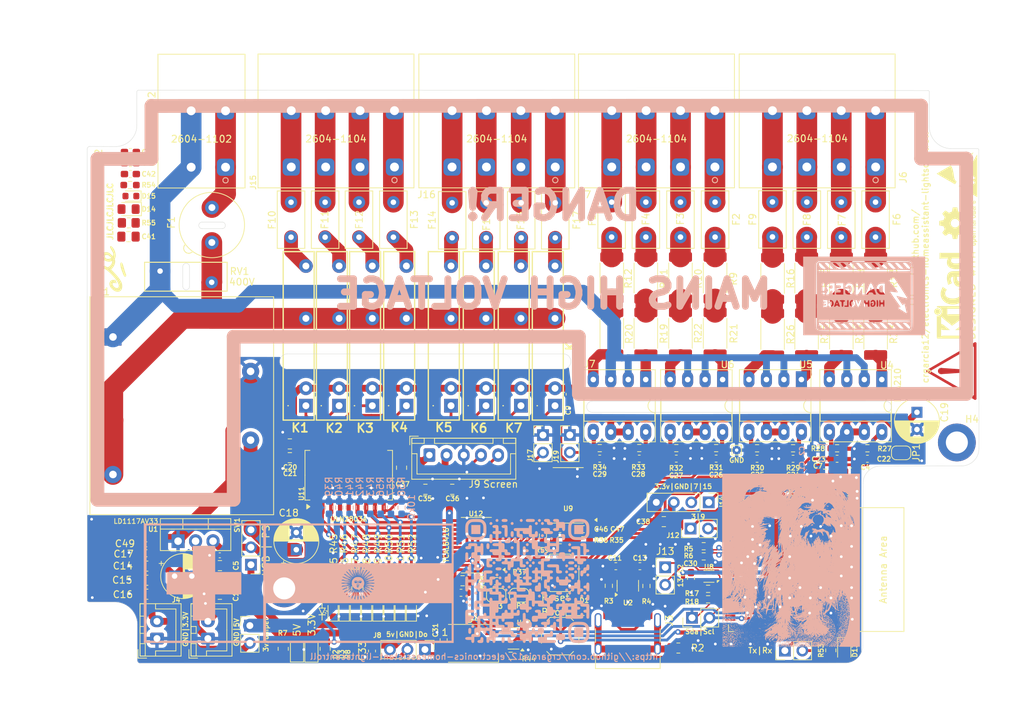
<source format=kicad_pcb>
(kicad_pcb (version 20240108) (generator "pcbnew") (generator_version "8.0")
  (title_block (title "Home Assistant module for lights control") (date "2024-09-08") (rev "20240908.24.8-2") (comment 1 "https://docs.rs-online.com/e49b/0900766b816e00ad.pdf") (comment 2 "https://media.distrelec.com/Web/Downloads/_t/ds/1862291_eng_tds.pdf") (comment 3 "case size: 62.8 (H) x 88.8 (W) x 138.8 (L)") (comment 4 "Board prepared for RS PRO Modular Enclosure for DIN rail 1862291"))
  (layers (0 "F.Cu" signal) (1 "In1.Cu" signal) (2 "In2.Cu" signal) (31 "B.Cu" signal) (34 "B.Paste" user) (35 "F.Paste" user) (36 "B.SilkS" user "B.Silkscreen") (37 "F.SilkS" user "F.Silkscreen") (38 "B.Mask" user) (39 "F.Mask" user) (44 "Edge.Cuts" user))
  (net 0 "")
  (net 1 "220VAC(L)")
  (net 2 "5V+")
  (net 3 "3.3V+")
  (net 4 "Net-(F1-Pad1)")
  (net 5 "Net-(F2-Pad1)")
  (net 6 "Net-(F3-Pad1)")
  (net 7 "Net-(F4-Pad1)")
  (net 8 "Net-(F5-Pad1)")
  (net 9 "Net-(J4-Pin_2)")
  (net 10 "220VAC(N)")
  (net 11 "EN")
  (net 12 "IO0")
  (net 13 "RXD0")
  (net 14 "TXD0")
  (net 15 "VBUS")
  (net 16 "GND")
  (net 17 "Net-(F2-Pad2)")
  (net 18 "Net-(F3-Pad2)")
  (net 19 "Net-(F4-Pad2)")
  (net 20 "Net-(F7-Pad1)")
  (net 21 "SDA")
  (net 22 "SCL")
  (net 23 "Net-(F8-Pad1)")
  (net 24 "Net-(F9-Pad1)")
  (net 25 "220VAC(N)-LowV")
  (net 26 "GPIO3")
  (net 27 "5V+_PS")
  (net 28 "Net-(F5-Pad2)")
  (net 29 "Net-(F6-Pad1)")
  (net 30 "Net-(D1-A)")
  (net 31 "Net-(D2-A)")
  (net 32 "Net-(D3-A)")
  (net 33 "Net-(D5-A)")
  (net 34 "Net-(D6-A)")
  (net 35 "Net-(D7-A)")
  (net 36 "GPIO9")
  (net 37 "Net-(D8-A)")
  (net 38 "Net-(D9-A)")
  (net 39 "Net-(D10-A)")
  (net 40 "Net-(D11-A)")
  (net 41 "Net-(D4-DIN)")
  (net 42 "Net-(D4-DOUT)")
  (net 43 "/ESP-D+")
  (net 44 "/ESP-D-")
  (net 45 "GPIO12")
  (net 46 "LED-GPIO")
  (net 47 "Net-(D13-A)")
  (net 48 "Net-(J3-D+-PadA6)")
  (net 49 "Net-(R15-Pad2)")
  (net 51 "Net-(R16-Pad2)")
  (net 52 "Net-(J3-CC1)")
  (net 53 "Net-(J3-SHIELD)")
  (net 54 "Net-(J3-CC2)")
  (net 56 "Net-(J3-D--PadA7)")
  (net 57 "Net-(U11-O1)")
  (net 58 "Net-(U11-O2)")
  (net 59 "Net-(U11-O3)")
  (net 60 "Net-(U11-O4)")
  (net 61 "GPIO13")
  (net 62 "Net-(U11-O5)")
  (net 63 "Net-(U11-O6)")
  (net 64 "Net-(U11-O7)")
  (net 65 "Net-(U11-O8)")
  (net 66 "Net-(R21-Pad1)")
  (net 67 "Net-(R10-Pad2)")
  (net 68 "Net-(R11-Pad2)")
  (net 69 "Net-(F10-Pad1)")
  (net 70 "Net-(F10-Pad2)")
  (net 71 "Net-(F11-Pad1)")
  (net 72 "Net-(F11-Pad2)")
  (net 73 "Net-(F12-Pad1)")
  (net 74 "Net-(F12-Pad2)")
  (net 75 "Net-(F13-Pad1)")
  (net 76 "Net-(F13-Pad2)")
  (net 77 "Net-(F14-Pad1)")
  (net 78 "Net-(F14-Pad2)")
  (net 79 "Net-(F15-Pad1)")
  (net 80 "Net-(F15-Pad2)")
  (net 81 "Net-(F16-Pad1)")
  (net 82 "Net-(F16-Pad2)")
  (net 83 "Net-(F17-Pad1)")
  (net 84 "Net-(F17-Pad2)")
  (net 85 "Net-(R12-Pad2)")
  (net 86 "Net-(R13-Pad2)")
  (net 87 "Net-(R14-Pad2)")
  (net 88 "Net-(R19-Pad2)")
  (net 89 "Net-(R20-Pad2)")
  (net 90 "Net-(R21-Pad2)")
  (net 91 "Net-(R22-Pad2)")
  (net 92 "Net-(R23-Pad2)")
  (net 93 "Net-(R24-Pad2)")
  (net 94 "Net-(R25-Pad2)")
  (net 95 "Net-(R26-Pad2)")
  (net 98 "RGBLED")
  (net 104 "GPIO7")
  (net 107 "Net-(F6-Pad2)")
  (net 108 "Net-(F7-Pad2)")
  (net 109 "Net-(F8-Pad2)")
  (net 110 "Net-(F9-Pad2)")
  (net 111 "Net-(D12-A)")
  (net 114 "GPIO15")
  (net 116 "Net-(JP1-B)")
  (net 142 "Net-(U12-P04)")
  (net 143 "Net-(U12-P00)")
  (net 144 "Net-(U12-P05)")
  (net 145 "Net-(U12-P01)")
  (net 146 "Net-(U12-P06)")
  (net 147 "Net-(U12-P03)")
  (net 148 "Net-(U12-P02)")
  (net 149 "Net-(C11-Pad1)")
  (net 150 "Net-(C13-Pad1)")
  (net 151 "Net-(U9-A1)")
  (net 152 "Net-(U9-A2)")
  (net 153 "Net-(U9-A3)")
  (net 154 "Net-(U9-A4)")
  (net 155 "Net-(U9-A5)")
  (net 156 "Net-(U9-A6)")
  (net 157 "Net-(U9-A7)")
  (net 158 "Net-(U9-V_{CCA})")
  (net 159 "Net-(J19-Pin_2)")
  (net 160 "Net-(J17-Pin_2)")
  (net 162 "TCAL_INT")
  (net 163 "Net-(U11-I1)")
  (net 164 "Net-(U11-I2)")
  (net 165 "Net-(U11-I3)")
  (net 166 "Net-(U11-I4)")
  (net 167 "Net-(U11-I5)")
  (net 168 "Net-(U11-I8)")
  (net 169 "Net-(U11-I7)")
  (net 170 "Net-(U11-I6)")
  (net 171 "Net-(JP2-A)")
  (net 172 "OUT_ENABLE")
  (net 173 "Net-(JP3-A)")
  (footprint "Connector_PinHeader_2.54mm:PinHeader_1x02_P2.54mm_Vertical" (layer "F.Cu") (at 47.55 110.02)
    (property "Reference" "J5" (hide yes))
    (property "Value" "Conn_01x02_Pin" (hide yes))
  )
  (footprint "Resistor_SMD:R_2512_6332Metric_Pad1.40x3.35mm_HandSolder" (layer "F.Cu") (at 100.151 59.4615 -90)
    (property "Reference" "R12")
    (property "Value" "150kΩ1w" (hide yes))
  )
  (footprint "Resistor_SMD:R_2512_6332Metric_Pad1.40x3.35mm_HandSolder" (layer "F.Cu") (at 105.104 59.4615 -90)
    (property "Reference" "R11")
    (property "Value" "150kΩ1w" (hide yes))
  )
  (footprint "Varistor:RV_Disc_D12mm_W4.2mm_P7.5mm" (layer "F.Cu") (at 34.5024 58.46307)
    (property "Reference" "RV1" (hide yes))
    (property "Value" "400V")
  )
  (footprint "Resistor_SMD:R_2512_6332Metric_Pad1.40x3.35mm_HandSolder" (layer "F.Cu") (at 105.104 67.5133 -90)
    (property "Reference" "R19")
    (property "Value" "150kΩ1w" (hide yes))
  )
  (footprint "Resistor_SMD:R_2512_6332Metric_Pad1.40x3.35mm_HandSolder" (layer "F.Cu") (at 100.151 67.5133 -90)
    (property "Reference" "R20")
    (property "Value" "150kΩ1w" (hide yes))
  )
  (footprint "LED_SMD:LED_0805_2012Metric_Pad1.15x1.40mm_HandSolder" (layer "F.Cu") (at 54.4 113.45 90)
    (property "Reference" "D2")
    (property "Value" "5V")
  )
  (footprint "Resistor_SMD:R_0805_2012Metric_Pad1.20x1.40mm_HandSolder" (layer "F.Cu") (at 52.4 113.4 90)
    (property "Reference" "R7")
    (property "Value" "100Ω" (hide yes))
  )
  (footprint "Connector_JST:JST_XH_B2B-XH-A_1x02_P2.50mm_Vertical" (layer "F.Cu") (at 41.45 111.8997 90)
    (property "Reference" "J1")
    (property "Value" "GND|5V")
  )
  (footprint "icons:che" (layer "F.Cu") (at 27.25 58.15 90)
    (property "Reference" "G10" (hide yes))
    (property "Value" "LOGO" (hide yes))
  )
  (footprint "Capacitor_SMD:C_0805_2012Metric_Pad1.18x1.45mm_HandSolder" (layer "F.Cu") (at 32.4827 101.3698 180)
    (property "Reference" "C14")
    (property "Value" "100nF")
  )
  (footprint "Capacitor_SMD:C_0805_2012Metric_Pad1.18x1.45mm_HandSolder" (layer "F.Cu") (at 43.2 103.4 180)
    (property "Reference" "C8")
    (property "Value" "22uF")
  )
  (footprint "rac05-05sk:277" (layer "F.Cu") (at 37.656 78.0466)
    (property "Reference" "PS1")
    (property "Value" "RAC05-05SK/277")
  )
  (footprint "Package_TO_SOT_THT:TO-220-3_Vertical" (layer "F.Cu") (at 37.1187 97.7392)
    (property "Reference" "U1")
    (property "Value" "LD1117AV33")
  )
  (footprint "wago-2604-1104:big_pads_2604-1104" (layer "F.Cu") (at 68.5678 43.3324 180)
    (property "Reference" "J15")
    (property "Value" "2604-1104")
  )
  (footprint "wago-2604-1102:big_pads_2604-1102" (layer "F.Cu") (at 44.02 43.355999 180)
    (property "Reference" "J2")
    (property "Value" "2604-1102")
  )
  (footprint "wago-2604-1104:big_pads_2604-1104" (layer "F.Cu") (at 115.14 43.328199 180)
    (property "Reference" "J7")
    (property "Value" "2604-1104")
  )
  (footprint "Fuse:Fuseholder_TR5_Littelfuse_No560_No460" (layer "F.Cu") (at 42.037 49.2252 -90)
    (property "Reference" "F1")
    (property "Value" "250V500mA")
  )
  (footprint "Package_DIP:DIP-8_W7.62mm_Socket_LongPads" (layer "F.Cu") (at 139.389178 74.236118 -90)
    (property "Reference" "U4")
    (property "Value" "LDA210")
  )
  (footprint "Resistor_SMD:R_2512_6332Metric_Pad1.40x3.35mm_HandSolder" (layer "F.Cu") (at 115.1624 67.5133 -90)
    (property "Reference" "R21")
    (property "Value" "150kΩ1w" (hide yes))
  )
  (footprint "Resistor_SMD:R_2512_6332Metric_Pad1.40x3.35mm_HandSolder" (layer "F.Cu") (at 110.1332 59.4615 -90)
    (property "Reference" "R10")
    (property "Value" "150kΩ1w" (hide yes))
  )
  (footprint "Resistor_SMD:R_2512_6332Metric_Pad1.40x3.35mm_HandSolder" (layer "F.Cu") (at 115.1624 59.4615 -90)
    (property "Reference" "R9")
    (property "Value" "150kΩ1w" (hide yes))
  )
  (footprint "Package_DIP:DIP-8_W7.62mm_Socket_LongPads" (layer "F.Cu") (at 105.0813 74.2396 -90)
    (property "Reference" "U7")
    (property "Value" "LDA210")
  )
  (footprint "Package_DIP:DIP-8_W7.62mm_Socket_LongPads" (layer "F.Cu") (at 116.2573 74.2396 -90)
    (property "Reference" "U6")
    (property "Value" "LDA210" (hide yes))
  )
  (footprint "Resistor_SMD:R_2512_6332Metric_Pad1.40x3.35mm_HandSolder" (layer "F.Cu") (at 110.1332 67.5133 -90)
    (property "Reference" "R22")
    (property "Value" "150kΩ1w" (hide yes))
  )
  (footprint "Resistor_SMD:R_0603_1608Metric_Pad0.98x0.95mm_HandSolder" (layer "F.Cu") (at 131.376902 89.787199)
    (property "Reference" "R1")
    (property "Value" "10kΩ" (hide yes))
  )
  (footprint "Capacitor_SMD:C_0603_1608Metric_Pad1.08x0.95mm_HandSolder" (layer "F.Cu") (at 131.364402 91.311199 180)
    (property "Reference" "C3")
    (property "Value" "100nF" (hide yes))
  )
  (footprint "Connector_JST:JST_XH_B2B-XH-A_1x02_P2.50mm_Vertical" (layer "F.Cu") (at 34.05 111.8997 90)
    (property "Reference" "J4")
    (property "Value" "GND|3.3V")
  )
  (footprint "hamodule_SW_SPST_SKQG_WithStem:SW_SPST_SKQG_WithStem" (layer "F.Cu") (at 92.647 102.35)
    (property "Reference" "SW2" (hide yes))
    (property "Value" "Reset")
  )
  (footprint "hamodule_SW_SPST_SKQG_WithStem:SW_SPST_SKQG_WithStem" (layer "F.Cu") (at 92.6458 111.5526)
    (property "Reference" "SW3" (hide yes))
    (property "Value" "Boot")
  )
  (footprint "Connector_PinHeader_2.54mm:PinHeader_1x02_P2.54mm_Vertical" (layer "F.Cu") (at 125.305402 113.659699 90)
    (property "Reference" "J10" (hide yes))
    (property "Value" "Tx|Rx")
  )
  (footprint "Capacitor_SMD:C_0603_1608Metric_Pad1.08x0.95mm_HandSolder" (layer "F.Cu") (at 134.8375 89.2)
    (property "Reference" "C6")
    (property "Value" "100nF" (hide yes))
  )
  (footprint "Capacitor_SMD:C_0603_1608Metric_Pad1.08x0.95mm_HandSolder" (layer "F.Cu") (at 111.655402 103.169699 -90)
    (property "Reference" "C30")
    (property "Value" "100nF" (hide yes))
  )
  (footprint "Connector_PinHeader_2.54mm:PinHeader_1x02_P2.54mm_Vertical" (layer "F.Cu") (at 94.05 82.3)
    (property "Reference" "J19")
    (property "Value" "TestPoint" (hide yes))
  )
  (footprint "Capacitor_SMD:C_0603_1608Metric_Pad1.08x0.95mm_HandSolder" (layer "F.Cu") (at 100.7375 101.389699 180)
    (property "Reference" "C11")
    (property "Value" "20p")
  )
  (footprint "LED_SMD:LED_0805_2012Metric_Pad1.15x1.40mm_HandSolder" (layer "F.Cu") (at 56.5 113.475 90)
    (property "Reference" "D3")
    (property "Value" "3.3V")
  )
  (footprint "Package_SO:SOP-18_7x12.5mm_P1.27mm" (layer "F.Cu") (at 61.92 88.15 90)
    (property "Reference" "U11")
    (property "Value" "ULN2803A")
  )
  (footprint "Capacitor_THT:CP_Radial_D6.3mm_P2.50mm" (layer "F.Cu") (at 144.5 79 -90)
    (property "Reference" "C19")
    (property "Value" "10uF")
  )
  (footprint "Connector_PinHeader_2.54mm:PinHeader_1x04_P2.54mm_Vertical" (layer "F.Cu") (at 114.24 92.1 -90)
    (property "Reference" "J14")
    (property "Value" "3.3v|GND|7|15")
  )
  (footprint "Resistor_SMD:R_0603_1608Metric_Pad0.98x0.95mm_HandSolder" (layer "F.Cu") (at 61.272 104.590404 90)
    (property "Reference" "R46")
    (property "Value" "660Ω")
  )
  (footprint "wago-2604-1104:big_pads_2604-1104" (layer "F.Cu") (at 138.497702 43.328199 180)
    (property "Reference" "J6")
    (property "Value" "2604-1104")
  )
  (footprint "wago-2604-1104:big_pads_2604-1104" (layer "F.Cu") (at 91.9358 43.3324 180)
    (property "Reference" "J16")
    (property "Value" "2604-1104")
  )
  (footprint "Resistor_SMD:R_0603_1608Metric_Pad0.98x0.95mm_HandSolder" (layer "F.Cu") (at 59.6464 104.588504 90)
    (property "Reference" "R45")
    (property "Value" "660Ω")
  )
  (footprint "Resistor_SMD:R_2512_6332Metric_Pad1.40x3.35mm_HandSolder" (layer "F.Cu") (at 128.4592 67.6178 -90)
    (property "Reference" "R25")
    (property "Value" "150kΩ1w")
  )
  (footprint "Capacitor_SMD:C_0603_1608Metric_Pad1.08x0.95mm_HandSolder" (layer "F.Cu") (at 121.262502 85.761299)
    (property "Reference" "C25")
    (property "Value" "22uF")
  )
  (footprint "Symbol:ESD-Logo_6.6x6mm_SilkScreen" (layer "F.Cu") (at 150.3 44.45 90)
    (property "Reference" "G8" (hide yes))
    (property "Value" "ESD-Logo_6.6x6mm_SilkScreen" (hide yes))
  )
  (footprint "Capacitor_SMD:C_0603_1608Metric_Pad1.08x0.95mm_HandSolder" (layer "F.Cu") (at 30.1875 42.75 180)
    (property "Reference" "C40")
    (property "Value" "22uF")
  )
  (footprint "Resistor_SMD:R_2512_6332Metric_Pad1.40x3.35mm_HandSolder" (layer "F.Cu") (at 128.4592 59.4858 -90)
    (property "Reference" "R15")
    (property "Value" "150kΩ1w")
  )
  (footprint "Resistor_SMD:R_0603_1608Metric_Pad0.98x0.95mm_HandSolder" (layer "F.Cu") (at 90.15 96.9375 90)
    (property "Reference" "R59")
    (property "Value" "660Ω" (hide yes))
  )
  (footprint "LED_SMD:LED_0603_1608Metric" (layer "F.Cu") (at 59.6464 107.890604 90)
    (property "Reference" "D5")
    (property "Value" "LED")
  )
  (footprint "Capacitor_SMD:C_0603_1608Metric_Pad1.08x0.95mm_HandSolder" (layer "F.Cu") (at 132.894602 85.761299)
    (property "Reference" "C23")
    (property "Value" "22uF")
  )
  (footprint "RST-80-AMMO:FUSE_RST-1-BULK" (layer "F.Cu") (at 81.9028 51.0794 90)
    (property "Reference" "F15")
    (property "Value" "Fuse")
  )
  (footprint "Resistor_SMD:R_0805_2012Metric_Pad1.20x1.40mm_HandSolder" (layer "F.Cu") (at 58.5 113.4 90)
    (property "Reference" "R8")
    (property "Value" "100Ω")
  )
  (footprint "Resistor_SMD:R_0603_1608Metric_Pad0.98x0.95mm_HandSolder" (layer "F.Cu") (at 109.527126 84.21248)
    (property "Reference" "R32")
    (property "Value" "10kΩ" (hide yes))
  )
  (footprint "AQG12205:AQG12205" (layer "F.Cu") (at 76.787 78.0439 90)
    (property "Reference" "K5")
    (property "Value" "AQG22205" (hide yes))
  )
  (footprint "Connector_PinHeader_2.54mm:PinHeader_1x02_P2.54mm_Vertical" (layer "F.Cu") (at 111.6 95.9 90)
    (property "Reference" "J12")
    (property "Value" "3|9")
  )
  (footprint "RST-80-AMMO:FUSE_RST-1-BULK" (layer "F.Cu") (at 105.104 50.9759 90)
    (property "Reference" "F4")
    (property "Value" "Fuse")
  )
  (footprint "Resistor_SMD:R_0603_1608Metric_Pad0.98x0.95mm_HandSolder" (layer "F.Cu") (at 67.7744 104.588504 90)
    (property "Reference" "R50")
    (property "Value" "660Ω" (hide yes))
  )
  (footprint "Resistor_SMD:R_0603_1608Metric_Pad0.98x0.95mm_HandSolder" (layer "F.Cu") (at 66.1488 104.590404 90)
    (property "Reference" "R49")
    (property "Value" "660Ω")
  )
  (footprint "Resistor_SMD:R_2512_6332Metric_Pad1.40x3.35mm_HandSolder" (layer "F.Cu") (at 123.5202 67.6656 -90)
    (property "Reference" "R26")
    (property "Value" "150kΩ1w")
  )
  (footprint "Resistor_SMD:R_0603_1608Metric_Pad0.98x0.95mm_HandSolder" (layer "F.Cu") (at 98.400026 84.21248)
    (property "Reference" "R34")
    (property "Value" "10kΩ" (hide yes))
  )
  (footprint "Package_TO_SOT_SMD:SOT-23-5" (layer "F.Cu") (at 85.8625 111.8768 180)
    (property "Reference" "U10")
    (property "Value" "SN74LV1T34DBV")
  )
  (footprint "Resistor_SMD:R_0603_1608Metric" (layer "F.Cu") (at 113.505402 98.479699 180)
    (property "Reference" "R5")
    (property "Value" "22Ω" (hide yes))
  )
  (footprint "Capacitor_THT:CP_Radial_D6.3mm_P2.50mm" (layer "F.Cu") (at 54.3 98.98238 90)
    (property "Reference" "C18")
    (property "Value" "10uF")
  )
  (footprint "Resistor_SMD:R_0603_1608Metric_Pad0.98x0.95mm_HandSolder" (layer "F.Cu") (at 137.3 84.237299)
    (property "Reference" "R27")
    (property "Value" "10kΩ")
  )
  (footprint "Symbol:Symbol_Attention_Triangle_8x7mm_Copper" (layer "F.Cu") (at 149.5 73 90)
    (property "Reference" "G9" (hide yes))
    (property "Value" "Symbol_Attention_Triangle_8x7mm_Copper" (hide yes))
  )
  (footprint "Resistor_SMD:R_2512_6332Metric_Pad1.40x3.35mm_HandSolder" (layer "F.Cu") (at 123.5202 59.5356 -90)
    (property "Reference" "R16")
    (property "Value" "150kΩ1w")
  )
  (footprint "Resistor_SMD:R_0603_1608Metric" (layer "F.Cu") (at 113.505402 99.954699 180)
    (property "Reference" "R6")
    (property "Value" "22Ω" (hide yes))
  )
  (footprint "Espressif:ESP32-S3-WROOM-2" (layer "F.Cu") (at 126.855402 101.869699 -90)
    (property "Reference" "U3")
    (property "Value" "ESP32-S3-WROOM-2" (hide yes))
  )
  (footprint "Resistor_SMD:R_2512_6332Metric_Pad1.40x3.35mm_HandSolder" (layer "F.Cu") (at 138.4922 59.4858 -90)
    (property "Reference" "R13")
    (property "Value" "150kΩ1w")
  )
  (footprint "LED_SMD:LED_0603_1608Metric" (layer "F.Cu") (at 67.7744 107.890504 90)
    (property "Reference" "D10")
    (property "Value" "LED" (hide yes))
  )
  (footprint "Package_SO:TSSOP-24_4.4x7.8mm_P0.65mm" (layer "F.Cu") (at 80.4625 98.325 180)
    (property "Reference" "U12")
    (property "Value" "TCAL6416")
  )
  (footprint "AQG12205:AQG12205" (layer "F.Cu") (at 81.867 78.0439 90)
    (property "Reference" "K6")
    (property "Value" "AQG22205" (hide yes))
  )
  (footprint "Symbol:KiCad-Logo2_5mm_SilkScreen" (layer "F.Cu") (at 150 62 90)
    (property "Reference" "G6" (hide yes))
    (property "Value" "KiCad-Logo2_5mm_SilkScreen" (hide yes))
  )
  (footprint "Resistor_SMD:R_0603_1608Metric_Pad0.98x0.95mm_HandSolder" (layer "F.Cu") (at 85.4479 114.4168)
    (property "Reference" "R44")
    (property "Value" "10kΩ")
  )
  (footprint "RST-80-AMMO:FUSE_RST-1-BULK" (layer "F.Cu") (at 115.1624 50.9759 90)
    (property "Reference" "F2")
    (property "Value" "Fuse")
  )
  (footprint "Connector_PinHeader_2.54mm:PinHeader_1x02_P2.54mm_Vertical" (layer "F.Cu") (at 90.15 82.31)
    (property "Reference" "J17")
    (property "Value" "TestPoint" (hide yes))
  )
  (footprint "Connector_PinHeader_2.54mm:PinHeader_1x02_P2.54mm_Vertical" (layer "F.Cu") (at 107.915402 101.544699)
    (property "Reference" "J13")
    (property "Value" "13|12")
  )
  (footprint "RST-80-AMMO:FUSE_RST-1-BULK" (layer "F.Cu") (at 133.5024 50.9778 90)
    (property "Reference" "F7")
    (property "Value" "Fuse")
  )
  (footprint "Capacitor_SMD:C_0603_1608Metric_Pad1.08x0.95mm_HandSolder" (layer "F.Cu") (at 75.7152 112.0652 90)
    (property "Reference" "C31")
    (property "Value" "100nF")
  )
  (footprint "Connector_PinHeader_2.54mm:PinHeader_1x02_P2.54mm_Vertical" (layer "F.Cu") (at 111.8058 108.8898 90)
    (property "Reference" "J11" (hide yes))
    (property "Value" "Sda|Scl")
  )
  (footprint "Resistor_SMD:R_0603_1608Metric_Pad0.98x0.95mm_HandSolder" (layer "F.Cu") (at 126.494902 84.237299)
    (property "Reference" "R29")
    (property "Value" "10kΩ")
  )
  (footprint "TestPoint:TestPoint_THTPad_1.0x1.0mm_Drill0.5mm" (layer "F.Cu") (at 118.3 84.5)
    (property "Reference" "TP1" (hide yes))
    (property "Value" "GND")
  )
  (footprint "LED_SMD:LED_0805_2012Metric_Pad1.15x1.40mm_HandSolder" (layer "F.Cu") (at 133.9342 113.6142 -90)
    (property "Reference" "D13")
    (property "Value" "LED")
  )
  (footprint "Symbol:OSHW-Logo2_7.3x6mm_SilkScreen" (layer "F.Cu") (at 150.5 51.5 90)
    (property "Reference" "G7" (hide yes))
    (property "Value" "OSHW-Logo2_7.3x6mm_SilkScreen" (hide yes))
  )
  (footprint "Capacitor_SMD:C_0805_2012Metric_Pad1.18x1.45mm_HandSolder" (layer "F.Cu") (at 73.0625 90.2)
    (property "Reference" "C35")
    (property "Value" "100nF")
  )
  (footprint "Capacitor_SMD:C_0603_1608Metric_Pad1.08x0.95mm_HandSolder" (layer "F.Cu") (at 78.2375 105.25)
    (property "Reference" "C34")
    (property "Value" "22uF")
  )
  (footprint "Diode_SMD:D_SOD-323" (layer "F.Cu") (at 95.1 107.7)
    (property "Reference" "D1")
    (property "Value" "BAT60A" (hide yes))
  )
  (footprint "RST-80-AMMO:FUSE_RST-1-BULK" (layer "F.Cu") (at 128.4978 50.9778 90)
    (property "Reference" "F8")
    (property "Value" "Fuse")
  )
  (footprint "RST-80-AMMO:FUSE_RST-1-BULK" (layer "F.Cu") (at 68.4083 50.9929 90)
    (property "Reference" "F13")
    (property "Value" "Fuse")
  )
  (footprint "Package_DIP:DIP-8_W7.62mm_Socket_LongPads" (layer "F.Cu") (at 127.705178 74.236118 -90)
    (property "Reference" "U5")
    (property "Value" "LDA210")
  )
  (footprint "Resistor_SMD:R_2512_6332Metric_Pad1.40x3.35mm_HandSolder" (layer "F.Cu") (at 133.5138 59.4858 -90)
    (property "Reference" "R14")
    (property "Value" "150kΩ1w")
  )
  (footprint "Capacitor_SMD:C_0603_1608Metric_Pad1.08x0.95mm_HandSolder" (layer "F.Cu") (at 137.3 85.761299 180)
    (property "Reference" "C22")
    (property "Value" "22uF")
  )
  (footprint "Capacitor_SMD:C_0805_2012Metric_Pad1.18x1.45mm_HandSolder" (layer "F.Cu") (at 32.4827 103.4272 180)
    (property "Reference" "C15")
    (property "Value" "100nF")
  )
  (footprint "Connector_PinHeader_2.54mm:PinHeader_1x03_P2.54mm_Vertical" (layer "F.Cu") (at 72.9928 113.5017 -90)
    (property "Reference" "J8")
    (property "Value" "5v|GND|Do")
  )
  (footprint "Capacitor_SMD:C_0603_1608Metric_Pad1.08x0.95mm_HandSolder" (layer "F.Cu") (at 30.1875 44.35)
    (property "Reference" "C42")
    (property "Value" "20p")
  )
  (footprint "Resistor_SMD:R_0805_2012Metric_Pad1.20x1.40mm_HandSolder" (layer "F.Cu") (at 29.95 51.45 180)
    (property "Reference" "R55")
    (property "Value" "100Ω")
  )
  (footprint "Capacitor_SMD:C_0402_1005Metric" (layer "F.Cu") (at 134.5 90.5)
    (property "Reference" "C44")
    (property "Value" "10uF")
  )
  (footprint "RST-80-AMMO:FUSE_RST-1-BULK" (layer "F.Cu") (at 76.9498 51.0794 90)
    (property "Reference" "F14")
    (property "Value" "Fuse")
  )
  (footprint "usb-c:USB_C_Receptacle_HRO_TYPE-C-31-M-12" (layer "F.Cu") (at 102.481402 112.375599)
    (property "Reference" "J3")
    (property "Value" "USB_C_Receptacle_USB2.0")
  )
  (footprint "Resistor_SMD:R_0603_1608Metric_Pad0.98x0.95mm_HandSolder" (layer "F.Cu") (at 115.318326 84.21248)
    (property "Reference" "R31")
    (property "Value" "10kΩ" (hide yes))
  )
  (footprint "Capacitor_SMD:C_0603_1608Metric_Pad1.08x0.95mm_HandSolder" (layer "F.Cu") (at 96.025 96)
    (property "Reference" "C47")
    (property "Value" "100nF")
  )
  (footprint "Connector_JST:JST_XH_B5B-XH-A_1x05_P2.50mm_Vertical" (layer "F.Cu") (at 73.6384 85.2254)
    (property "Reference" "J9")
    (property "Value" "Screen")
  )
  (footprint "Resistor_SMD:R_0603_1608Metric_Pad0.98x0.95mm_HandSolder" (layer "F.Cu") (at 92.575 97.6)
    (property "Reference" "R36")
    (property "Value" "1kΩ")
  )
  (footprint "Resistor_SMD:R_0603_1608Metric_Pad0.98x0.95mm_HandSolder" (layer "F.Cu") (at 62.8976 104.590404 90)
    (property "Reference" "R47")
    (property "Value" "660Ω")
  )
  (footprint "Connector_PinHeader_2.54mm:PinHeader_1x03_P2.54mm_Vertical" (layer "F.Cu") (at 47.71 101.17 180)
    (property "Reference" "SW1")
    (property "Value" "USB | PS")
  )
  (footprint "Capacitor_SMD:C_0603_1608Metric_Pad1.08x0.95mm_HandSolder" (layer "F.Cu") (at 109.524126 85.73648)
    (property "Reference" "C27")
    (property "Value" "22uF")
  )
  (footprint "LED_SMD:LED_0603_1608Metric" (layer "F.Cu") (at 71.0256 107.890504 90)
    (property "Reference" "D12")
    (property "Value" "LED" (hide yes))
  )
  (footprint "Package_SO:TSSOP-24_4.4x7.8mm_P0.65mm" (layer "F.Cu") (at 93.8125 91.075 180)
    (property "Reference" "U9")
    (property "Value" "SN74LVCH8T245" (hide yes))
  )
  (footprint "Capacitor_SMD:C_0603_1608Metric_Pad1.08x0.95mm_HandSolder" (layer "F.Cu") (at 104.1411 85.73648)
    (property "Reference" "C28")
    (property "Value" "22uF")
  )
  (footprint "Capacitor_SMD:C_0805_2012Metric_Pad1.18x1.45mm_HandSolder" (layer "F.Cu") (at 43.1922 105.464 180)
    (property "Reference" "C10")
    (property "Value" "100nF")
  )
  (footprint "RST-80-AMMO:FUSE_RST-1-BULK" (layer "F.Cu") (at 138.4808 50.9778 90)
    (property "Reference" "F6")
    (property "Value" "Fuse")
  )
  (footprint "RST-80-AMMO:FUSE_RST-1-BULK" (layer "F.Cu") (at 110.1332 50.9759 90)
    (property "Reference" "F3")
    (property "Value" "Fuse")
  )
  (footprint "Resistor_SMD:R_0603_1608Metric_Pad0.98x0.95mm_HandSolder" (layer "F.Cu") (at 121.262502 84.237299)
    (property "Reference" "R30")
    (property "Value" "10kΩ")
  )
  (footprint "LED_SMD:LED_0805_2012Metric_Pad1.15x1.40mm_HandSolder" (layer "F.Cu") (at 29.925 49.45 180)
    (property "Reference" "D14")
    (property "Value" "C2297")
  )
  (footprint "LED_SMD:LED_0603_1608Metric" (layer "F.Cu") (at 61.272 107.890504 90)
    (property "Reference" "D6")
    (property "Value" "LED")
  )
  (footprint "icons:led_6000dpi" (layer "F.Cu") (at 58.2 108 -90)
    (property "Reference" "G4" (hide yes))
    (property "Value" "LOGO" (hide yes))
  )
  (footprint "Capacitor_SMD:C_0603_1608Metric_Pad1.08x0.95mm_HandSolder" (layer "F.Cu") (at 65.3034 113.7158 -90)
    (property "Reference" "C33")
    (property "Value" "100nF")
  )
  (footprint "RST-80-AMMO:FUSE_RST-1-BULK" (layer "F.Cu") (at 86.9828 51.0794 90)
    (property "Reference" "F16")
    (property "Value" "Fuse")
  )
  (footprint "Capacitor_SMD:C_0805_2012Metric_Pad1.18x1.45mm_HandSolder" (layer "F.Cu") (at 107.7125 94.9)
    (property "Reference" "C38")
    (property "Value" "100nF")
  )
  (footprint "Resistor_SMD:R_0603_1608Metric_Pad0.98x0.95mm_HandSolder" (layer "F.Cu") (at 71.0256 104.588504 90)
    (property "Reference" "R52")
    (property "Value" "660Ω" (hide yes))
  )
  (footprint "Capacitor_SMD:C_0603_1608Metric_Pad1.08x0.95mm_HandSolder" (layer "F.Cu") (at 126.494902 85.761299)
    (property "Reference" "C24")
    (property "Value" "22uF")
  )
  (footprint "Capacitor_SMD:C_0805_2012Metric_Pad1.18x1.45mm_HandSolder" (layer "F.Cu") (at 76.9625 90.2)
    (property "Reference" "C36")
    (property "Value" "100nF")
  )
  (footprint "Capacitor_SMD:C_0603_1608Metric_Pad1.08x0.95mm_HandSolder" (layer "F.Cu") (at 115.315326 85.73648 180)
    (property "Reference" "C26")
    (property "Value" "22uF")
  )
  (footprint "Jumper:SolderJumper-2_P1.3mm_Bridged2Bar_RoundedPad1.0x1.5mm" (layer "F.Cu") (at 86.7 105.6)
    (property "Reference" "JP2")
    (property "Value" "~" (hide yes))
  )
  (footprint "Capacitor_SMD:C_0805_2012Metric_Pad1.18x1.45mm_HandSolder" (layer "F.Cu") (at 69.6 87.0625 -90)
    (property "Reference" "C37")
    (property "Value" "100nF")
  )
  (footprint "LED_SMD:LED_WS2812B_PLCC4_5.0x5.0mm_P3.2mm" (layer "F.Cu") (at 80.05 112.6)
    (property "Reference" "D4")
    (property "Value" "WS2812B")
  )
  (footprint "MountingHole:MountingHole_3.2mm_M3_ISO14580_Pad" (layer "F.Cu") (at 52.54 104.61)
    (property "Reference" "H5")
    (property "Value" "MountingHole_Pad")
  )
  (footprint "Resistor_SMD:R_0603_1608Metric_Pad0.98x0.95mm_HandSolder" (layer "F.Cu") (at 96.0125 97.6)
    (property "Reference" "R35")
    (property "Value" "10kΩ")
  )
  (footprint "Jumper:SolderJumper-2_P1.3mm_Bridged2Bar_RoundedPad1.0x1.5mm" (layer "F.Cu") (at 83.35 105.6 180)
    (property "Reference" "JP3")
    (property "Value" "Jump_Closed")
  )
  (footprint "Resistor_SMD:R_0603_1608Metric_Pad0.98x0.95mm_HandSolder" (layer "F.Cu") (at 105.185402 104.259699 90)
    (property "Reference" "R4")
    (property "Value" "5.1kΩ")
  )
  (footprint "Capacitor_SMD:C_0402_1005Metric" (layer "F.Cu") (at 32.48 98.2 180)
    (property "Reference" "C49")
    (property "Value" "10uF")
  )
  (footprint "Resistor_SMD:R_0603_1608Metric_Pad0.98x0.95mm_HandSolder" (layer "F.Cu") (at 69.4 104.588504 90)
    (property "Reference" "R51")
    (property "Value" "660Ω" (hide yes))
  )
  (footprint "Capacitor_SMD:C_0603_1608Metric_Pad1.08x0.95mm_HandSolder" (layer "F.Cu") (at 92.625 96 180)
    (property "Reference" "C46")
    (property "Value" "100nF" (hide yes))
  )
  (footprint "Capacitor_SMD:C_0603_1608Metric_Pad1.08x0.95mm_HandSolder" (layer "F.Cu") (at 32.4625 99.5 180)
    (property "Reference" "C17")
    (property "Value" "20p")
  )
  (footprint "AQG12205:AQG12205" (layer "F.Cu") (at 55.6943 78.0439 90)
    (property "Reference" "K1")
    (property "Value" "AQG22205" (hide yes))
  )
  (footprint "AQG12205:AQG12205" (layer "F.Cu") (at 60.5203 78.0439 90)
    (property "Reference" "K2")
    (property "Value" "AQG22205" (hide yes))
  )
  (footprint "RST-80-AMMO:FUSE_RST-1-BULK" (layer "F.Cu") (at 58.4883 50.9929 90)
    (property "Reference" "F11")
    (property "Value" "Fuse")
  )
  (footprint "AQG12205:AQG12205" (layer "F.Cu") (at 70.2993 78.0439 90)
    (property "Reference" "K4")
    (property "Value" "AQG22205" (hide yes))
  )
  (footprint "AQG12205:AQG12205" (layer "F.Cu") (at 86.947 78.0439 90)
    (property "Reference" "K7")
    (property "Value" "AQG22205" (hide yes))
  )
  (footprint "AQG12205:AQG12205" (layer "F.Cu") (at 91.9 78.0439 90)
    (property "Reference" "K8")
    (property "Value" "AQG22205" (hide yes))
  )
  (footprint "Capacitor_SMD:C_0805_2012Metric_Pad1.18x1.45mm_HandSolder" (layer "F.Cu") (at 53.3625 85.6 180)
    (property "Reference" "C21")
    (property "Value" "22uF")
  )
  (footprint "Resistor_SMD:R_0805_2012Metric_Pad1.20x1.40mm_HandSolder" (layer "F.Cu") (at 109.8202 113.284)
    (property "Reference" "R2")
    (property "Value" "150kΩ")
  )
  (footprint "Sensor_Humidity:Sensirion_DFN-4_1.5x1.5mm_P0.8mm_SHT4x_NoCentralPad" (layer "F.Cu") (at 114.265402 102.863299 180)
    (property "Reference" "U8")
    (property "Value" "SHT4x")
  )
  (footprint "LED_SMD:LED_0603_1608Metric" (layer "F.Cu") (at 64.5232 107.890504 90)
    (property "Reference" "D8")
    (property "Value" "LED")
  )
  (footprint "Package_TO_SOT_SMD:SOT-23-6" (layer "F.Cu") (at 102.485402 104.229699 90)
    (property "Reference" "U2")
    (property "Value" "USBLC6-2SC6" (hide yes))
  )
  (footprint "AQG12205:AQG12205" (layer "F.Cu") (at 65.3463 78.0439 90)
    (property "Reference" "K3")
    (property "Value" "AQG22205" (hide yes))
  )
  (footprint "Capacitor_SMD:C_0603_1608Metric_Pad1.08x0.95mm_HandSolder" (layer "F.Cu") (at 104.2375 101.389699)
    (property "Reference" "C13")
    (property "Value" "20p")
  )
  (footprint "MountingHole:MountingHole_3.2mm_M3_ISO14580_Pad" (layer "F.Cu") (at 150.3 83.3882)
    (property "Reference" "H4")
    (property "Value" "MountingHole_Pad" (hide yes))
  )
  (footprint "Capacitor_SMD:C_0805_2012Metric_Pad1.18x1.45mm_HandSolder" (layer "F.Cu") (at 29.9125 53.45)
    (property "Reference" "C41")
    (property "Value" "100nF")
  )
  (footprint "Resistor_SMD:R_0603_1608Metric_Pad0.98x0.95mm_HandSolder" (layer "F.Cu") (at 114.147002 104.6734)
    (property "Reference" "R17")
    (property "Value" "10kΩ" (hide yes))
  )
  (footprint "Capacitor_SMD:C_0805_2012Metric_Pad1.18x1.45mm_HandSolder" (layer "F.Cu") (at 32.4827 105.4592 180)
    (property "Reference" "C16")
    (property "Value" "22uF")
  )
  (footprint "LED_SMD:LED_0603_1608Metric" (layer "F.Cu") (at 62.8976 107.890504 90)
    (property "Reference" "D7")
    (property "Value" "LED")
  )
  (footprint "Resistor_SMD:R_2512_6332Metric_Pad1.40x3.35mm_HandSolder" (layer "F.Cu") (at 133.5138 67.6138 -90)
    (property "Reference" "R24")
    (property "Value" "150kΩ1w")
  )
  (footprint "Capacitor_THT:CP_Radial_D6.3mm_P2.50mm" (layer "F.Cu") (at 36.6107 102.8192)
    (property "Reference" "C12")
    (property "Value" "10uF" (hide yes))
  )
  (footprint "RST-80-AMMO:FUSE_RST-1-BULK" (layer "F.Cu") (at 123.4978 50.9484 90)
    (property "Reference" "F9")
    (property "Value" "Fuse")
  )
  (footprint "RST-80-AMMO:FUSE_RST-1-BULK" (layer "F.Cu") (at 100.1256 50.9759 90)
    (property "Reference" "F5")
    (property "Value" "Fuse")
  )
  (footprint "Resistor_SMD:R_0603_1608Metric_Pad0.98x0.95mm_HandSolder" (layer "F.Cu") (at 30.1375 45.95 180)
    (property "Reference" "R54")
    (property "Value" "660Ω")
  )
  (footprint "LED_SMD:LED_0603_1608Metric" (layer "F.Cu") (at 66.1488 107.890504 90)
    (property "Reference" "D9")
    (property "Value" "LED")
  )
  (footprint "Jumper:SolderJumper-2_P1.3mm_Bridged2Bar_RoundedPad1.0x1.5mm" (layer "F.Cu") (at 142.2 84.9)
    (property "Reference" "JP1")
    (property "Value" "Jump_Open")
  )
  (footprint "Resistor_SMD:R_2512_6332Metric_Pad1.40x3.35mm_HandSolder" (layer "F.Cu") (at 138.4922 67.6138 -90)
    (property "Reference" "R23")
    (property "Value" "150kΩ1w")
  )
  (footprint "Capacitor_SMD:C_0603_1608Metric_Pad1.08x0.95mm_HandSolder" (layer "F.Cu") (at 134.8375 87.6)
    (property "Reference" "C4")
    (property "Value" "22uF" (hide yes))
  )
  (footprint "Capacitor_SMD:C_0805_2012Metric_Pad1.18x1.45mm_HandSolder" (layer "F.Cu") (at 43.2 101.3 180)
    (property "Reference" "C5")
    (property "Value" "100nF")
  )
  (footprint "RST-80-AMMO:FUSE_RST-1-BULK" (layer "F.Cu") (at 91.9358 51.0794 90)
    (property "Reference" "F17")
    (property "Value" "Fuse")
  )
  (footprint "Capacitor_SMD:C_0805_2012Metric_Pad1.18x1.45mm_HandSolder" (layer "F.Cu") (at 53.3625 83.6 180)
    (property "Reference" "C20")
    (property "Value" "100nF")
  )
  (footprint "Resistor_SMD:R_0603_1608Metric_Pad0.98x0.95mm_HandSolder" (layer "F.Cu") (at 64.5232 104.590404 90)
    (property "Reference" "R48")
    (property "Value" "660Ω")
  )
  (footprint "Capacitor_SMD:C_0402_1005Metric" (layer "F.Cu") (at 134.5 91.5)
    (property "Reference" "C43")
    (property "Value" "10uF")
  )
  (footprint "Resistor_SMD:R_0603_1608Metric_Pad0.98x0.95mm_HandSolder" (layer "F.Cu") (at 104.140426 84.201)
    (property "Reference" "R33")
    (property "Value" "10kΩ" (hide yes))
  )
  (footprint "Capacitor_SMD:C_0603_1608Metric_Pad1.08x0.95mm_HandSolder" (layer "F.Cu") (at 30.1875 41.15 180)
    (property "Reference" "C39")
    (property "Value" "100nF")
  )
  (footprint "Resistor_SMD:R_0603_1608Metric_Pad0.98x0.95mm_HandSolder" (layer "F.Cu") (at 114.147002 106.1974)
    (property "Reference" "R18")
    (property "Value" "10kΩ" (hide yes))
  )
  (footprint "RST-80-AMMO:FUSE_RST-1-BULK" (layer "F.Cu") (at 53.5353 50.9929 90)
    (property "Reference" "F10")
    (property "Value" "Fuse")
  )
  (footprint "Resistor_SMD:R_0603_1608Metric_Pad0.98x0.95mm_HandSolder" (layer "F.Cu") (at 86.7375 103.55)
    (property "Reference" "R37")
    (property "Value" "10kΩ")
  )
  (footprint "Resistor_SMD:R_0603_1608Metric_Pad0.98x0.95mm_HandSolder" (layer "F.Cu") (at 83.35 103.55 180)
    (property "Reference" "R38")
    (property "Value" "10kΩ")
  )
  (footprint "Resistor_SMD:R_0805_2012Metric_Pad1.20x1.40mm_HandSolder" (layer "F.Cu") (at 131.9784 113.6142 90)
    (property "Reference" "R53")
    (property "Value" "100Ω")
  )
  (footprint "Resistor_SMD:R_0603_1608Metric_Pad0.98x0.95mm_HandSolder" (layer "F.Cu") (at 99.715402 104.239699 90)
    (property "Reference" "R3")
    (property "Value" "5.1kΩ" (hide yes))
  )
  (footprint "Capacitor_SMD:C_0603_1608Metric_Pad1.08x0.95mm_HandSolder" (layer "F.Cu") (at 94.03 76.3775 -90)
    (property "Reference" "C9")
    (property "Value" "20p")
  )
  (footprint "Capacitor_SMD:C_0603_1608Metric_Pad1.08x0.95mm_HandSolder" (layer "F.Cu") (at 98.398926 85.73648)
    (property "Reference" "C29")
    (property "Value" "22uF" (hide yes))
  )
  (footprint "RST-80-AMMO:FUSE_RST-1-BULK" (layer "F.Cu") (at 63.4083 50.9929 90)
    (property "Reference" "F12")
    (property "Value" "Fuse")
  )
  (footprint "Capacitor_SMD:C_0805_2012Metric_Pad1.18x1.45mm_HandSolder" (layer "F.Cu") (at 131.1625 88 180)
    (property "Reference" "C7")
    (property "Value" "22uF" (hide yes))
  )
  (footprint "Capacitor_SMD:C_0402_1005Metric" (layer "F.Cu") (at 43.18 99.8 180)
    (property "Reference" "C48")
    (property "Value" "10uF")
  )
  (footprint "Capacitor_SMD:C_0805_2012Metric_Pad1.18x1.45mm_HandSolder" (layer "F.Cu") (at 78.4625 103.5)
    (property "Reference" "C32")
    (property "Value" "100nF")
  )
  (footprint "LED_SMD:LED_0603_1608Metric" (layer "F.Cu") (at 69.4 107.890504 90)
    (property "Reference" "D11")
    (property "Value" "LED" (hide yes))
  )
  (footprint "Resistor_SMD:R_0603_1608Metric_Pad0.98x0.95mm_HandSolder" (layer "F.Cu") (at 132.893802 84.237299)
    (property "Reference" "R28")
    (property "Value" "10kΩ")
  )
  (footprint "LED_SMD:LED_0603_1608Metric" (layer "F.Cu") (at 30.2625 47.55 180)
    (property "Reference" "D15")
    (property "Value" "C7496819")
  )
  (footprint "icons:danger1_negative" (layer "B.Cu") (at 136.8552 62.0776 180)
    (property "Reference" "G5" (hide yes))
    (property "Value" "LOGO" (hide yes))
  )
  (footprint "Capacitor_SMD:C_1206_3216Metric_Pad1.33x1.80mm_HandSolder" (layer "B.Cu") (at 130.7625 84.6 180)
    (property "Reference" "C2")
    (property "Value" "NC")
  )
  (footprint "icons:flags" (layer "B.Cu") (at 54.6522 103.8548 180)
    (property "Reference" "G2" (hide yes))
    (property "Value" "LOGO" (hide yes))
  )
  (footprint "icons:depsi" (layer "B.Cu") (at 126.2 100.5 180)
    (property "Reference" "G1" (hide yes))
    (property "Value" "LOGO" (hide yes))
  )
  (footprint "Resistor_SMD:R_0603_1608Metric_Pad0.98x0.95mm_HandSolder" (layer "B.Cu") (at 60.54 92.8625 -90)
    (property "Reference" "R40")
    (property "Value" "10kΩ")
  )
  (footprint "Resistor_SMD:R_0603_1608Metric_Pad0.98x0.95mm_HandSolder" (layer "B.Cu") (at 59.05 92.8625 -90)
    (property "Reference" "R39")
    (property "Value" "10kΩ")
  )
  (footprint "Resistor_SMD:R_0603_1608Metric_Pad0.98x0.95mm_HandSolder" (layer "B.Cu") (at 62.05 92.8625 -90)
    (property "Reference" "R41")
    (property "Value" "10kΩ")
  )
  (footprint "icons:qr_code_m" (layer "B.Cu") (at 87.85 103.55 180)
    (property "Reference" "G3" (hide yes))
    (property "Value" "LOGO" (hide yes))
  )
  (footprint "Resistor_SMD:R_0603_1608Metric_Pad0.98x0.95mm_HandSolder" (layer "B.Cu") (at 69.6 92.8625 -90)
    (property "Reference" "R58")
    (property "Value" "10kΩ")
  )
  (footprint "NetTie:NetTie-2_SMD_Pad2.0mm" (layer "B.Cu") (at 100.5 68 -90)
    (property "Reference" "NT1" (hide yes))
    (property "Value" "NetTie_2" (hide yes))
  )
  (footprint "Resistor_SMD:R_0603_1608Metric_Pad0.98x0.95mm_HandSolder" (layer "B.Cu") (at 65.05 92.8625 -90)
    (property "Reference" "R43")
    (property "Value" "10kΩ")
  )
  (footprint "Resistor_SMD:R_0603_1608Metric_Pad0.98x0.95mm_HandSolder" (layer "B.Cu") (at 68.05 92.8625 -90)
    (property "Reference" "R57")
    (property "Value" "10kΩ")
  )
  (footprint "Resistor_SMD:R_0603_1608Metric_Pad0.98x0.95mm_HandSolder" (layer "B.Cu") (at 66.55 92.8625 -90)
    (property "Reference" "R56")
    (property "Value" "10kΩ")
  )
  (footprint "Resistor_SMD:R_0603_1608Metric_Pad0.98x0.95mm_HandSolder" (layer "B.Cu") (at 63.55 92.8625 -90)
    (property "Reference" "R42")
    (property "Value" "10kΩ")
  )
  (footprint "Capacitor_SMD:C_1206_3216Metric_Pad1.33x1.80mm_HandSolder" (layer "B.Cu") (at 130.7625 87 180)
    (property "Reference" "C1")
    (property "Value" "NC")
  )
  (gr_line (start 151.6634 76.327) (end 95.3648 76.3322) (stroke (width 2)) (layer "B.SilkS"))
  (gr_line (start 25.4 91.7194) (end 25.4 42.15) (stroke (width 2)) (layer "B.SilkS"))
  (gr_line (start 151.65 42.1) (end 151.6634 76.327) (stroke (width 2)) (layer "B.SilkS"))
  (gr_line (start 145.1 34.4) (end 145.1 42.1) (stroke (width 2)) (layer "B.SilkS"))
  (gr_line (start 145.1 42.1) (end 151.675 42.1) (stroke (width 2)) (layer "B.SilkS"))
  (gr_line (start 45.2 68) (end 45.2 91.7194) (stroke (width 2)) (layer "B.SilkS"))
  (gr_line (start 95.3648 76.3322) (end 95.3648 68) (stroke (width 2)) (layer "B.SilkS"))
  (gr_line (start 45.2 91.7194) (end 25.4 91.7194) (stroke (width 2)) (layer "B.SilkS"))
  (gr_line (start 95.3648 68) (end 45.2 68) (stroke (width 2)) (layer "B.SilkS"))
  (gr_line (start 33.25 34.45) (end 145.1 34.4) (stroke (width 2)) (layer "B.SilkS"))
  (gr_line (start 25.4 42.15) (end 33.25 42.15) (stroke (width 2)) (layer "B.SilkS"))
  (gr_line (start 33.25 34.45) (end 33.25 42.15) (stroke (width 2)) (layer "B.SilkS"))
  (gr_line (start 146.1 32.2) (end 31.37071 32.158579) (stroke (width 0.05)) (layer "Edge.Cuts"))
  (gr_line (start 23.9 106.3) (end 23.900001 40.75) (stroke (width 0.05)) (layer "Edge.Cuts"))
  (gr_line (start 40.6146 52.2986) (end 43.5102 52.2986) (stroke (width 0.05)) (layer "Edge.Cuts"))
  (gr_line (start 31.199084 110.009939) (end 31.200916 115.1) (stroke (width 0.05)) (layer "Edge.Cuts"))
  (gr_line (start 24.3 40.332476) (end 28.129289 40.35) (stroke (width 0.05)) (layer "Edge.Cuts"))
  (gr_arc (start 146.1 32.2) (mid 146.241421 32.258579) (end 146.3 32.4) (stroke (width 0.05)) (layer "Edge.Cuts"))
  (gr_line (start 27.901832 106.600916) (end 24.2 106.6) (stroke (width 0.05)) (layer "Edge.Cuts"))
  (gr_arc (start 149.4 40.65) (mid 147.1775 39.653632) (end 146.299162 37.381897) (stroke (width 0.05)) (layer "Edge.Cuts"))
  (gr_arc (start 38.7736 60.706) (mid 38.291 61.1886) (end 37.8084 60.706) (stroke (width 0.05)) (layer "Edge.Cuts"))
  (gr_arc (start 37.8084 57.8104) (mid 38.291 57.3278) (end 38.7736 57.8104) (stroke (width 0.05)) (layer "Edge.Cuts"))
  (gr_arc (start 23.900001 40.75) (mid 24.010879 40.455844) (end 24.3 40.332476) (stroke (width 0.05)) (layer "Edge.Cuts"))
  (gr_arc (start 31.130901 37.25) (mid 30.257535 39.407526) (end 28.129289 40.35) (stroke (width 0.05)) (layer "Edge.Cuts"))
  (gr_arc (start 53 72.7) (mid 51.9 71.6) (end 53 70.5) (stroke (width 0.05)) (layer "Edge.Cuts"))
  (gr_line (start 140 79) (end 97.3 79) (stroke (width 0.05)) (layer "Edge.Cuts"))
  (gr_line (start 31.130901 37.25) (end 31.129289 32.4) (stroke (width 0.05)) (layer "Edge.Cuts"))
  (gr_arc (start 97.3 79) (mid 96.5 78.2) (end 97.3 77.4) (stroke (width 0.05)) (layer "Edge.Cuts"))
  (gr_line (start 149.4 40.65) (end 153.3 40.65) (stroke (width 0.05)) (layer "Edge.Cuts"))
  (gr_line (start 136.663204 89.3572) (end 136.6266 112.9264) (stroke (width 0.05)) (layer "Edge.Cuts"))
  (gr_line (start 97.3 77.4) (end 140 77.4) (stroke (width 0.05)) (layer "Edge.Cuts"))
  (gr_line (start 146.299162 37.381897) (end 146.3 32.4) (stroke (width 0.05)) (layer "Edge.Cuts"))
  (gr_arc (start 24.2 106.6) (mid 23.987868 106.512132) (end 23.9 106.3) (stroke (width 0.05)) (layer "Edge.Cuts"))
  (gr_arc (start 31.6 115.5) (mid 31.317157 115.382843) (end 31.2 115.1) (stroke (width 0.05)) (layer "Edge.Cuts"))
  (gr_line (start 43.5102 51.3334) (end 40.6146 51.3334) (stroke (width 0.05)) (layer "Edge.Cuts"))
  (gr_arc (start 27.901832 106.600916) (mid 30.273187 107.606394) (end 31.199084 110.009939) (stroke (width 0.05)) (layer "Edge.Cuts"))
  (gr_arc (start 43.5102 51.3334) (mid 43.9928 51.816) (end 43.5102 52.2986) (stroke (width 0.05)) (layer "Edge.Cuts"))
  (gr_arc (start 153.515604 84.259147) (mid 152.771656 86.0552) (end 150.975604 86.799147) (stroke (width 0.05)) (layer "Edge.Cuts"))
  (gr_line (start 37.8084 57.8104) (end 37.8084 60.706) (stroke (width 0.05)) (layer "Edge.Cuts"))
  (gr_line (start 53 70.5) (end 93.1 70.5) (stroke (width 0.05)) (layer "Edge.Cuts"))
  (gr_line (start 134.0866 115.4664) (end 31.6 115.5) (stroke (width 0.05)) (layer "Edge.Cuts"))
  (gr_line (start 93.1 72.7) (end 53 72.7) (stroke (width 0.05)) (layer "Edge.Cuts"))
  (gr_arc (start 140 77.4) (mid 140.8 78.2) (end 140 79) (stroke (width 0.05)) (layer "Edge.Cuts"))
  (gr_arc (start 93.1 70.5) (mid 94.2 71.6) (end 93.1 72.7) (stroke (width 0.05)) (layer "Edge.Cuts"))
  (gr_line (start 139.203204 86.8172) (end 150.975604 86.799147) (stroke (width 0.05)) (layer "Edge.Cuts"))
  (gr_arc (start 136.663204 89.3572) (mid 137.407153 87.56115) (end 139.203204 86.8172) (stroke (width 0.05)) (layer "Edge.Cuts"))
  (gr_line (start 153.5 40.85) (end 153.515604 84.259147) (stroke (width 0.05)) (layer "Edge.Cuts"))
  (gr_arc (start 136.6266 112.9264) (mid 135.882651 114.722451) (end 134.0866 115.4664) (stroke (width 0.05)) (layer "Edge.Cuts"))
  (gr_arc (start 40.6146 52.2986) (mid 40.132 51.816) (end 40.6146 51.3334) (stroke (width 0.05)) (layer "Edge.Cuts"))
  (gr_arc (start 153.3 40.65) (mid 153.441421 40.708579) (end 153.5 40.85) (stroke (width 0.05)) (layer "Edge.Cuts"))
  (gr_arc (start 31.129289 32.4) (mid 31.200001 32.229297) (end 31.37071 32.158579) (stroke (width 0.05)) (layer "Edge.Cuts"))
  (gr_line (start 38.7736 60.706) (end 38.7736 57.8104) (stroke (width 0.05)) (layer "Edge.Cuts"))
  (gr_text "DANGER!\n\nMAINS HIGH VOLTAGE" (at 91.567 55.3466 0) (layer "B.SilkS") (effects (font (size 4 4) (thickness 1)) (justify mirror)))
  (gr_text "https://github.com/crgarcia12/electronics-homeassistant-lightscontroll" (at 81.5848 114.5286 0) (layer "B.SilkS") (effects (font (size 0.9 0.9)) (justify mirror)))
  (gr_text "20240908.24.8-2" (at 25.5736 47.5074 90) (layer "F.SilkS") (effects (font (size 1 1))))
  (gr_text "JLCJLCJLCJLC" (at 27.25 49.7934 90) (layer "F.SilkS") (effects (font (size 0.8 0.8) (thickness 0.2))))
  (gr_text "https://github.com/\ncrgarcia12/electronics-homeassistant-lightscontroll" (at 145 56.5 90) (layer "F.SilkS") (effects (font (size 0.9 0.9))))
  (segment (start 42.027 60.0718) (end 42.0024 60.0964) (width 3) (layer "F.Cu") (net 1))
  (segment (start 42.0024 60.0964) (end 42.0024 65.3116) (width 3) (layer "F.Cu") (net 1))
  (segment (start 42.0347 65.3439) (end 91.9 65.3439) (width 3) (layer "F.Cu") (net 1))
  (segment (start 42.0024 65.3116) (end 42.0347 65.3439) (width 3) (layer "F.Cu") (net 1))
  (segment (start 42.027 54.3052) (end 42.027 60.0718) (width 3) (layer "F.Cu") (net 1))
  (segment (start 91.9 65.3439) (end 37.7547 65.3439) (width 3) (layer "F.Cu") (net 1))
  (segment (start 37.5412 65.5574) (end 27.6352 75.4634) (width 3) (layer "F.Cu") (net 1))
  (segment (start 27.6352 80.1288) (end 27.6352 75.4634) (width 3) (layer "F.Cu") (net 1))
  (segment (start 37.7547 65.3439) (end 37.5412 65.5574) (width 3) (layer "F.Cu") (net 1))
  (segment (start 27.656 80.1496) (end 27.6352 80.1288) (width 3) (layer "F.Cu") (net 1))
  (segment (start 27.656 88.0466) (end 27.656 80.1496) (width 3) (layer "F.Cu") (net 1))
  (segment (start 75.8161 112.8268) (end 84.725 112.8268) (width 1) (layer "F.Cu") (net 2))
  (segment (start 47.71 98.63) (end 45.3699 98.63) (width 1) (layer "F.Cu") (net 2))
  (segment (start 74.044365 111.85) (end 75.021165 112.8268) (width 1) (layer "F.Cu") (net 2))
  (segment (start 55.825 97.733667) (end 55.825 95.5) (width 1) (layer "F.Cu") (net 2))
  (segment (start 65.3034 112.8533) (end 68.6467 112.8533) (width 1) (layer "F.Cu") (net 2))
  (segment (start 91.9 75.5039) (end 94.0189 75.5039) (width 1) (layer "F.Cu") (net 2))
  (segment (start 55.6943 75.5039) (end 91.9 75.5039) (width 1) (layer "F.Cu") (net 2))
  (segment (start 48.27 98.63) (end 50.32238 100.68238) (width 1) (layer "F.Cu") (net 2))
  (segment (start 55.723907 111.1) (end 52.64 111.1) (width 1) (layer "F.Cu") (net 2))
  (segment (start 77.6 112.7268) (end 77.6 110.95) (width 0.6) (layer "F.Cu") (net 2))
  (segment (start 69.6 86.025) (end 56.225 86.025) (width 1) (layer "F.Cu") (net 2))
  (segment (start 56.225 86.025) (end 55.8 85.6) (width 1) (layer "F.Cu") (net 2))
  (segment (start 65.3034 112.8533) (end 67.2644 112.8533) (width 1) (layer "F.Cu") (net 2))
  (segment (start 62.8 111.1) (end 64.5533 112.8533) (width 1) (layer "F.Cu") (net 2))
  (segment (start 59.9 111.1) (end 55.723907 111.1) (width 1) (layer "F.Cu") (net 2))
  (segment (start 77.5 112.8268) (end 77.6 112.7268) (width 0.6) (layer "F.Cu") (net 2))
  (segment (start 72.025 86.8388) (end 73.6384 85.2254) (width 1) (layer "F.Cu") (net 2))
  (segment (start 56 97.908667) (end 55.825 97.733667) (width 1) (layer "F.Cu") (net 2))
  (segment (start 77.6 112.7268) (end 77.6 110.9882) (width 1) (layer "F.Cu") (net 2))
  (segment (start 44.2297 105.464) (end 44.2297 101.3078) (width 1) (layer "F.Cu") (net 2))
  (segment (start 55.8 85.6) (end 54.4 85.6) (width 1) (layer "F.Cu") (net 2))
  (segment (start 44.2297 105.464) (end 44.2297 106.62) (width 1) (layer "F.Cu") (net 2))
  (segment (start 72.025 86.8388) (end 72.025 86.75) (width 1) (layer "F.Cu") (net 2))
  (segment (start 51.43 111.1) (end 48.815 108.485) (width 1) (layer "F.Cu") (net 2))
  (segment (start 54.4 80.1496) (end 54.4 83.6) (width 1) (layer "F.Cu") (net 2))
  (segment (start 54.8343 75.5039) (end 53.9 76.4382) (width 1) (layer "F.Cu") (net 2))
  (segment (start 55.6943 75.5039) (end 54.8343 75.5039) (width 1) (layer "F.Cu") (net 2))
  (segment (start 67.2644 112.8533) (end 67.9128 113.5017) (width 1) (layer "F.Cu") (net 2))
  (segment (start 77.5 112.8268) (end 75.8161 112.8268) (width 0.4) (layer "F.Cu") (net 2))
  (segment (start 69.6 84.5) (end 69.6 86.025) (width 0.4) (layer "F.Cu") (net 2))
  (segment (start 69.65 111.85) (end 74.044365 111.85) (width 1) (layer "F.Cu") (net 2))
  (segment (start 50.32238 100.68238) (end 55.527619 100.68238) (width 1) (layer "F.Cu") (net 2))
  (segment (start 44.2375 99.778) (end 44.2297 99.7702) (width 1) (layer "F.Cu") (net 2))
  (segment (start 72.025 90.2) (end 72.025 86.8388) (width 1) (layer "F.Cu") (net 2))
  (segment (start 52.64 111.1) (end 51.43 111.1) (width 1) (layer "F.Cu") (net 2))
  (segment (start 44.2297 101.3078) (end 44.2375 101.3) (width 1) (layer "F.Cu") (net 2))
  (segment (start 52.4 112.4) (end 52.4 111.34) (width 1) (layer "F.Cu") (net 2))
  (segment (start 54.4 83.6) (end 54.4 94.075) (width 1) (layer "F.Cu") (net 2))
  (segment (start 44.2375 101.3) (end 44.2375 99.778) (width 1) (layer "F.Cu") (net 2))
  (segment (start 77.6 112.8268) (end 77.5 112.8268) (width 0.4) (layer "F.Cu") (net 2))
  (segment (start 64.5533 112.8533) (end 65.3034 112.8533) (width 1) (layer "F.Cu") (net 2))
  (segment (start 55.527619 100.68238) (end 56 100.209999) (width 1) (layer "F.Cu") (net 2))
  (segment (start 84.725 112.8268) (end 77.6 112.8268) (width 0.4) (layer "F.Cu") (net 2))
  (segment (start 75.8161 112.8268) (end 75.7152 112.9277) (width 0.6) (layer "F.Cu") (net 2))
  (segment (start 71.3 86.025) (end 72.8388 86.025) (width 1) (layer "F.Cu") (net 2))
  (segment (start 47.71 98.63) (end 48.27 98.63) (width 1) (layer "F.Cu") (net 2))
  (segment (start 59.9 111.1) (end 62.8 111.1) (width 1) (layer "F.Cu") (net 2))
  (segment (start 67 83.375) (end 68.475 83.375) (width 0.4) (layer "F.Cu") (net 2))
  (segment (start 75.021165 112.8268) (end 75.8161 112.8268) (width 1) (layer "F.Cu") (net 2))
  (segment (start 44.2297 99.7702) (end 42.1987 97.7392) (width 1) (layer "F.Cu") (net 2))
  (segment (start 56 100.209999) (end 56 97.908667) (width 1) (layer "F.Cu") (net 2))
  (segment (start 94.0189 75.5039) (end 94.03 75.515) (width 1) (layer "F.Cu") (net 2))
  (segment (start 77.6 110.95) (end 77.6 112.8268) (width 0.4) (layer "F.Cu") (net 2))
  (segment (start 45.3699 98.63) (end 44.2297 99.7702) (width 1) (layer "F.Cu") (net 2))
  (segment (start 48.815 108.485) (end 45.794 105.464) (width 1) (layer "F.Cu") (net 2))
  (segment (start 45.794 105.464) (end 44.2297 105.464) (width 1) (layer "F.Cu") (net 2))
  (segment (start 52.4 111.34) (end 52.64 111.1) (width 1) (layer "F.Cu") (net 2))
  (segment (start 69.6 86.025) (end 71.3 86.025) (width 1) (layer "F.Cu") (net 2))
  (segment (start 68.475 83.375) (end 69.6 84.5) (width 0.4) (layer "F.Cu") (net 2))
  (segment (start 54.4 94.075) (end 55.825 95.5) (width 1) (layer "F.Cu") (net 2))
  (segment (start 72.8388 86.025) (end 73.6384 85.2254) (width 1) (layer "F.Cu") (net 2))
  (segment (start 53.9 76.4382) (end 53.9 79.6496) (width 1) (layer "F.Cu") (net 2))
  (segment (start 53.9 79.6496) (end 54.4 80.1496) (width 1) (layer "F.Cu") (net 2))
  (segment (start 72.025 86.75) (end 71.3 86.025) (width 1) (layer "F.Cu") (net 2))
  (segment (start 44.2297 106.62) (end 41.45 109.3997) (width 1) (layer "F.Cu") (net 2))
  (segment (start 68.6467 112.8533) (end 69.65 111.85) (width 1) (layer "F.Cu") (net 2))
  (segment (start 133.4 89.2) (end 132.2 88) (width 0.6) (layer "F.Cu") (net 3))
  (segment (start 106.8625 92.3425) (end 106.62 92.1) (width 1) (layer "F.Cu") (net 3))
  (segment (start 113.7173 81.8596) (end 113.7173 79.973418) (width 1) (layer "F.Cu") (net 3))
  (segment (start 113.565402 102.463299) (end 111.811502 102.463299) (width 0.25) (layer "F.Cu") (net 3))
  (segment (start 125.165178 80.03834) (end 125.2474 79.956118) (width 1) (layer "F.Cu") (net 3))
  (segment (start 138.749178 79.956118) (end 136.7 79.956118) (width 1) (layer "F.Cu") (net 3))
  (segment (start 133.4 88.4) (end 133.4 88.625) (width 0.6) (layer "F.Cu") (net 3))
  (segment (start 102.5413 81.8596) (end 102.5413 80.014818) (width 1) (layer "F.Cu") (net 3))
  (segment (start 75.1 103.5) (end 77.425 103.5) (width 0.4) (layer "F.Cu") (net 3))
  (segment (start 81.031371 102.15) (end 79.2 102.15) (width 0.4) (layer "F.Cu") (net 3))
  (segment (start 104.1 94.9) (end 103.96 94.76) (width 1) (layer "F.Cu") (net 3))
  (segment (start 132.289402 89) (end 132.8 89) (width 0.6) (layer "F.Cu") (net 3))
  (segment (start 77.375 105.25) (end 77.375 102.125) (width 0.4) (layer "F.Cu") (net 3))
  (segment (start 76.55 90.825) (end 76.55 93.65) (width 1) (layer "F.Cu") (net 3))
  (segment (start 83.325 101.25) (end 81.931371 101.25) (width 0.4) (layer "F.Cu") (net 3))
  (segment (start 125.2474 79.956118) (end 130 79.956118) (width 1) (layer "F.Cu") (net 3))
  (segment (start 125.165178 81.856118) (end 125.165178 80.03834) (width 1) (layer "F.Cu") (net 3))
  (segment (start 96.4 79.9596) (end 96.403482 79.956118) (width 1) (layer "F.Cu") (net 3))
  (segment (start 122.6312 79.956118) (end 113.7 79.956118) (width 1) (layer "F.Cu") (net 3))
  (segment (start 141.55 84.9) (end 141.55 81.49562) (width 1) (layer "F.Cu") (net 3))
  (segment (start 113.7173 79.973418) (end 113.7 79.956118) (width 1) (layer "F.Cu") (net 3))
  (segment (start 134.309178 79.965296) (end 134.3 79.956118) (width 1) (layer "F.Cu") (net 3))
  (segment (start 100.0013 79.957418) (end 100 79.956118) (width 1) (layer "F.Cu") (net 3))
  (segment (start 122.625178 81.856118) (end 125.165178 81.856118) (width 1) (layer "F.Cu") (net 3))
  (segment (start 133.732601 89.787199) (end 133.845402 89.9) (width 1) (layer "F.Cu") (net 3))
  (segment (start 133.575 88) (end 133.975 87.6) (width 0.6) (layer "F.Cu") (net 3))
  (segment (start 102.6 79.956118) (end 100 79.956118) (width 1) (layer "F.Cu") (net 3))
  (segment (start 133.975 88.65) (end 133.725 88.4) (width 0.4) (layer "F.Cu") (net 3))
  (segment (start 102.5413 80.014818) (end 102.6 79.956118) (width 1) (layer "F.Cu") (net 3))
  (segment (start 133.975 89.770402) (end 133.845402 89.9) (width 1) (layer "F.Cu") (net 3))
  (segment (start 133.975 89.2) (end 133.4 89.2) (width 0.6) (layer "F.Cu") (net 3))
  (segment (start 133.975 87.6) (end 133.975 88.15) (width 1) (layer "F.Cu") (net 3))
  (segment (start 136.849178 81.856118) (end 136.849178 80.105296) (width 1) (layer "F.Cu") (net 3))
  (segment (start 111.2 79.956118) (end 105 79.956118) (width 1) (layer "F.Cu") (net 3))
  (segment (start 92.45 85.432032) (end 92.45 80.9) (width 1) (layer "F.Cu") (net 3))
  (segment (start 133.1 89.787199) (end 133.732601 89.787199) (width 1) (layer "F.Cu") (net 3))
  (segment (start 133 88) (end 133.4 88.4) (width 0.6) (layer "F.Cu") (net 3))
  (segment (start 125.2474 79.956118) (end 122.6312 79.956118) (width 1) (layer "F.Cu") (net 3))
  (segment (start 74.909529 103.309529) (end 75.1 103.5) (width 0.4) (layer "F.Cu") (net 3))
  (segment (start 93.4875 86.469532) (end 92.45 85.432032) (width 1) (layer "F.Cu") (net 3))
  (segment (start 106.8625 94.9) (end 106.8625 92.3425) (width 1) (layer "F.Cu") (net 3))
  (segment (start 133.845402 89.329598) (end 133.845402 89.9) (width 1) (layer "F.Cu") (net 3))
  (segment (start 133.4 88.4) (end 133.1 88.7) (width 0.6) (layer "F.Cu") (net 3))
  (segment (start 77.375 105.25) (end 73.15 105.25) (width 0.4) (layer "F.Cu") (net 3))
  (segment (start 111.424607 106.1974) (end 113.234502 106.1974) (width 0.6) (layer "F.Cu") (net 3))
  (segment (start 122.625178 79.96214) (end 122.6312 79.956118) (width 1) (layer "F.Cu") (net 3))
  (segment (start 141.55 81.49562) (end 140.010498 79.956118) (width 1) (layer "F.Cu") (net 3))
  (segment (start 93.4875 96) (end 93.4875 86.469532) (width 1) (layer "F.Cu") (net 3))
  (segment (start 77.375 102.125) (end 77.6 101.9) (width 0.4) (layer "F.Cu") (net 3))
  (segment (start 96.403482 79.956118) (end 100 79.956118) (width 1) (layer "F.Cu") (net 3))
  (segment (start 85.825 100.768444) (end 87.447 99.146444) (width 0.4) (layer "F.Cu") (net 3))
  (segment (start 111.1773 79.978818) (end 111.2 79.956118) (width 1) (layer "F.Cu") (net 3))
  (segment (start 90.95 94) (end 93.6375 94) (width 0.4) (layer "F.Cu") (net 3))
  (segment (start 136.849178 80.105296) (end 136.7 79.956118) (width 1) (layer "F.Cu") (net 3))
  (segment (start 132.2 88) (end 133 88) (width 0.6) (layer "F.Cu") (net 3))
  (segment (start 100.0013 81.8596) (end 100.0013 79.957418) (width 1) (layer "F.Cu") (net 3))
  (segment (start 140.010498 79.956118) (end 138.749178 79.956118) (width 1) (layer "F.Cu") (net 3))
  (segment (start 134.3 79.956118) (end 130 79.956118) (width 1) (layer "F.Cu") (net 3))
  (segment (start 79.2 102.15) (end 78.95 101.9) (width 0.4) (layer "F.Cu") (net 3))
  (segment (start 113.234502 104.6734) (end 113.234502 106.1974) (width 0.6) (layer "F.Cu") (net 3))
  (segment (start 111.1773 81.8596) (end 111.1773 79.978818) (width 1) (layer "F.Cu") (net 3))
  (segment (start 132.8 89) (end 133.4 88.4) (width 0.6) (layer "F.Cu") (net 3))
  (segment (start 92.45 80.9) (end 93.3904 79.9596) (width 1) (layer "F.Cu") (net 3))
  (segment (start 78.95 101.9) (end 77.6 101.9) (width 0.4) (layer "F.Cu") (net 3))
  (segment (start 105 79.956118) (end 102.6 79.956118) (width 1) (layer "F.Cu") (net 3))
  (segment (start 73.15 105.25) (end 73.059529 105.159529) (width 0.4) (layer "F.Cu") (net 3))
  (segment (start 91.6625 97.6) (end 91.6625 98.7625) (width 1) (layer "F.Cu") (net 3))
  (segment (start 110.5 105.272793) (end 111.424607 106.1974) (width 0.6) (layer "F.Cu") (net 3))
  (segment (start 132.2 88) (end 133.575 88) (width 0.6) (layer "F.Cu") (net 3))
  (segment (start 85.825 103.55) (end 85.825 100.768444) (width 0.4) (layer "F.Cu") (net 3))
  (segment (start 132.289402 89) (end 132.289402 89.787199) (width 0.6) (layer "F.Cu") (net 3))
  (segment (start 81.931371 101.25) (end 81.031371 102.15) (width 0.4) (layer "F.Cu") (net 3))
  (segment (start 111.811502 102.463299) (end 111.655402 102.307199) (width 0.25) (layer "F.Cu") (net 3))
  (segment (start 132.2 88) (end 132.2 88.910598) (width 0.6) (layer "F.Cu") (net 3))
  (segment (start 132.289402 89.787199) (end 133.1 89.787199) (width 1) (layer "F.Cu") (net 3))
  (segment (start 133.975 88.15) (end 133.725 88.4) (width 1) (layer "F.Cu") (net 3))
  (segment (start 110.5 102.3) (end 110.5 105.272793) (width 0.6) (layer "F.Cu") (net 3))
  (segment (start 93.3904 79.9596) (end 96.4 79.9596) (width 1) (layer "F.Cu") (net 3))
  (segment (start 91.6625 98.7625) (end 91.7 98.8) (width 1) (layer "F.Cu") (net 3))
  (segment (start 122.625178 81.856118) (end 122.625178 79.96214) (width 1) (layer "F.Cu") (net 3))
  (segment (start 106.8625 94.9) (end 104.1 94.9) (width 1) (layer "F.Cu") (net 3))
  (segment (start 58.5 112.4) (end 59.8 112.4) (width 0.4) (layer "F.Cu") (net 3))
  (segment (start 133.845402 89.9) (end 133.845402 93.119699) (width 1) (layer "F.Cu") (net 3))
  (segment (start 136.7 79.956118) (end 134.3 79.956118) (width 1) (layer "F.Cu") (net 3))
  (segment (start 111.655402 102.307199) (end 110.507199 102.307199) (width 0.6) (layer "F.Cu") (net 3))
  (segment (start 113.7 79.956118) (end 111.2 79.956118) (width 1) (layer "F.Cu") (net 3))
  (segment (start 132.2 88.910598) (end 132.289402 89) (width 0.6) (layer "F.Cu") (net 3))
  (segment (start 110.507199 102.307199) (end 110.5 102.3) (width 0.6) (layer "F.Cu") (net 3))
  (segment (start 133.975 87.6) (end 133.975 89.770402) (width 1) (layer "F.Cu") (net 3))
  (segment (start 133.4 88.625) (end 133.975 89.2) (width 0.6) (layer "F.Cu") (net 3))
  (segment (start 75.925 90.2) (end 76.55 90.825) (width 1) (layer "F.Cu") (net 3))
  (segment (start 75.925 85.4388) (end 76.1384 85.2254) (width 1) (layer "F.Cu") (net 3))
  (segment (start 134.309178 81.856118) (end 134.309178 79.965296) (width 1) (layer "F.Cu") (net 3))
  (segment (start 84.2625 103.55) (end 85.825 103.55) (width 0.4) (layer "F.Cu") (net 3))
  (segment (start 133.1 88.7) (end 133.1 89.787199) (width 0.6) (layer "F.Cu") (net 3))
  (segment (start 133.975 89.2) (end 133.975 88.65) (width 0.4) (layer "F.Cu") (net 3))
  (segment (start 111.1773 81.8596) (end 113.7173 81.8596) (width 1) (layer "F.Cu") (net 3))
  (segment (start 90.95 94.65) (end 93.6375 94.65) (width 0.4) (layer "F.Cu") (net 3))
  (segment (start 134.309178 81.856118) (end 136.849178 81.856118) (width 1) (layer "F.Cu") (net 3))
  (segment (start 133.975 89.2) (end 133.845402 89.329598) (width 1) (layer "F.Cu") (net 3))
  (segment (start 96.675 94) (end 93.7375 94) (width 0.4) (layer "F.Cu") (net 3))
  (segment (start 100.0013 81.8596) (end 102.5413 81.8596) (width 1) (layer "F.Cu") (net 3))
  (segment (start 75.925 90.2) (end 75.925 85.4388) (width 1) (layer "F.Cu") (net 3))
  (via (at 110.5 102.3) (size 0.8) (drill 0.4) (layers "F.Cu" "B.Cu") (net 3))
  (via (at 74.909529 103.309529) (size 0.8) (drill 0.4) (layers "F.Cu" "B.Cu") (net 3))
  (via (at 103.96 94.76) (size 0.8) (drill 0.4) (layers "F.Cu" "B.Cu") (net 3))
  (via (at 87.447 99.146444) (size 0.8) (drill 0.4) (layers "F.Cu" "B.Cu") (net 3))
  (via (at 59.8 112.4) (size 0.8) (drill 0.4) (layers "F.Cu" "B.Cu") (net 3))
  (via (at 76.55 93.65) (size 0.8) (drill 0.4) (layers "F.Cu" "B.Cu") (net 3))
  (via (at 73.059529 105.159529) (size 0.8) (drill 0.4) (layers "F.Cu" "B.Cu") (net 3))
  (via (at 133.4 88.4) (size 0.8) (drill 0.4) (layers "F.Cu" "B.Cu") (net 3))
  (via (at 132.289402 89) (size 0.8) (drill 0.4) (layers "F.Cu" "B.Cu") (net 3))
  (via (at 91.7 98.8) (size 0.8) (drill 0.4) (layers "F.Cu" "B.Cu") (net 3))
  (segment (start 59.6 106.7) (end 56.28 110.02) (width 2) (layer "B.Cu") (net 3))
  (segment (start 74.909529 103.309529) (end 76.834529 101.384529) (width 2) (layer "B.Cu") (net 3))
  (segment (start 124.6 99.8) (end 124.6 95.127207) (width 0.6) (layer "B.Cu") (net 3))
  (segment (start 84.9 98.8) (end 91.7 98.8) (width 2) (layer "B.Cu") (net 3))
  (segment (start 102.11 96.61) (end 103.96 94.76) (width 2) (layer "B.Cu") (net 3))
  (segment (start 103.96 94.76) (end 106.62 92.1) (width 2) (layer "B.Cu") (net 3))
  (segment (start 56.28 110.02) (end 47.55 110.02) (width 2) (layer "B.Cu") (net 3))
  (segment (start 59.8 112.4) (end 59.8 110.9374) (width 0.4) (layer "B.Cu") (net 3))
  (segment (start 108.760862 89.6) (end 106.62 91.740862) (width 2) (layer "B.Cu") (net 3))
  (segment (start 76.55 93.65) (end 76.55 101.1) (width 1) (layer "B.Cu") (net 3))
  (segment (start 91.7 98.8) (end 99.92 98.8) (width 2) (layer "B.Cu") (net 3))
  (segment (start 124.6 89.8) (end 124.8 89.6) (width 0.6) (layer "B.Cu") (net 3))
  (segment (start 106.62 91.740862) (end 106.62 92.1) (width 2) (layer "B.Cu") (net 3))
  (segment (start 134.309178 82.66868) (end 133.3888 83.589058) (width 2) (layer "B.Cu") (net 3))
  (segment (start 134.309178 81.856118) (end 134.309178 82.66868) (width 2) (layer "B.Cu") (net 3))
  (segment (start 84.9 98.8) (end 81.7 98.8) (width 2) (layer "B.Cu") (net 3))
  (segment (start 110.5 102.3) (end 122.1 102.3) (width 0.6) (layer "B.Cu") (net 3))
  (segment (start 133.4 88.725) (end 132.525 89.6) (width 2) (layer "B.Cu") (net 3))
  (segment (start 133.4 88.4) (end 133.4 88.725) (width 2) (layer "B.Cu") (net 3))
  (segment (start 124.8 89.6) (end 108.760862 89.6) (width 2) (layer "B.Cu") (net 3))
  (segment (start 76.55 101.1) (end 76.834529 101.384529) (width 1) (layer "B.Cu") (net 3))
  (segment (start 57.6 108.7374) (end 59.6374 106.7) (width 2) (layer "B.Cu") (net 3))
  (segment (start 99.92 98.8) (end 102.11 96.61) (width 2) (layer "B.Cu") (net 3))
  (segment (start 71.519058 106.7) (end 64.7 106.7) (width 2) (layer "B.Cu") (net 3))
  (segment (start 133.3888 83.589058) (end 133.3888 88.3888) (width 2) (layer "B.Cu") (net 3))
  (segment (start 59.8 110.9374) (end 57.6 108.7374) (width 0.4) (layer "B.Cu") (net 3))
  (segment (start 81.7 98.8) (end 79.419058 98.8) (width 2) (layer "B.Cu") (net 3))
  (segment (start 64.7 106.7) (end 66.3 106.7) (width 2) (layer "B.Cu") (net 3))
  (segment (start 66.3 106.7) (end 59.6 106.7) (width 2) (layer "B.Cu") (net 3))
  (segment (start 122.1 102.3) (end 124.6 99.8) (width 0.6) (layer "B.Cu") (net 3))
  (segment (start 133.3888 88.3888) (end 133.4 88.4) (width 2) (layer "B.Cu") (net 3))
  (segment (start 74.909529 103.309529) (end 73.059529 105.159529) (width 2) (layer "B.Cu") (net 3))
  (segment (start 79.419058 98.8) (end 76.834529 101.384529) (width 2) (layer "B.Cu") (net 3))
  (segment (start 59.6374 106.7) (end 64.7 106.7) (width 2) (layer "B.Cu") (net 3))
  (segment (start 132.525 89.6) (end 124.8 89.6) (width 2) (layer "B.Cu") (net 3))
  (segment (start 73.059529 105.159529) (end 71.519058 106.7) (width 2) (layer "B.Cu") (net 3))
  (segment (start 124.6 95.127207) (end 124.6 89.8) (width 0.6) (layer "B.Cu") (net 3))
  (segment (start 44.02 43.355999) (end 44.02 47.2422) (width 3) (layer "F.Cu") (net 4))
  (segment (start 44.02 47.2422) (end 42.037 49.2252) (width 3) (layer "F.Cu") (net 4))
  (segment (start 44.02 35.156) (end 44.02 43.355999) (width 3) (layer "F.Cu") (net 4))
  (segment (start 115.1624 53.5159) (end 115.1624 56.4115) (width 3) (layer "F.Cu") (net 5))
  (segment (start 110.1332 53.5159) (end 110.1332 56.4115) (width 3) (layer "F.Cu") (net 6))
  (segment (start 105.104 53.5159) (end 105.104 56.4115) (width 3) (layer "F.Cu") (net 7))
  (segment (start 100.1256 56.3861) (end 100.151 56.4115) (width 3) (layer "F.Cu") (net 8))
  (segment (start 100.1256 53.5159) (end 100.1256 56.3861) (width 3) (layer "F.Cu") (net 8))
  (segment (start 36.05 109.3997) (end 40.1003 113.45) (width 1) (layer "F.Cu") (net 9))
  (segment (start 34.05 109.3997) (end 33.325 108.6747) (width 1) (layer "F.Cu") (net 9))
  (segment (start 40.1003 113.45) (end 46.66 113.45) (width 1) (layer "F.Cu") (net 9))
  (segment (start 33.325 99.5335) (end 34.49575 100.70425) (width 1) (layer "F.Cu") (net 9))
  (segment (start 46.66 113.45) (end 47.55 112.56) (width 1) (layer "F.Cu") (net 9))
  (segment (start 39.6587 97.7392) (end 39.6587 99.7712) (width 1) (layer "F.Cu") (net 9))
  (segment (start 33.325 99.5) (end 33.325 98.565) (width 0.6) (layer "F.Cu") (net 9))
  (segment (start 34.49575 100.70425) (end 36.6107 102.8192) (width 1) (layer "F.Cu") (net 9))
  (segment (start 33.325 98.565) (end 32.96 98.2) (width 0.6) (layer "F.Cu") (net 9))
  (segment (start 33.325 99.5) (end 33.325 99.5335) (width 1) (layer "F.Cu") (net 9))
  (segment (start 39.6587 99.7712) (end 36.6107 102.8192) (width 1) (layer "F.Cu") (net 9))
  (segment (start 33.325 99.5) (end 33.325 108.6747) (width 1) (layer "F.Cu") (net 9))
  (segment (start 34.05 109.3997) (end 36.05 109.3997) (width 1) (layer "F.Cu") (net 9))
  (segment (start 34.18575 100.70425) (end 33.5202 101.3698) (width 0.6) (layer "F.Cu") (net 9))
  (segment (start 34.49575 100.70425) (end 34.18575 100.70425) (width 0.6) (layer "F.Cu") (net 9))
  (segment (start 34.5024 61.2002) (end 36.7986 63.4964) (width 2) (layer "B.Cu") (net 10))
  (segment (start 34.5024 47.873599) (end 34.5024 58.46307) (width 3) (layer "B.Cu") (net 10))
  (segment (start 47.89224 61.468) (end 95.968 61.468) (width 2) (layer "B.Cu") (net 10))
  (segment (start 39.02 43.355999) (end 34.5024 47.873599) (width 3) (layer "B.Cu") (net 10))
  (segment (start 45.86384 63.4964) (end 47.89224 61.468) (width 2) (layer "B.Cu") (net 10))
  (segment (start 34.5024 58.46307) (end 34.5024 61.2002) (width 3) (layer "B.Cu") (net 10))
  (segment (start 34.5024 61.2002) (end 27.656 68.0466) (width 3) (layer "B.Cu") (net 10))
  (segment (start 39.02 43.355999) (end 39.02 35.156) (width 3) (layer "B.Cu") (net 10))
  (segment (start 95.968 61.468) (end 100.5 66) (width 2) (layer "B.Cu") (net 10))
  (segment (start 36.7986 63.4964) (end 45.86384 63.4964) (width 2) (layer "B.Cu") (net 10))
  (segment (start 113.275719 89.61148) (end 112.8186 90.068599) (width 0.4) (layer "F.Cu") (net 11))
  (segment (start 130.464402 89.787199) (end 128.664239 89.787199) (width 0.4) (layer "F.Cu") (net 11))
  (segment (start 108.642233 90.85) (end 107.9 91.592233) (width 0.4) (layer "F.Cu") (net 11))
  (segment (start 94.8 100.5) (end 95.747 100.5) (width 0.4) (layer "F.Cu") (net 11))
  (segment (start 107.9 93.6) (end 107.7625 93.7375) (width 0.4) (layer "F.Cu") (net 11))
  (segment (start 107.7625 93.7375) (end 107.7625 95.551166) (width 0.4) (layer "F.Cu") (net 11))
  (segment (start 132.025902 91.311199) (end 130.501902 89.787199) (width 0.4) (layer "F.Cu") (net 11))
  (segment (start 128.664239 89.787199) (end 128.48852 89.61148) (width 0.4) (layer "F.Cu") (net 11))
  (segment (start 107.7625 95.551166) (end 107.288666 96.025) (width 0.4) (layer "F.Cu") (net 11))
  (segment (start 101.195642 96.025) (end 96.720642 100.5) (width 0.4) (layer "F.Cu") (net 11))
  (segment (start 132.575402 93.119699) (end 132.575402 91.659699) (width 0.4) (layer "F.Cu") (net 11))
  (segment (start 107.288666 96.025) (end 101.195642 96.025) (width 0.4) (layer "F.Cu") (net 11))
  (segment (start 128.48852 89.61148) (end 113.275719 89.61148) (width 0.4) (layer "F.Cu") (net 11))
  (segment (start 107.9 91.592233) (end 107.9 93.6) (width 0.4) (layer "F.Cu") (net 11))
  (segment (start 112.037199 90.85) (end 108.642233 90.85) (width 0.4) (layer "F.Cu") (net 11))
  (segment (start 112.8186 90.0686) (end 112.037199 90.85) (width 0.4) (layer "F.Cu") (net 11))
  (segment (start 89.547 100.5) (end 94.8 100.5) (width 0.4) (layer "F.Cu") (net 11))
  (segment (start 132.575402 91.659699) (end 132.226902 91.311199) (width 0.4) (layer "F.Cu") (net 11))
  (segment (start 112.8186 90.068599) (end 112.8186 90.0686) (width 0.4) (layer "F.Cu") (net 11))
  (segment (start 96.720642 100.5) (end 95.747 100.5) (width 0.4) (layer "F.Cu") (net 11))
  (segment (start 91.378644 109.7026) (end 89.5458 109.7026) (width 0.4) (layer "F.Cu") (net 12))
  (segment (start 91.378644 109.7026) (end 95.7458 109.7026) (width 0.4) (layer "F.Cu") (net 12))
  (segment (start 92.71 112.3202) (end 92.71 111.033956) (width 0.4) (layer "F.Cu") (net 12))
  (segment (start 92.71 111.033956) (end 92.71 110.905556) (width 0.4) (layer "F.Cu") (net 12))
  (segment (start 118.200101 111.025) (end 118.605402 110.619699) (width 0.6) (layer "F.Cu") (net 12))
  (segment (start 93.912956 109.7026) (end 95.7458 109.7026) (width 0.4) (layer "F.Cu") (net 12))
  (segment (start 109.754497 110.945503) (end 109.833994 111.025) (width 0.6) (layer "F.Cu") (net 12))
  (segment (start 109.833994 111.025) (end 118.200101 111.025) (width 0.6) (layer "F.Cu") (net 12))
  (segment (start 92.71 110.905556) (end 93.912956 109.7026) (width 0.4) (layer "F.Cu") (net 12))
  (segment (start 92.71 111.033956) (end 91.378644 109.7026) (width 0.4) (layer "F.Cu") (net 12))
  (via (at 92.71 112.3202) (size 0.8) (drill 0.4) (layers "F.Cu" "B.Cu") (net 12))
  (via (at 109.754497 110.945503) (size 0.8) (drill 0.4) (layers "F.Cu" "B.Cu") (net 12))
  (segment (start 109.354497 110.945503) (end 109.754497 110.945503) (width 0.4) (layer "B.Cu") (net 12))
  (segment (start 92.91 112.1202) (end 108.1798 112.1202) (width 0.4) (layer "B.Cu") (net 12))
  (segment (start 108.1798 112.1202) (end 109.354497 110.945503) (width 0.4) (layer "B.Cu") (net 12))
  (segment (start 92.71 112.3202) (end 92.91 112.1202) (width 0.4) (layer "B.Cu") (net 12))
  (segment (start 125.305402 113.659699) (end 126.735402 112.229699) (width 0.4) (layer "F.Cu") (net 13))
  (segment (start 130.035402 111.899699) (end 130.035402 110.619699) (width 0.4) (layer "F.Cu") (net 13))
  (segment (start 126.735402 112.229699) (end 129.705402 112.229699) (width 0.4) (layer "F.Cu") (net 13))
  (segment (start 129.705402 112.229699) (end 130.035402 111.899699) (width 0.4) (layer "F.Cu") (net 13))
  (segment (start 131.305402 110.619699) (end 131.305402 111.567959) (width 0.4) (layer "F.Cu") (net 14))
  (segment (start 129.213662 113.659699) (end 127.845402 113.659699) (width 0.4) (layer "F.Cu") (net 14))
  (segment (start 131.305402 111.567959) (end 129.213662 113.659699) (width 0.4) (layer "F.Cu") (net 14))
  (segment (start 47.7232 103.5304) (end 47.7232 105.696144) (width 1) (layer "F.Cu") (net 15))
  (segment (start 76.05 109.9) (end 76.1618 109.7882) (width 1) (layer "F.Cu") (net 15))
  (segment (start 76.1618 109.7882) (end 86.029638 109.7882) (width 1) (layer "F.Cu") (net 15))
  (segment (start 88.117838 107.7) (end 94.05 107.7) (width 1) (layer "F.Cu") (net 15))
  (segment (start 86.029638 109.7882) (end 88.117838 107.7) (width 1) (layer "F.Cu") (net 15))
  (segment (start 47.71 101.17) (end 47.71 103.5172) (width 1) (layer "F.Cu") (net 15))
  (segment (start 51.927056 109.9) (end 76.05 109.9) (width 1) (layer "F.Cu") (net 15))
  (segment (start 47.71 103.5172) (end 47.7232 103.5304) (width 1) (layer "F.Cu") (net 15))
  (segment (start 47.7232 105.696144) (end 51.927056 109.9) (width 1) (layer "F.Cu") (net 15))
  (segment (start 42.1 100.2) (end 41.7 99.8) (width 1) (layer "F.Cu") (net 16))
  (segment (start 78.397378 99.95) (end 77.6 99.95) (width 0.4) (layer "F.Cu") (net 16))
  (segment (start 102.0572 84.2518) (end 103.177126 84.2518) (width 0.6) (layer "F.Cu") (net 16))
  (segment (start 74.1 90.2) (end 74.1 88.7) (width 1) (layer "F.Cu") (net 16))
  (segment (start 88.4458 111.5458) (end 88.4458 112.935444) (width 0.4) (layer "F.Cu") (net 16))
  (segment (start 73.25 108.6) (end 72 108.6) (width 0.6) (layer "F.Cu") (net 16))
  (segment (start 135.4 84.3) (end 133.869003 84.3) (width 0.6) (layer "F.Cu") (net 16))
  (segment (start 69.6 89.7) (end 69.6 90.8) (width 0.4) (layer "F.Cu") (net 16))
  (segment (start 94.03 78.45) (end 94.03 77.24) (width 1) (layer "F.Cu") (net 16))
  (segment (start 111.7 105.2) (end 111.7 103.956997) (width 0.6) (layer "F.Cu") (net 16))
  (segment (start 32.46818 97.19) (end 36.5695 97.19) (width 1) (layer "F.Cu") (net 16))
  (segment (start 95.398301 113.750099) (end 95.7458 113.4026) (width 0.4) (layer "F.Cu") (net 16))
  (segment (start 75 99.95) (end 74.85 100.1) (width 0.4) (layer "F.Cu") (net 16))
  (segment (start 133.9342 112.5892) (end 134.6342 112.5892) (width 1) (layer "F.Cu") (net 16))
  (segment (start 41.096969 106.8) (end 41.848485 106.048485) (width 1) (layer "F.Cu") (net 16))
  (segment (start 108.8 92.46) (end 109.16 92.1) (width 1) (layer "F.Cu") (net 16))
  (segment (start 87 110.9268) (end 87 110.373474) (width 0.4) (layer "F.Cu") (net 16))
  (segment (start 91.677499 113.750099) (end 95.398301 113.750099) (width 0.4) (layer "F.Cu") (net 16))
  (segment (start 95.35 88.15) (end 95.15 88.35) (width 0.4) (layer "F.Cu") (net 16))
  (segment (start 135.115402 109.115402) (end 135.1 109.1) (width 1) (layer "F.Cu") (net 16))
  (segment (start 42.1 104.2) (end 42.1 100.2) (width 1) (layer "F.Cu") (net 16))
  (segment (start 96.925 96.0375) (end 96.8875 96) (width 0.4) (layer "F.Cu") (net 16))
  (segment (start 99.855 101.369699) (end 99.875 101.389699) (width 0.25) (layer "F.Cu") (net 16))
  (segment (start 69.1028 114.8517) (end 70.4528 113.5017) (width 0.6) (layer "F.Cu") (net 16))
  (segment (start 42.1547 105.464) (end 40.964 105.464) (width 0.6) (layer "F.Cu") (net 16))
  (segment (start 66.9999 108.678004) (end 67 108.678104) (width 0.4) (layer "F.Cu") (net 16))
  (segment (start 91.33 113.4026) (end 91.3638 113.4364) (width 0.4) (layer "F.Cu") (net 16))
  (segment (start 99.688203 103.3) (end 99.715402 103.327199) (width 0.25) (layer "F.Cu") (net 16))
  (segment (start 79.1 96.7) (end 79.1 99.247378) (width 0.4) (layer "F.Cu") (net 16))
  (segment (start 110.439626 84.21248) (end 111.68308 84.21248) (width 0.6) (layer "F.Cu") (net 16))
  (segment (start 56.5 114.5) (end 56.4 114.5) (width 0.4) (layer "F.Cu") (net 16))
  (segment (start 91.7625 96) (end 90.15 97.6125) (width 0.4) (layer "F.Cu") (net 16))
  (segment (start 103.177126 84.2518) (end 103.227926 84.201) (width 0.6) (layer "F.Cu") (net 16))
  (segment (start 135.7 87.6) (end 135.7 88.5) (width 1) (layer "F.Cu") (net 16))
  (segment (start 70.578104 108.6) (end 70.5 108.678104) (width 0.6) (layer "F.Cu") (net 16))
  (segment (start 106.2 101.369699) (end 105.12 101.369699) (width 0.25) (layer "F.Cu") (net 16))
  (segment (start 79.1 105.25) (end 79.1 103.9) (width 0.4) (layer "F.Cu") (net 16))
  (segment (start 98.65 107.15) (end 97.55 107.15) (width 0.6) (layer "F.Cu") (net 16))
  (segment (start 69.6 91.508446) (end 67.808446 93.3) (width 0.4) (layer "F.Cu") (net 16))
  (segment (start 123.4318 84.2518) (end 124.4224 84.2518) (width 0.6) (layer "F.Cu") (net 16))
  (segment (start 105.332601 103.2) (end 105.185402 103.347199) (width 0.25) (layer "F.Cu") (net 16))
  (segment (start 67.808446 93.3) (end 67 93.3) (width 0.4) (layer "F.Cu") (net 16))
  (segment (start 102.485402 105.367199) (end 102.485402 106.590101) (width 0.4) (layer "F.Cu") (net 16))
  (segment (start 91.7625 96.014893) (end 92.58312 96.835513) (width 0.35) (layer "F.Cu") (net 16))
  (segment (start 135.7 89.845402) (end 135.045402 90.5) (width 1) (layer "F.Cu") (net 16))
  (segment (start 47.656 73.0466) (end 47.656 79.044) (width 2) (layer "F.Cu") (net 16))
  (segment (start 106.120849 106.920849) (end 105.731402 107.310296) (width 0.6) (layer "F.Cu") (net 16))
  (segment (start 56.4 114.5) (end 55.4 113.5) (width 0.4) (layer "F.Cu") (net 16))
  (segment (start 69.6 90.8) (end 69.6 91.508446) (width 0.4) (layer "F.Cu") (net 16))
  (segment (start 135.7 89.2) (end 135.7 88.5) (width 1) (layer "F.Cu") (net 16))
  (segment (start 135.115402 90.57) (end 135.045402 90.5) (width 1) (layer "F.Cu") (net 16))
  (segment (start 31.4452 98.21298) (end 32.46818 97.19) (width 1) (layer "F.Cu") (net 16))
  (segment (start 31.6 99.4) (end 30 99.4) (width 0.6) (layer "F.Cu") (net 16))
  (segment (start 100.4824 85.725) (end 101.9556 85.725) (width 0.6) (layer "F.Cu") (net 16))
  (segment (start 135.115402 109.084598) (end 135.115402 107.615402) (width 1) (layer "F.Cu") (net 16))
  (segment (start 40.9 106.603031) (end 41.096969 106.8) (width 0.6) (layer "F.Cu") (net 16))
  (segment (start 108.8 94.85) (end 108.8 92.46) (width 1) (layer "F.Cu") (net 16))
  (segment (start 70.5 108.678104) (end 71.0255 108.678104) (width 0.6) (layer "F.Cu") (net 16))
  (segment (start 90.95 87.5) (end 89.95 87.5) (width 0.4) (layer "F.Cu") (net 16))
  (segment (start 52.325 87.175) (end 52.325 85.6) (width 1) (layer "F.Cu") (net 16))
  (segment (start 59.6464 108.678104) (end 60.5 108.678104) (width 0.6) (layer "F.Cu") (net 16))
  (segment (start 107.620849 106.920849) (end 106.120849 106.920849) (width 0.6) (layer "F.Cu") (net 16))
  (segment (start 135.115402 95.384598) (end 135 95.5) (width 1) (layer "F.Cu") (net 16))
  (segment (start 106.3 103.2) (end 105.332601 103.2) (width 0.25) (layer "F.Cu") (net 16))
  (segment (start 124.433299 85.761299) (end 124.4224 85.7504) (width 0.6) (layer "F.Cu") (net 16))
  (segment (start 89.547 104.2) (end 91.5294 104.2) (width 0.4) (layer "F.Cu") (net 16))
  (segment (start 69.800996 108.678104) (end 69.801096 108.678004) (width 0.6) (layer "F.Cu") (net 16))
  (segment (start 81.95 94.75) (end 83.325 94.75) (width 0.4) (layer "F.Cu") (net 16))
  (segment (start 31.4452 103.3272) (end 30.099 103.3272) (width 1) (layer "F.Cu") (net 16))
  (segment (start 105.731402 107.310296) (end 105.731402 108.330599) (width 0.6) (layer "F.Cu") (net 16))
  (segment (start 122.125002 85.761299) (end 123.391899 85.761299) (width 0.6) (layer "F.Cu") (net 16))
  (segment (start 78.6 105.75) (end 79.1 105.25) (width 0.4) (layer "F.Cu") (net 16))
  (segment (start 40.9 105.4) (end 40.9 106.603031) (width 0.6) (layer "F.Cu") (net 16))
  (segment (start 77.6 99.95) (end 75 99.95) (width 0.4) (layer "F.Cu") (net 16))
  (segment (start 133.795803 85.8) (end 133.757102 85.761299) (width 0.6) (layer "F.Cu") (net 16))
  (segment (start 135.115402 106.115402) (end 135 106) (width 1) (layer "F.Cu") (net 16))
  (segment (start 91.3638 113.4364) (end 91.677499 113.750099) (width 0.4) (layer "F.Cu") (net 16))
  (segment (start 41.848485 106.048485) (end 42.1 105.796969) (width 1) (layer "F.Cu") (net 16))
  (segment (start 72 108.6) (end 70.578104 108.6) (width 0.6) (layer "F.Cu") (net 16))
  (segment (start 52.325 81.9) (end 52.325 83.6) (width 1) (layer "F.Cu") (net 16))
  (segment (start 42.1 105.796969) (end 42.1 104.2) (width 1) (layer "F.Cu") (net 16))
  (segment (start 65.5768 114.8517) (end 69.1028 114.8517) (width 0.6) (layer "F.Cu") (net 16))
  (segment (start 74.1 91.5) (end 74.15 91.55) (width 1) (layer "F.Cu") (net 16))
  (segment (start 135.1 107.6) (end 135.115402 107.584598) (width 1) (layer "F.Cu") (net 16))
  (segment (start 105.12 101.369699) (end 105.1 101.389699) (width 0.25) (layer "F.Cu") (net 16))
  (segment (start 136.3875 84.237299) (end 135.462701 84.237299) (width 0.6) (layer "F.Cu") (net 16))
  (segment (start 60.5 108.678104) (end 63.7 108.678104) (width 0.6) (layer "F.Cu") (net 16))
  (segment (start 87.8268 110.9268) (end 88.4458 111.5458) (width 0.4) (layer "F.Cu") (net 16))
  (segment (start 81.026 114.427) (end 82.4264 114.427) (width 0.6) (layer "F.Cu") (net 16))
  (segment (start 101.9556 85.725) (end 102.0064 85.7758) (width 0.6) (layer "F.Cu") (net 16))
  (segment (start 87 110.9268) (end 87.8268 110.9268) (width 0.4) (layer "F.Cu") (net 16))
  (segment (start 74.75 111) (end 75.5125 111) (width 0.6) (layer "F.Cu") (net 16))
  (segment (start 81.5 94.3) (end 81.95 94.75) (width 0.4) (layer "F.Cu") (net 16))
  (segment (start 79.1 99.247378) (end 78.397378 99.95) (width 0.4) (layer "F.Cu") (net 16))
  (segment (start 98.65 103.3) (end 99.688203 103.3) (width 0.25) (layer "F.Cu") (net 16))
  (segment (start 99.261426 85.73648) (end 100.50952 85.73648) (width 0.6) (layer "F.Cu") (net 16))
  (segment (start 135.7 89.2) (end 135.7 89.845402) (width 1) (layer "F.Cu") (net 16))
  (segment (start 96.675 87.5) (end 95.4 87.5) (width 0.4) (layer "F.Cu") (net 16))
  (segment (start 128.544243 88) (end 128.544242 88.000001) (width 0.6) (layer "F.Cu") (net 16))
  (segment (start 54.4 114.475) (end 54.425 114.475) (width 0.4) (layer "F.Cu") (net 16))
  (segment (start 78 90.2) (end 78 88.7) (width 1) (layer "F.Cu") (net 16))
  (segment (start 67 108.678104) (end 70.5 108.678104) (width 0.6) (layer "F.Cu") (net 16))
  (segment (start 124.436901 84.237299) (end 124.4224 84.2518) (width 0.6) (layer "F.Cu") (net 16))
  (segment (start 135.115402 94.4) (end 135.115402 95.384598) (width 1) (layer "F.Cu") (net 16))
  (segment (start 135.115402 112.107998) (end 135.115402 110.619699) (width 1) (layer "F.Cu") (net 16))
  (segment (start 82.4264 114.427) (end 82.4416 114.4422) (width 0.6) (layer "F.Cu") (net 16))
  (segment (start 88.002204 113.547991) (end 88.147595 113.4026) (width 0.4) (layer "F.Cu") (net 16))
  (segment (start 123.391899 85.761299) (end 123.4064 85.7758) (width 0.6) (layer "F.Cu") (net 16))
  (segment (start 135.438701 85.761299) (end 135.4 85.8) (width 0.6) (layer "F.Cu") (net 16))
  (segment (start 74.1 90.2) (end 74.1 91.5) (width 1) (layer "F.Cu") (net 16))
  (segment (start 135.115402 110.619699) (end 135.115402 109.115402) (width 1) (layer "F.Cu") (net 16))
  (segment (start 95.747 104.2) (end 94.0186 104.2) (width 0.4) (layer "F.Cu") (net 16))
  (segment (start 111.6076 84.2264) (end 113.2078 84.2264) (width 0.6) (layer "F.Cu") (net 16))
  (segment (start 108.75 94.9) (end 108.8 94.85) (width 1) (layer "F.Cu") (net 16))
  (segment (start 88.4458 113.104395) (end 88.4458 112.935444) (width 0.4) (layer "F.Cu") (net 16))
  (segment (start 30.099 103.3272) (end 30.0228 103.251) (width 1) (layer "F.Cu") (net 16))
  (segment (start 78.8123 85.3993) (end 78.6384 85.2254) (width 0.6) (layer "F.Cu") (net 16))
  (segment (start 47.656 79.044) (end 45 81.7) (width 2) (layer "F.Cu") (net 16))
  (segment (start 95.4 87.5) (end 95.15 87.25) (width 0.4) (layer "F.Cu") (net 16))
  (segment (start 129.321758 91.779199) (end 129.789758 91.311199) (width 0.6) (layer "F.Cu") (net 16))
  (segment (start 66.1488 108.678004) (end 66.9999 108.678004) (width 0.4) (layer "F.Cu") (net 16))
  (segment (start 69.6 88.1) (end 69.6 89.7) (width 0.4) (layer "F.Cu") (net 16))
  (segment (start 125.632402 85.761299) (end 124.433299 85.761299) (width 0.6) (layer "F.Cu") (net 16))
  (segment (start 135.462701 84.237299) (end 135.4 84.3) (width 0.6) (layer "F.Cu") (net 16))
  (segment (start 40.964 105.464) (end 40.9 105.4) (width 0.6) (layer "F.Cu") (net 16))
  (segment (start 40.9 105.4) (end 41.548485 106.048485) (width 0.6) (layer "F.Cu") (net 16))
  (segment (start 87 110.373474) (end 87.886737 109.486737) (width 0.4) (layer "F.Cu") (net 16))
  (segment (start 111.9 113.284) (end 110.8202 113.284) (width 0.6) (layer "F.Cu") (net 16))
  (segment (start 90.15 97.6125) (end 90.15 97.85) (width 0.4) (layer "F.Cu") (net 16))
  (segment (start 107.9 107.2) (end 107.620849 106.920849) (width 0.6) (layer "F.Cu") (net 16))
  (segment (start 135.115402 107.615402) (end 135.1 107.6) (width 1) (layer "F.Cu") (net 16))
  (segment (start 82.467 114.4168) (end 82.4416 114.4422) (width 0.6) (layer "F.Cu") (net 16))
  (segment (start 96.675 88.15) (end 95.35 88.15) (width 0.4) (layer "F.Cu") (net 16))
  (segment (start 134.98 91.5) (end 135.8 91.5) (width 0.6) (layer "F.Cu") (net 16))
  (segment (start 135.115402 93.119699) (end 135.115402 90.57) (width 1) (layer "F.Cu") (net 16))
  (segment (start 45 89.306305) (end 37.1187 97.187605) (width 2) (layer "F.Cu") (net 16))
  (segment (start 79.1 103.9) (end 79.5 103.5) (width 0.4) (layer "F.Cu") (net 16))
  (segment (start 42.7 99.8) (end 41.7 99.8) (width 0.4) (layer "F.Cu") (net 16))
  (segment (start 88.147595 113.4026) (end 89.5458 113.4026) (width 0.4) (layer "F.Cu") (net 16))
  (segment (start 130.125 88) (end 128.544243 88) (width 0.6) (layer "F.Cu") (net 16))
  (segment (start 133.869003 84.3) (end 133.806302 84.237299) (width 0.6) (layer "F.Cu") (net 16))
  (segment (start 99.231402 107.731402) (end 99.231402 108.330599) (width 0.6) (layer "F.Cu") (net 16))
  (segment (start 135.115402 93.119699) (end 135.115402 94.4) (width 1) (layer "F.Cu") (net 16))
  (segment (start 88.002204 113.547991) (end 88.4458 113.104395) (width 0.4) (layer "F.Cu") (net 16))
  (segment (start 37.1187 97.187605) (end 37.1187 97.7392) (width 2) (layer "F.Cu") (net 16))
  (segment (start 88.4458 112.935444) (end 88.912956 113.4026) (width 0.4) (layer "F.Cu") (net 16))
  (segment (start 135.1 109.1) (end 135.115402 109.084598) (width 1) (layer "F.Cu") (net 16))
  (segment (start 54.425 114.475) (end 55.4 113.5) (width 0.4) (layer "F.Cu") (net 16))
  (segment (start 40.9 105.4) (end 42.1 104.2) (width 0.6) (layer "F.Cu") (net 16))
  (segment (start 112.317502 103.263299) (end 113.565402 103.263299) (width 0.25) (layer "F.Cu") (net 16))
  (segment (start 84.3018 114.4168) (end 82.467 114.4168) (width 0.6) (layer "F.Cu") (net 16))
  (segment (start 122.175002 84.237299) (end 123.417299 84.237299) (width 0.6) (layer "F.Cu") (net 16))
  (segment (start 39.75 108.146969) (end 41.096969 106.8) (width 1) (layer "F.Cu") (net 16))
  (segment (start 111.7 103.956997) (end 111.661902 103.918899) (width 0.6) (layer "F.Cu") (net 16))
  (segment (start 134.6342 112.5892) (end 135.115402 112.107998) (width 1) (layer "F.Cu") (net 16))
  (segment (start 64.2783 114.5783) (end 65.3034 114.5783) (width 1) (layer "F.Cu") (net 16))
  (segment (start 102.485402 106.590101) (end 102.5014 106.606099) (width 0.4) (layer "F.Cu") (net 16))
  (segment (start 31.4452 101.2698) (end 29.972 101.2698) (width 1) (layer "F.Cu") (net 16))
  (segment (start 78.6 106.45) (end 78.6 105.75) (width 0.4) (layer "F.Cu") (net 16))
  (segment (start 99.312526 84.21248) (end 100.50708 84.21248) (width 0.6) (layer "F.Cu") (net 16))
  (segment (start 97.55 107.15) (end 97.25 107.45) (width 0.6) (layer "F.Cu") (net 16))
  (segment (start 62.8976 108.678004) (end 63.6999 108.678004) (width 0.4) (layer "F.Cu") (net 16))
  (segment (start 135.4 85.8) (end 133.795803 85.8) (width 0.6) (layer "F.Cu") (net 16))
  (segment (start 103.23928 85.7758) (end 103.2786 85.73648) (width 0.6) (layer "F.Cu") (net 16))
  (segment (start 111.661902 103.918899) (end 112.317502 103.263299) (width 0.25) (layer "F.Cu") (net 16))
  (segment (start 98.85 101.369699) (end 99.855 101.369699) (width 0.25) (layer "F.Cu") (net 16))
  (segment (start 96.925 97.6) (end 96.925 96.0375) (width 0.4) (layer "F.Cu") (net 16))
  (segment (start 114.405826 84.21248) (end 113.19388 84.21248) (width 0.6) (layer "F.Cu") (net 16))
  (segment (start 123.417299 84.237299) (end 123.4318 84.2518) (width 0.6) (layer "F.Cu") (net 16))
  (segment (start 113.1824 85.7504) (end 114.438906 85.7504) (width 0.6) (layer "F.Cu") (net 16))
  (segment (start 102.0064 85.7758) (end 103.23928 85.7758) (width 0.6) (layer "F.Cu") (net 16))
  (segment (start 41.548485 106.048485) (end 41.848485 106.048485) (width 0.6) (layer "F.Cu") (net 16))
  (segment (start 89.95 87.5) (end 89.65 87.2) (width 0.4) (layer "F.Cu") (net 16))
  (segment (start 129.789758 91.311199) (end 130.501902 91.311199) (width 0.6) (layer "F.Cu") (net 16))
  (segment (start 102.0064 84.201) (end 102.0572 84.2518) (width 0.6) (layer "F.Cu") (net 16))
  (segment (start 88.912956 113.4026) (end 89.5458 113.4026) (width 0.4) (layer "F.Cu") (net 16))
  (segment (start 63.7 108.678104) (end 67 108.678104) (width 0.6) (layer "F.Cu") (net 16))
  (segment (start 89.5458 113.4026) (end 91.33 113.4026) (width 0.4) (layer "F.Cu") (net 16))
  (segment (start 100.4824 84.201) (end 102.0064 84.201) (width 0.6) (layer "F.Cu") (net 16))
  (segment (start 91.5294 104.2) (end 94.0186 104.2) (width 0.4) (layer "F.Cu") (net 16))
  (segment (start 125.582402 84.237299) (end 124.436901 84.237299) (width 0.6) (layer "F.Cu") (net 16))
  (segment (start 41.45 111.8997) (end 39.75 110.1997) (width 1) (layer "F.Cu") (net 16))
  (segment (start 123.4318 85.7504) (end 123.4064 85.7758) (width 0.6) (layer "F.Cu") (net 16))
  (segment (start 31.4452 105.4592) (end 31.4452 98.21298) (width 1) (layer "F.Cu") (net 16))
  (segment (start 65.3034 114.5783) (end 65.5768 114.8517) (width 0.6) (layer "F.Cu") (net 16))
  (segment (start 110.386626 85.73648) (end 111.67232 85.73648) (width 0.6) (layer "F.Cu") (net 16))
  (segment (start 134.98 90.5) (end 135.8 90.5) (width 0.6) (layer "F.Cu") (net 16))
  (segment (start 98.65 107.15) (end 99.231402 107.731402) (width 0.6) (layer "F.Cu") (net 16))
  (segment (start 135.115402 107.584598) (end 135.115402 106.115402) (width 1) (layer "F.Cu") (net 16))
  (segment (start 96.8875 96) (end 98.05 96) (width 0.4) (layer "F.Cu") (net 16))
  (segment (start 136.4375 85.761299) (end 135.438701 85.761299) (width 0.6) (layer "F.Cu") (net 16))
  (segment (start 91.7625 96) (end 91.7625 96.014893) (width 0.35) (layer "F.Cu") (net 16))
  (segment (start 63.6999 108.678004) (end 63.7 108.678104) (width 0.4) (layer "F.Cu") (net 16))
  (segment (start 39.75 110.1997) (end 39.75 108.146969) (width 1) (layer "F.Cu") (net 16))
  (segment (start 45 81.7) (end 45 89.306305) (width 2) (layer "F.Cu") (net 16))
  (segment (start 111.5822 85.725) (end 113.2332 85.725) (width 0.6) (layer "F.Cu") (net 16))
  (segment (start 124.4224 85.7504) (end 123.4318 85.7504) (width 0.6) (layer "F.Cu") (net 16))
  (segment (start 36.5695 97.19) (end 37.1187 97.7392) (width 1) (layer "F.Cu") (net 16))
  (segment (start 75.5125 111) (end 75.7152 111.2027) (width 0.6) (layer "F.Cu") (net 16))
  (segment (start 113.2078 84.2264) (end 113.2332 84.201) (width 0.6) (layer "F.Cu") (net 16))
  (segment (start 95.15 87.25) (end 95.15 88.35) (width 0.4) (layer "F.Cu") (net 16))
  (segment (start 96.675 87.5) (end 96.675 88.15) (width 0.4) (layer "F.Cu") (net 16))
  (via (at 41.7 99.8) (size 0.8) (drill 0.4) (layers "F.Cu" "B.Cu") (net 16))
  (via (at 59.65 99.45) (size 0.8) (drill 0.4) (layers "F.Cu" "B.Cu") (net 16))
  (via (at 24.65 105.95) (size 0.8) (drill 0.4) (layers "F.Cu" "B.Cu") (net 16))
  (via (at 105.1 98.2) (size 0.8) (drill 0.4) (layers "F.Cu" "B.Cu") (net 16))
  (via (at 135 98.5) (size 0.8) (drill 0.4) (layers "F.Cu" "B.Cu") (net 16))
  (via (at 135 95.5) (size 0.8) (drill 0.4) (layers "F.Cu" "B.Cu") (net 16))
  (via (at 126 100) (size 0.8) (drill 0.4) (layers "F.Cu" "B.Cu") (net 16))
  (via (at 88.002204 113.547991) (size 0.8) (drill 0.4) (layers "F.Cu" "B.Cu") (net 16))
  (via (at 89.65 87.2) (size 0.8) (drill 0.4) (layers "F.Cu" "B.Cu") (net 16))
  (via (at 87.886737 109.486737) (size 0.8) (drill 0.4) (layers "F.Cu" "B.Cu") (net 16))
  (via (at 120.6 95.6) (size 0.8) (drill 0.4) (layers "F.Cu" "B.Cu") (net 16))
  (via (at 129 106) (size 0.8) (drill 0.4) (layers "F.Cu" "B.Cu") (net 16))
  (via (at 133.5 95.5) (size 0.8) (drill 0.4) (layers "F.Cu" "B.Cu") (net 16))
  (via (at 55.3 107.9) (size 0.8) (drill 0.4) (layers "F.Cu" "B.Cu") (net 16))
  (via (at 72 108.6) (size 0.8) (drill 0.4) (layers "F.Cu" "B.Cu") (net 16))
  (via (at 126 106) (size 0.8) (drill 0.4) (layers "F.Cu" "B.Cu") (net 16))
  (via (at 120.6 97.5) (size 0.8) (drill 0.4) (layers "F.Cu" "B.Cu") (net 16))
  (via (at 132 97) (size 0.8) (drill 0.4) (layers "F.Cu" "B.Cu") (net 16))
  (via (at 135 106) (size 0.8) (drill 0.4) (layers "F.Cu" "B.Cu") (net 16))
  (via (at 91.5294 104.2) (size 0.8) (drill 0.4) (layers "F.Cu" "B.Cu") (net 16))
  (via (at 98.85 101.369699) (size 0.8) (drill 0.4) (layers "F.Cu" "B.Cu") (net 16))
  (via (at 100.4824 84.201) (size 0.8) (drill 0.4) (layers "F.Cu" "B.Cu") (net 16))
  (via (at 41.096969 106.8) (size 0.8) (drill 0.4) (layers "F.Cu" "B.Cu") (net 16))
  (via (at 145.2 86.05) (size 0.8) (drill 0.4) (layers "F.Cu" "B.Cu") (net 16))
  (via (at 121.8 100.1) (size 0.8) (drill 0.4) (layers "F.Cu" "B.Cu") (net 16))
  (via (at 72.45 100.2) (size 0.8) (drill 0.4) (layers "F.Cu" "B.Cu") (net 16))
  (via (at 98.65 103.3) (size 0.8) (drill 0.4) (layers "F.Cu" "B.Cu") (net 16))
  (via (at 69.6 89.7) (size 0.8) (drill 0.4) (layers "F.Cu" "B.Cu") (net 16))
  (via (at 111.5822 85.725) (size 0.8) (drill 0.4) (layers "F.Cu" "B.Cu") (net 16))
  (via (at 40.9 105.4) (size 0.8) (drill 0.4) (layers "F.Cu" "B.Cu") (net 16))
  (via (at 128.9 108.2) (size 0.8) (drill 0.4) (layers "F.Cu" "B.Cu") (net 16))
  (via (at 65.2 90) (size 0.8) (drill 0.4) (layers "F.Cu" "B.Cu") (net 16))
  (via (at 52.325 81.9) (size 0.8) (drill 0.4) (layers "F.Cu" "B.Cu") (net 16))
  (via (at 81.5 91.45) (size 0.8) (drill 0.4) (layers "F.Cu" "B.Cu") (net 16))
  (via (at 92.58312 96.835513) (size 0.8) (drill 0.4) (layers "F.Cu" "B.Cu") (net 16))
  (via (at 97.25 107.45) (size 0.8) (drill 0.4) (layers "F.Cu" "B.Cu") (net 16))
  (via (at 106.2 101.369699) (size 0.8) (drill 0.4) (layers "F.Cu" "B.Cu") (net 16))
  (via (at 81.5 94.3) (size 0.8) (drill 0.4) (layers "F.Cu" "B.Cu") (net 16))
  (via (at 117.5 112.7) (size 0.8) (drill 0.4) (layers "F.Cu" "B.Cu") (net 16))
  (via (at 135 104.5) (size 0.8) (drill 0.4) (layers "F.Cu" "B.Cu") (net 16))
  (via (at 128.544242 88.000001) (size 0.8) (drill 0.4) (layers "F.Cu" "B.Cu") (net 16))
  (via (at 67 108.678104) (size 0.8) (drill 0.4) (layers "F.Cu" "B.Cu") (net 16))
  (via (at 135.4 85.8) (size 0.8) (drill 0.4) (layers "F.Cu" "B.Cu") (net 16))
  (via (at 129.1 97) (size 0.8) (drill 0.4) (layers "F.Cu" "B.Cu") (net 16))
  (via (at 111.7 105.2) (size 0.8) (drill 0.4) (layers "F.Cu" "B.Cu") (net 16))
  (via (at 135 101.5) (size 0.8) (drill 0.4) (layers "F.Cu" "B.Cu") (net 16))
  (via (at 124.5 104.7) (size 0.8) (drill 0.4) (layers "F.Cu" "B.Cu") (net 16))
  (via (at 73.25 108.6) (size 0.8) (drill 0.4) (layers "F.Cu" "B.Cu") (net 16))
  (via (at 115.2 97.4) (size 0.8) (drill 0.4) (layers "F.Cu" "B.Cu") (net 16))
  (via (at 124.4224 84.2518) (size 0.8) (drill 0.4) (layers "F.Cu" "B.Cu") (net 16))
  (via (at 121.1 107.3) (size 0.8) (drill 0.4) (layers "F.Cu" "B.Cu") (net 16))
  (via (at 30.0482 105.3592) (size 0.8) (drill 0.4) (layers "F.Cu" "B.Cu") (net 16))
  (via (at 30.0228 103.251) (size 0.8) (drill 0.4) (layers "F.Cu" "B.Cu") (net 16))
  (via (at 74.85 100.1) (size 0.8) (drill 0.4) (layers "F.Cu" "B.Cu") (net 16))
  (via (at 106.3 103.2) (size 0.8) (drill 0.4) (layers "F.Cu" "B.Cu") (net 16))
  (via (at 74.75 111) (size 0.8) (drill 0.4) (layers "F.Cu" "B.Cu") (net 16))
  (via (at 102.5014 106.606099) (size 0.8) (drill 0.4) (layers "F.Cu" "B.Cu") (net 16))
  (via (at 129.321758 91.779199) (size 0.8) (drill 0.4) (layers "F.Cu" "B.Cu") (net 16))
  (via (at 135.8 91.5) (size 0.8) (drill 0.4) (layers "F.Cu" "B.Cu") (net 16))
  (via (at 94.03 78.45) (size 0.8) (drill 0.4) (layers "F.Cu" "B.Cu") (net 16))
  (via (at 127.5 104.5) (size 0.8) (drill 0.4) (layers "F.Cu" "B.Cu") (net 16))
  (via (at 79.1 96.7) (size 0.8) (drill 0.4) (layers "F.Cu" "B.Cu") (net 16))
  (via (at 133.5 102.8) (size 0.8) (drill 0.4) (layers "F.Cu" "B.Cu") (net 16))
  (via (at 79.0884 87.7) (size 0.8) (drill 0.4) (layers "F.Cu" "B.Cu") (net 16))
  (via (at 111.6076 84.2264) (size 0.8) (drill 0.4) (layers "F.Cu" "B.Cu") (net 16))
  (via (at 69.6 90.8) (size 0.8) (drill 0.4) (layers "F.Cu" "B.Cu") (net 16))
  (via (at 135.7 88.5) (size 0.8) (drill 0.4) (layers "F.Cu" "B.Cu") (net 16))
  (via (at 119 100.9) (size 0.8) (drill 0.4) (layers "F.Cu" "B.Cu") (net 16))
  (via (at 91.3638 113.4364) (size 0.8) (drill 0.4) (layers "F.Cu" "B.Cu") (net 16))
  (via (at 55.4 113.5) (size 0.8) (drill 0.4) (layers "F.Cu" "B.Cu") (net 16))
  (via (at 120.3 112.7) (size 0.8) (drill 0.4) (layers "F.Cu" "B.Cu") (net 16))
  (via (at 113.2332 85.725) (size 0.8) (drill 0.4) (layers "F.Cu" "B.Cu") (net 16))
  (via (at 124.4224 85.7504) (size 0.8) (drill 0.4) (layers "F.Cu" "B.Cu") (net 16))
  (via (at 95.15 87.25) (size 0.8) (drill 0.4) (layers "F.Cu" "B.Cu") (net 16))
  (via (at 127.7 95.6) (size 0.8) (drill 0.4) (layers "F.Cu" "B.Cu") (net 16))
  (via (at 30 99.4) (size 0.8) (drill 0.4) (layers "F.Cu" "B.Cu") (net 16))
  (via (at 102.0572 84.2518) (size 0.8) (drill 0.4) (layers "F.Cu" "B.Cu") (net 16))
  (via (at 79.1 94.35) (size 0.8) (drill 0.4) (layers "F.Cu" "B.Cu") (net 16))
  (via (at 119.5 105.9) (size 0.8) (drill 0.4) (layers "F.Cu" "B.Cu") (net 16))
  (via (at 132 108.2) (size 0.8) (drill 0.4) (layers "F.Cu" "B.Cu") (net 16))
  (via (at 29.972 101.2698) (size 0.8) (drill 0.4) (layers "F.Cu" "B.Cu") (net 16))
  (via (at 122.8 112.7) (size 0.8) (drill 0.4) (layers "F.Cu" "B.Cu") (net 16))
  (via (at 121.7 98.3) (size 0.8) (drill 0.4) (layers "F.Cu" "B.Cu") (net 16))
  (via (at 126 103.1) (size 0.8) (drill 0.4) (layers "F.Cu" "B.Cu") (net 16))
  (via (at 98.65 107.15) (size 0.8) (drill 0.4) (layers "F.Cu" "B.Cu") (net 16))
  (via (at 121.1 104.5) (size 0.8) (drill 0.4) (layers "F.Cu" "B.Cu") (net 16))
  (via (at 95.15 88.35) (size 0.8) (drill 0.4) (layers "F.Cu" "B.Cu") (net 16))
  (via (at 81.5 96.75) (size 0.8) (drill 0.4) (layers "F.Cu" "B.Cu") (net 16))
  (via (at 130.5 104.5) (size 0.8) (drill 0.4) (layers "F.Cu" "B.Cu") (net 16))
  (via (at 113.2332 84.201) (size 0.8) (drill 0.4) (layers "F.Cu" "B.Cu") (net 16))
  (via (at 63.7 108.678104) (size 0.8) (drill 0.4) (layers "F.Cu" "B.Cu") (net 16))
  (via (at 107.2 98.2) (size 0.8) (drill 0.4) (layers "F.Cu" "B.Cu") (net 16))
  (via (at 123.1 95.5) (size 0.8) (drill 0.4) (layers "F.Cu" "B.Cu") (net 16))
  (via (at 123 105.9) (size 0.8) (drill 0.4) (layers "F.Cu" "B.Cu") (net 16))
  (via (at 64.2783 114.5783) (size 0.8) (drill 0.4) (layers "F.Cu" "B.Cu") (net 16))
  (via (at 135.4 84.3) (size 0.8) (drill 0.4) (layers "F.Cu" "B.Cu") (net 16))
  (via (at 105.1 100.1422) (size 0.8) (drill 0.4) (layers "F.Cu" "B.Cu") (net 16))
  (via (at 74.1 88.7) (size 0.8) (drill 0.4) (layers "F.Cu" "B.Cu") (net 16))
  (via (at 124.6 107.3) (size 0.8) (drill 0.4) (layers "F.Cu" "B.Cu") (net 16))
  (via (at 126.1 97) (size 0.8) (drill 0.4) (layers "F.Cu" "B.Cu") (net 16))
  (via (at 59.6 90) (size 0.8) (drill 0.4) (layers "F.Cu" "B.Cu") (net 16))
  (via (at 80.6 111.2) (size 0.8) (drill 0.4) (layers "F.Cu" "B.Cu") (net 16))
  (via (at 123.4318 84.2518) (size 0.8) (drill 0.4) (layers "F.Cu" "B.Cu") (net 16))
  (via (at 78 88.7) (size 0.8) (drill 0.4) (layers "F.Cu" "B.Cu") (net 16))
  (via (at 106.120849 106.920849) (size 0.8) (drill 0.4) (layers "F.Cu" "B.Cu") (net 16))
  (via (at 111.3 98.15) (size 0.8) (drill 0.4) (layers "F.Cu" "B.Cu") (net 16))
  (via (at 133.5 100) (size 0.8) (drill 0.4) (layers "F.Cu" "B.Cu") (net 16))
  (via (at 74.15 91.55) (size 0.8) (drill 0.4) (layers "F.Cu" "B.Cu") (net 16))
  (via (at 78.6 106.45) (size 0.8) (drill 0.4) (layers "F.Cu" "B.Cu") (net 16))
  (via (at 111.9 113.284) (size 0.8) (drill 0.4) (layers "F.Cu" "B.Cu") (net 16))
  (via (at 98.05 96) (size 0.8) (drill 0.4) (layers "F.Cu" "B.Cu") (net 16))
  (via (at 107.9 107.2) (size 0.8) (drill 0.4) (layers "F.Cu" "B.Cu") (net 16))
  (via (at 52.325 87.175) (size 0.8) (drill 0.4) (layers "F.Cu" "B.Cu") (net 16))
  (via (at 115.2 100.813299) (size 0.8) (drill 0.4) (layers "F.Cu" "B.Cu") (net 16))
  (via (at 109.4 98.2) (size 0.8) (drill 0.4) (layers "F.Cu" "B.Cu") (net 16))
  (via (at 135.1 109.1) (size 0.8) (drill 0.4) (layers "F.Cu" "B.Cu") (net 16))
  (via (at 79.1 91.5) (size 0.8) (drill 0.4) (layers "F.Cu" "B.Cu") (net 16))
  (via (at 135.8 90.5) (size 0.8) (drill 0.4) (layers "F.Cu" "B.Cu") (net 16))
  (via (at 115.2 112.7) (size 0.8) (drill 0.4) (layers "F.Cu" "B.Cu") (net 16))
  (via (at 120.9 101) (size 0.8) (drill 0.4) (layers "F.Cu" "B.Cu") (net 16))
  (via (at 94.0186 104.2) (size 0.8) (drill 0.4) (layers "F.Cu" "B.Cu") (net 16))
  (via (at 24.55 94.55) (size 0.8) (drill 0.4) (layers "F.Cu" "B.Cu") (net 16))
  (via (at 112.7 112.2) (size 0.8) (drill 0.4) (layers "F.Cu" "B.Cu") (net 16))
  (via (at 132 106) (size 0.8) (drill 0.4) (layers "F.Cu" "B.Cu") (net 16))
  (via (at 100.4824 85.725) (size 0.8) (drill 0.4) (layers "F.Cu" "B.Cu") (net 16))
  (via (at 130.5 95.6) (size 0.8) (drill 0.4) (layers "F.Cu" "B.Cu") (net 16))
  (via (at 102.0064 85.7758) (size 0.8) (drill 0.4) (layers "F.Cu" "B.Cu") (net 16))
  (via (at 60.5 108.678104) (size 0.8) (drill 0.4) (layers "F.Cu" "B.Cu") (net 16))
  (via (at 81.026 114.427) (size 0.8) (drill 0.4) (layers "F.Cu" "B.Cu") (net 16))
  (via (at 123.4064 85.7758) (size 0.8) (drill 0.4) (layers "F.Cu" "B.Cu") (net 16))
  (segment (start 128.544242 88.000001) (end 128.544242 87.655758) (width 0.6) (layer "B.Cu") (net 16))
  (segment (start 128.544242 87.655758) (end 129.2 87) (width 0.6) (layer "B.Cu") (net 16))
  (segment (start 115.14 48.4135) (end 115.1624 48.4359) (width 3) (layer "F.Cu") (net 17))
  (segment (start 115.14 35.1389) (end 115.14 48.4135) (width 3) (layer "F.Cu") (net 17))
  (segment (start 110.14 48.4291) (end 110.1332 48.4359) (width 3) (layer "F.Cu") (net 18))
  (segment (start 110.14 35.1389) (end 110.14 43.338899) (width 3) (layer "F.Cu") (net 18))
  (segment (start 110.14 43.338899) (end 110.14 48.4291) (width 3) (layer "F.Cu") (net 18))
  (segment (start 105.14 43.338899) (end 105.14 48.3999) (width 3) (layer "F.Cu") (net 19))
  (segment (start 105.14 48.3999) (end 105.104 48.4359) (width 3) (layer "F.Cu") (net 19))
  (segment (start 105.14 35.1389) (end 105.14 43.338899) (width 3) (layer "F.Cu") (net 19))
  (segment (start 133.5024 53.5178) (end 133.5024 56.4244) (width 3) (layer "F.Cu") (net 20))
  (segment (start 133.5024 56.4244) (end 133.5138 56.4358) (width 3) (layer "F.Cu") (net 20))
  (segment (start 114.272002 104.167998) (end 114.5416 103.8984) (width 0.2) (layer "F.Cu") (net 21))
  (segment (start 114.272002 105.4099) (end 115.059502 106.1974) (width 0.2) (layer "F.Cu") (net 21))
  (segment (start 115.059502 106.1974) (end 112.367102 108.8898) (width 0.2) (layer "F.Cu") (net 21))
  (segment (start 119.862468 108.170199) (end 127.205902 108.170199) (width 0.4) (layer "F.Cu") (net 21))
  (segment (start 127.205902 108.170199) (end 128.765402 109.729699) (width 0.4) (layer "F.Cu") (net 21))
  (segment (start 80.6682 101.3818) (end 80.7 101.35) (width 0.4) (layer "F.Cu") (net 21))
  (segment (start 79.436829 101.25) (end 79.568629 101.3818) (width 0.4) (layer "F.Cu") (net 21))
  (segment (start 115.125402 103.682598) (end 115.125402 103.269699) (width 0.2) (layer "F.Cu") (net 21))
  (segment (start 114.9096 103.8984) (end 115.125402 103.682598) (width 0.2) (layer "F.Cu") (net 21))
  (segment (start 112.367102 108.8898) (end 111.8058 108.8898) (width 0.2) (layer "F.Cu") (net 21))
  (segment (start 80.7 88.1638) (end 83.6384 85.2254) (width 0.4) (layer "F.Cu") (net 21))
  (segment (start 114.5416 103.8984) (end 114.9096 103.8984) (width 0.2) (layer "F.Cu") (net 21))
  (segment (start 114.272002 104.167998) (end 114.272002 105.4099) (width 0.2) (layer "F.Cu") (net 21))
  (segment (start 80.7 101.35) (end 80.7 88.1638) (width 0.4) (layer "F.Cu") (net 21))
  (segment (start 128.765402 109.729699) (end 128.765402 110.619699) (width 0.4) (layer "F.Cu") (net 21))
  (segment (start 77.6 101.25) (end 79.436829 101.25) (width 0.4) (layer "F.Cu") (net 21))
  (segment (start 79.568629 101.3818) (end 80.6682 101.3818) (width 0.4) (layer "F.Cu") (net 21))
  (via (at 119.862468 108.170199) (size 0.8) (drill 0.4) (layers "F.Cu" "B.Cu") (net 21))
  (via (at 80.7 101.35) (size 0.8) (drill 0.4) (layers "F.Cu" "B.Cu") (net 21))
  (segment (start 109.675787 108.575787) (end 107.331373 110.9202) (width 0.4) (layer "B.Cu") (net 21))
  (segment (start 82.958128 110.9) (end 80.7 108.641872) (width 0.4) (layer "B.Cu") (net 21))
  (segment (start 115.430399 108.170199) (end 114.9 107.6398) (width 0.4) (layer "B.Cu") (net 21))
  (segment (start 80.7 108.641872) (end 80.7 101.35) (width 0.4) (layer "B.Cu") (net 21))
  (segment (start 111.8 107.6398) (end 110.611774 107.6398) (width 0.4) (layer "B.Cu") (net 21))
  (segment (start 110.611774 107.6398) (end 109.675787 108.575787) (width 0.4) (layer "B.Cu") (net 21))
  (segment (start 114.4 107.6398) (end 111.8 107.6398) (width 0.4) (layer "B.Cu") (net 21))
  (segment (start 84.3202 110.9202) (end 84.3 110.9) (width 0.4) (layer "B.Cu") (net 21))
  (segment (start 114.9 107.6398) (end 114.4 107.6398) (width 0.4) (layer "B.Cu") (net 21))
  (segment (start 107.331373 110.9202) (end 84.3202 110.9202) (width 0.4) (layer "B.Cu") (net 21))
  (segment (start 111.8 107.6398) (end 111.8 108.884) (width 0.4) (layer "B.Cu") (net 21))
  (segment (start 84.3 110.9) (end 82.958128 110.9) (width 0.4) (layer "B.Cu") (net 21))
  (segment (start 111.8 108.884) (end 111.8058 108.8898) (width 0.4) (layer "B.Cu") (net 21))
  (segment (start 119.862468 108.170199) (end 115.430399 108.170199) (width 0.4) (layer "B.Cu") (net 21))
  (segment (start 127.495402 109.889699) (end 126.575402 108.969699) (width 0.4) (layer "F.Cu") (net 22))
  (segment (start 115.477002 102.458899) (end 115.8494 102.831297) (width 0.2) (layer "F.Cu") (net 22))
  (segment (start 77.6182 100.5818) (end 77.6 100.6) (width 0.4) (layer "F.Cu") (net 22))
  (segment (start 127.495402 110.619699) (end 127.495402 109.889699) (width 0.4) (layer "F.Cu") (net 22))
  (segment (start 115.125402 102.458899) (end 115.477002 102.458899) (width 0.2) (layer "F.Cu") (net 22))
  (segment (start 115.8494 104.6734) (end 115.8494 107.3862) (width 0.2) (layer "F.Cu") (net 22))
  (segment (start 79.9 100.5818) (end 79.8884 100.5702) (width 0.4) (layer "F.Cu") (net 22))
  (segment (start 79.9 86.4638) (end 81.1384 85.2254) (width 0.4) (layer "F.Cu") (net 22))
  (segment (start 126.575402 108.969699) (end 119.005402 108.969699) (width 0.4) (layer "F.Cu") (net 22))
  (segment (start 79.9 100.5818) (end 79.9 86.4638) (width 0.4) (layer "F.Cu") (net 22))
  (segment (start 115.059502 104.6734) (end 115.8494 104.6734) (width 0.2) (layer "F.Cu") (net 22))
  (segment (start 79.9 100.5818) (end 77.6182 100.5818) (width 0.4) (layer "F.Cu") (net 22))
  (segment (start 115.8494 107.3862) (end 114.3458 108.8898) (width 0.2) (layer "F.Cu") (net 22))
  (segment (start 115.8494 102.831297) (end 115.8494 104.6734) (width 0.2) (layer "F.Cu") (net 22))
  (via (at 119.005402 108.969699) (size 0.8) (drill 0.4) (layers "F.Cu" "B.Cu") (net 22))
  (via (at 79.9 100.5818) (size 0.8) (drill 0.4) (layers "F.Cu" "B.Cu") (net 22))
  (segment (start 118.925503 108.8898) (end 119.005402 108.969699) (width 0.4) (layer "B.Cu") (net 22))
  (segment (start 82.7298 111.5202) (end 79.9 108.6904) (width 0.4) (layer "B.Cu") (net 22))
  (segment (start 79.9 108.6904) (end 79.9 100.5818) (width 0.4) (layer "B.Cu") (net 22))
  (segment (start 108.960302 110.1398) (end 107.579902 111.5202) (width 0.4) (layer "B.Cu") (net 22))
  (segment (start 114.3458 108.8898) (end 118.925503 108.8898) (width 0.4) (layer "B.Cu") (net 22))
  (segment (start 113.0958 110.1398) (end 108.960302 110.1398) (width 0.4) (layer "B.Cu") (net 22))
  (segment (start 107.579902 111.5202) (end 82.7298 111.5202) (width 0.4) (layer "B.Cu") (net 22))
  (segment (start 114.3458 108.8898) (end 113.0958 110.1398) (width 0.4) (layer "B.Cu") (net 22))
  (segment (start 128.4592 53.5564) (end 128.4978 53.5178) (width 3) (layer "F.Cu") (net 23))
  (segment (start 128.4592 56.4358) (end 128.4592 53.5564) (width 3) (layer "F.Cu") (net 23))
  (segment (start 123.5202 56.4856) (end 123.5202 53.5108) (width 3) (layer "F.Cu") (net 24))
  (segment (start 123.5202 53.5108) (end 123.4978 53.4884) (width 3) (layer "F.Cu") (net 24))
  (segment (start 135.6746 71.0692) (end 136.843 72.2376) (width 1) (layer "B.Cu") (net 25))
  (segment (start 136.843 72.2376) (end 136.843 74.22994) (width 1) (layer "B.Cu") (net 25))
  (segment (start 134.309178 71.100778) (end 134.2776 71.0692) (width 1) (layer "B.Cu") (net 25))
  (segment (start 111.1773 71.1083) (end 111.1382 71.0692) (width 1) (layer "B.Cu") (net 25))
  (segment (start 136.843 74.22994) (end 136.849178 74.236118) (width 1) (layer "B.Cu") (net 25))
  (segment (start 111.1382 71.0692) (end 102.553 71.0692) (width 1) (layer "B.Cu") (net 25))
  (segment (start 125.1082 71.0692) (end 134.2776 71.0692) (width 1) (layer "B.Cu") (net 25))
  (segment (start 101.5946 71.0946) (end 100.5972 71.0946) (width 1) (layer "B.Cu") (net 25))
  (segment (start 102.5276 71.0946) (end 101.5946 71.0946) (width 1) (layer "B.Cu") (net 25))
  (segment (start 125.165178 71.126178) (end 125.1082 71.0692) (width 1) (layer "B.Cu") (net 25))
  (segment (start 113.8306 71.0692) (end 122.6698 71.0692) (width 1) (layer "B.Cu") (net 25))
  (segment (start 100.078902 74.161998) (end 100.0013 74.2396) (width 1.5) (layer "B.Cu") (net 25))
  (segment (start 102.553 71.0692) (end 102.544101 71.078099) (width 1) (layer "B.Cu") (net 25))
  (segment (start 101.5946 71.0946) (end 100.5 70) (width 1) (layer "B.Cu") (net 25))
  (segment (start 122.625178 74.236118) (end 122.625178 71.113822) (width 1) (layer "B.Cu") (net 25))
  (segment (start 102.5413 74.2396) (end 102.5413 71.0809) (width 1) (layer "B.Cu") (net 25))
  (segment (start 111.1773 74.2396) (end 111.1773 71.1083) (width 1) (layer "B.Cu") (net 25))
  (segment (start 102.5413 71.0809) (end 102.553 71.0692) (width 1) (layer "B.Cu") (net 25))
  (segment (start 113.7173 74.2396) (end 113.7173 71.1825) (width 1) (layer "B.Cu") (net 25))
  (segment (start 100.5972 71.0946) (end 100.0013 70.4987) (width 1) (layer "B.Cu") (net 25))
  (segment (start 122.625178 71.113822) (end 122.6698 71.0692) (width 1) (layer "B.Cu") (net 25))
  (segment (start 113.7173 71.1825) (end 113.8306 71.0692) (width 1) (layer "B.Cu") (net 25))
  (segment (start 134.2776 71.0692) (end 135.6746 71.0692) (width 1) (layer "B.Cu") (net 25))
  (segment (start 100.0013 74.2396) (end 100.0013 70.4987) (width 1.5) (layer "B.Cu") (net 25))
  (segment (start 125.165178 74.236118) (end 125.165178 71.126178) (width 1) (layer "B.Cu") (net 25))
  (segment (start 134.309178 74.236118) (end 134.309178 71.100778) (width 1) (layer "B.Cu") (net 25))
  (segment (start 111.1382 71.0692) (end 113.8306 71.0692) (width 1) (layer "B.Cu") (net 25))
  (segment (start 102.553 71.0692) (end 102.5276 71.0946) (width 1) (layer "B.Cu") (net 25))
  (segment (start 122.6698 71.0692) (end 125.1082 71.0692) (width 1) (layer "B.Cu") (net 25))
  (segment (start 100.0013 70.4987) (end 100.5 70) (width 1.5) (layer "B.Cu") (net 25))
  (segment (start 117.355402 94.884699) (end 115.834699 94.884699) (width 0.4) (layer "F.Cu") (net 26))
  (segment (start 112.85 94.65) (end 111.6 95.9) (width 0.4) (layer "F.Cu") (net 26))
  (segment (start 115.6 94.65) (end 112.85 94.65) (width 0.4) (layer "F.Cu") (net 26))
  (segment (start 115.834699 94.884699) (end 115.6 94.65) (width 0.4) (layer "F.Cu") (net 26))
  (segment (start 47.656 83.0466) (end 47.656 96.036) (width 2) (layer "F.Cu") (net 27))
  (segment (start 51.026544 98.98238) (end 48.134164 96.09) (width 2) (layer "F.Cu") (net 27))
  (segment (start 54.3 98.98238) (end 51.026544 98.98238) (width 2) (layer "F.Cu") (net 27))
  (segment (start 48.134164 96.09) (end 47.71 96.09) (width 2) (layer "F.Cu") (net 27))
  (segment (start 47.656 96.036) (end 47.71 96.09) (width 2) (layer "F.Cu") (net 27))
  (segment (start 100.14 43.338899) (end 100.14 48.4215) (width 3) (layer "F.Cu") (net 28))
  (segment (start 100.14 35.1389) (end 100.14 43.338899) (width 3) (layer "F.Cu") (net 28))
  (segment (start 100.14 48.4215) (end 100.1256 48.4359) (width 3) (layer "F.Cu") (net 28))
  (segment (start 138.4808 56.4244) (end 138.4922 56.4358) (width 3) (layer "F.Cu") (net 29))
  (segment (start 138.4808 53.5178) (end 138.4808 56.4244) (width 3) (layer "F.Cu") (net 29))
  (segment (start 100.031402 107.4) (end 100.031402 108.330599) (width 0.4) (layer "F.Cu") (net 30))
  (segment (start 104.931402 108.330599) (end 104.931402 109.113699) (width 0.4) (layer "F.Cu") (net 30))
  (segment (start 101.505402 110.569699) (end 103.355402 110.569699) (width 0.4) (layer "F.Cu") (net 30))
  (segment (start 96.15 107.7) (end 96.15 107.418629) (width 0.4) (layer "F.Cu") (net 30))
  (segment (start 98.831402 106.2) (end 100.031402 107.4) (width 0.4) (layer "F.Cu") (net 30))
  (segment (start 101.808219 104.259699) (end 102.485402 103.582516) (width 0.4) (layer "F.Cu") (net 30))
  (segment (start 103.475402 110.569699) (end 103.355402 110.569699) (width 0.4) (layer "F.Cu") (net 30))
  (segment (start 97.218629 106.35) (end 98.981402 106.35) (width 0.4) (layer "F.Cu") (net 30))
  (segment (start 99.48096 104.259699) (end 101.808219 104.259699) (width 0.4) (layer "F.Cu") (net 30))
  (segment (start 98.831402 104.909257) (end 99.48096 104.259699) (width 0.4) (layer "F.Cu") (net 30))
  (segment (start 100.031402 108.330599) (end 100.031402 109.095699) (width 0.4) (layer "F.Cu") (net 30))
  (segment (start 102.485402 103.582516) (end 102.485402 103.092199) (width 0.4) (layer "F.Cu") (net 30))
  (segment (start 98.831402 106.2) (end 98.831402 104.909257) (width 0.4) (layer "F.Cu") (net 30))
  (segment (start 100.031402 109.095699) (end 101.505402 110.569699) (width 0.4) (layer "F.Cu") (net 30))
  (segment (start 104.931402 109.113699) (end 103.475402 110.569699) (width 0.4) (layer "F.Cu") (net 30))
  (segment (start 98.981402 106.35) (end 100.031402 107.4) (width 0.4) (layer "F.Cu") (net 30))
  (segment (start 96.15 107.418629) (end 97.218629 106.35) (width 0.4) (layer "F.Cu") (net 30))
  (segment (start 54.375 112.425) (end 52.4 114.4) (width 0.4) (layer "F.Cu") (net 31))
  (segment (start 54.4 112.425) (end 54.375 112.425) (width 0.4) (layer "F.Cu") (net 31))
  (segment (start 56.5 112.45) (end 56.55 112.45) (width 0.4) (layer "F.Cu") (net 32))
  (segment (start 56.55 112.45) (end 58.5 114.4) (width 0.4) (layer "F.Cu") (net 32))
  (segment (start 59.6464 107.103104) (end 59.6464 105.501004) (width 0.6) (layer "F.Cu") (net 33))
  (segment (start 61.272 107.103004) (end 61.272 105.502904) (width 0.6) (layer "F.Cu") (net 34))
  (segment (start 62.8976 107.103004) (end 62.8976 105.502904) (width 0.6) (layer "F.Cu") (net 35))
  (segment (start 114.14 95.9) (end 115.342081 95.9) (width 0.35) (layer "F.Cu") (net 36))
  (segment (start 115.342081 95.9) (end 116.86678 97.424699) (width 0.35) (layer "F.Cu") (net 36))
  (segment (start 116.86678 97.424699) (end 117.355402 97.424699) (width 0.35) (layer "F.Cu") (net 36))
  (segment (start 64.5232 107.103004) (end 64.5232 105.502904) (width 0.6) (layer "F.Cu") (net 37))
  (segment (start 66.1488 107.103004) (end 66.1488 105.502904) (width 0.6) (layer "F.Cu") (net 38))
  (segment (start 67.7744 107.103004) (end 67.7744 105.501004) (width 0.6) (layer "F.Cu") (net 39))
  (segment (start 69.4 107.103004) (end 69.4 105.501004) (width 0.6) (layer "F.Cu") (net 40))
  (segment (start 84.7018 110.95) (end 84.725 110.9268) (width 0.4) (layer "F.Cu") (net 41))
  (segment (start 82.5 110.95) (end 84.7018 110.95) (width 0.4) (layer "F.Cu") (net 41))
  (segment (start 77.5416 114.173) (end 73.6641 114.173) (width 0.6) (layer "F.Cu") (net 42))
  (segment (start 73.6641 114.173) (end 72.9928 113.5017) (width 0.6) (layer "F.Cu") (net 42))
  (segment (start 119.015402 94.6547) (end 118.605402 94.2447) (width 0.2) (layer "F.Cu") (net 43))
  (segment (start 115.429361 99.4422) (end 115.72936 99.742199) (width 0.2) (layer "F.Cu") (net 43))
  (segment (start 119.91417 99.990931) (end 119.91417 99.566666) (width 0.2) (layer "F.Cu") (net 43))
  (segment (start 119.015402 98.667899) (end 119.015402 94.6547) (width 0.2) (layer "F.Cu") (net 43))
  (segment (start 114.330402 99.954699) (end 114.842901 99.4422) (width 0.2) (layer "F.Cu") (net 43))
  (segment (start 114.842901 99.4422) (end 115.429361 99.4422) (width 0.2) (layer "F.Cu") (net 43))
  (segment (start 119.91417 99.566666) (end 119.015402 98.667899) (width 0.2) (layer "F.Cu") (net 43))
  (segment (start 118.605402 94.2447) (end 118.605402 93.119699) (width 0.2) (layer "F.Cu") (net 43))
  (via (at 119.91417 99.990931) (size 0.8) (drill 0.4) (layers "F.Cu" "B.Cu") (net 43))
  (via (at 115.72936 99.742199) (size 0.8) (drill 0.4) (layers "F.Cu" "B.Cu") (net 43))
  (segment (start 116.029359 99.4422) (end 119.789704 99.4422) (width 0.2) (layer "B.Cu") (net 43))
  (segment (start 115.72936 99.742199) (end 116.029359 99.4422) (width 0.2) (layer "B.Cu") (net 43))
  (segment (start 119.789704 99.4422) (end 119.91417 99.566666) (width 0.2) (layer "B.Cu") (net 43))
  (segment (start 119.91417 99.566666) (end 119.91417 99.990931) (width 0.2) (layer "B.Cu") (net 43))
  (segment (start 119.465402 98.481499) (end 119.465402 94.6547) (width 0.2) (layer "F.Cu") (net 44))
  (segment (start 119.875402 94.2447) (end 119.875402 93.119699) (width 0.2) (layer "F.Cu") (net 44))
  (segment (start 119.465402 94.6547) (end 119.875402 94.2447) (width 0.2) (layer "F.Cu") (net 44))
  (segment (start 120.232369 99.248467) (end 119.465402 98.481499) (width 0.2) (layer "F.Cu") (net 44))
  (segment (start 115.429361 98.992198) (end 115.72936 98.692199) (width 0.2) (layer "F.Cu") (net 44))
  (segment (start 120.656634 99.248467) (end 120.232369 99.248467) (width 0.2) (layer "F.Cu") (net 44))
  (segment (start 114.330402 98.479699) (end 114.842901 98.992198) (width 0.2) (layer "F.Cu") (net 44))
  (segment (start 114.842901 98.992198) (end 115.429361 98.992198) (width 0.2) (layer "F.Cu") (net 44))
  (via (at 115.72936 98.692199) (size 0.8) (drill 0.4) (layers "F.Cu" "B.Cu") (net 44))
  (via (at 120.656634 99.248467) (size 0.8) (drill 0.4) (layers "F.Cu" "B.Cu") (net 44))
  (segment (start 119.9761 98.992198) (end 120.232369 99.248467) (width 0.2) (layer "B.Cu") (net 44))
  (segment (start 120.232369 99.248467) (end 120.656634 99.248467) (width 0.2) (layer "B.Cu") (net 44))
  (segment (start 115.72936 98.692199) (end 116.029359 98.992198) (width 0.2) (layer "B.Cu") (net 44))
  (segment (start 116.029359 98.992198) (end 119.9761 98.992198) (width 0.2) (layer "B.Cu") (net 44))
  (segment (start 108.710402 100.919699) (end 108.075402 101.554699) (width 0.25) (layer "F.Cu") (net 45))
  (segment (start 112.356095 100.919699) (end 108.710402 100.919699) (width 0.25) (layer "F.Cu") (net 45))
  (segment (start 112.974695 101.538299) (end 112.356095 100.919699) (width 0.25) (layer "F.Cu") (net 45))
  (segment (start 116.138299 101.538299) (end 112.974695 101.538299) (width 0.25) (layer "F.Cu") (net 45))
  (segment (start 116.441899 101.234699) (end 116.138299 101.538299) (width 0.25) (layer "F.Cu") (net 45))
  (segment (start 117.355402 101.234699) (end 116.441899 101.234699) (width 0.25) (layer "F.Cu") (net 45))
  (segment (start 133.845402 111.089825) (end 133.845402 110.619699) (width 0.25) (layer "F.Cu") (net 46))
  (segment (start 131.9784 112.6142) (end 132.321027 112.6142) (width 0.25) (layer "F.Cu") (net 46))
  (segment (start 132.321027 112.6142) (end 133.845402 111.089825) (width 0.25) (layer "F.Cu") (net 46))
  (segment (start 133.9092 114.6142) (end 133.9342 114.6392) (width 1) (layer "F.Cu") (net 47))
  (segment (start 131.9784 114.6142) (end 133.9092 114.6142) (width 1) (layer "F.Cu") (net 47))
  (segment (start 102.231402 108.330599) (end 102.231402 107.355599) (width 0.2) (layer "F.Cu") (net 48))
  (segment (start 103.231402 105.571199) (end 103.435402 105.367199) (width 0.2) (layer "F.Cu") (net 48))
  (segment (start 103.231402 108.330599) (end 103.231402 105.571199) (width 0.2) (layer "F.Cu") (net 48))
  (segment (start 102.281402 107.305599) (end 103.213302 107.305599) (width 0.2) (layer "F.Cu") (net 48))
  (segment (start 103.213302 107.305599) (end 103.231402 107.323699) (width 0.2) (layer "F.Cu") (net 48))
  (segment (start 102.231402 107.355599) (end 102.281402 107.305599) (width 0.2) (layer "F.Cu") (net 48))
  (segment (start 128.4592 64.5678) (end 128.4592 62.5358) (width 3) (layer "F.Cu") (net 49))
  (segment (start 123.5202 64.6156) (end 123.5202 62.5856) (width 3) (layer "F.Cu") (net 51))
  (segment (start 101.231402 108.330599) (end 101.231402 106.998199) (width 0.25) (layer "F.Cu") (net 52))
  (segment (start 101.231402 106.998199) (end 99.715402 105.482199) (width 0.25) (layer "F.Cu") (net 52))
  (segment (start 106.801402 113.425599) (end 108.678601 113.425599) (width 1) (layer "F.Cu") (net 53))
  (segment (start 108.678601 113.425599) (end 108.8202 113.284) (width 1) (layer "F.Cu") (net 53))
  (segment (start 106.801402 113.425599) (end 106.801402 109.245599) (width 1) (layer "F.Cu") (net 53))
  (segment (start 98.161402 113.425599) (end 106.801402 113.425599) (width 1) (layer "F.Cu") (net 53))
  (segment (start 98.161402 109.270599) (end 98.161402 113.450599) (width 1) (layer "F.Cu") (net 53))
  (segment (start 104.231402 108.330599) (end 104.231402 106.126199) (width 0.25) (layer "F.Cu") (net 54))
  (segment (start 104.231402 106.126199) (end 105.185402 105.172199) (width 0.25) (layer "F.Cu") (net 54))
  (segment (start 101.731402 109.395699) (end 101.731402 108.330599) (width 0.25) (layer "F.Cu") (net 56))
  (segment (start 101.745056 109.409353) (end 101.731402 109.395699) (width 0.25) (layer "F.Cu") (net 56))
  (segment (start 101.731402 105.563199) (end 101.535402 105.367199) (width 0.2) (layer "F.Cu") (net 56))
  (segment (start 102.677648 109.409353) (end 101.745056 109.409353) (width 0.25) (layer "F.Cu") (net 56))
  (segment (start 101.731402 108.330599) (end 101.731402 105.563199) (width 0.2) (layer "F.Cu") (net 56))
  (segment (start 102.731402 109.355599) (end 102.677648 109.409353) (width 0.25) (layer "F.Cu") (net 56))
  (segment (start 102.731402 108.330599) (end 102.731402 109.355599) (width 0.25) (layer "F.Cu") (net 56))
  (segment (start 56.84 80.64) (end 55.6943 79.4943) (width 0.4) (layer "F.Cu") (net 57))
  (segment (start 56.84 83.75) (end 56.84 80.64) (width 0.4) (layer "F.Cu") (net 57))
  (segment (start 55.6943 79.4943) (end 55.6943 78.0439) (width 0.4) (layer "F.Cu") (net 57))
  (segment (start 58.11 80.4542) (end 60.5203 78.0439) (width 0.4) (layer "F.Cu") (net 58))
  (segment (start 58.11 83.375) (end 58.11 80.4542) (width 0.4) (layer "F.Cu") (net 58))
  (segment (start 63.184126 78.0439) (end 65.3463 78.0439) (width 0.4) (layer "F.Cu") (net 59))
  (segment (start 59.38 81.848026) (end 63.184126 78.0439) (width 0.4) (layer "F.Cu") (net 59))
  (segment (start 59.38 83.375) (end 59.38 81.848026) (width 0.4) (layer "F.Cu") (net 59))
  (segment (start 68.8993 79.4439) (end 65.2 79.4439) (width 0.4) (layer "F.Cu") (net 60))
  (segment (start 62.632654 79.4439) (end 65.2 79.4439) (width 0.4) (layer "F.Cu") (net 60))
  (segment (start 60.65 83.375) (end 60.65 81.426554) (width 0.4) (layer "F.Cu") (net 60))
  (segment (start 70.2993 78.0439) (end 68.8993 79.4439) (width 0.4) (layer "F.Cu") (net 60))
  (segment (start 60.65 81.426554) (end 62.632654 79.4439) (width 0.4) (layer "F.Cu") (net 60))
  (segment (start 107.915402 103.803022) (end 107.915402 104.084699) (width 0.25) (layer "F.Cu") (net 61))
  (segment (start 115.607443 101.988299) (end 112.788299 101.988299) (width 0.25) (layer "F.Cu") (net 61))
  (segment (start 117.355402 102.504699) (end 116.123843 102.504699) (width 0.25) (layer "F.Cu") (net 61))
  (segment (start 107.915402 103.739699) (end 107.915402 104.084699) (width 0.25) (layer "F.Cu") (net 61))
  (segment (start 110.348725 101.369699) (end 107.915402 103.803022) (width 0.25) (layer "F.Cu") (net 61))
  (segment (start 112.788299 101.988299) (end 112.169699 101.369699) (width 0.25) (layer "F.Cu") (net 61))
  (segment (start 112.169699 101.369699) (end 110.348725 101.369699) (width 0.25) (layer "F.Cu") (net 61))
  (segment (start 116.123843 102.504699) (end 115.607443 101.988299) (width 0.25) (layer "F.Cu") (net 61))
  (segment (start 76.787 79.6) (end 76.787 78.0439) (width 0.4) (layer "F.Cu") (net 62))
  (segment (start 61.92 81.005082) (end 62.881182 80.0439) (width 0.4) (layer "F.Cu") (net 62))
  (segment (start 61.92 83.375) (end 61.92 81.005082) (width 0.4) (layer "F.Cu") (net 62))
  (segment (start 76.3431 80.0439) (end 76.787 79.6) (width 0.4) (layer "F.Cu") (net 62))
  (segment (start 66.2 80.0439) (end 76.3431 80.0439) (width 0.4) (layer "F.Cu") (net 62))
  (segment (start 62.881182 80.0439) (end 66.2 80.0439) (width 0.4) (layer "F.Cu") (net 62))
  (segment (start 63.19 83.375) (end 63.19 81.81) (width 0.4) (layer "F.Cu") (net 63))
  (segment (start 63.19 81.81) (end 64.3561 80.6439) (width 0.4) (layer "F.Cu") (net 63))
  (segment (start 79.267 80.6439) (end 81.867 78.0439) (width 0.4) (layer "F.Cu") (net 63))
  (segment (start 66.4 80.6439) (end 79.267 80.6439) (width 0.4) (layer "F.Cu") (net 63))
  (segment (start 64.3561 80.6439) (end 66.4 80.6439) (width 0.4) (layer "F.Cu") (net 63))
  (segment (start 69.65 81.2439) (end 83.747 81.2439) (width 0.4) (layer "F.Cu") (net 64))
  (segment (start 64.46 81.89) (end 65.1061 81.2439) (width 0.4) (layer "F.Cu") (net 64))
  (segment (start 83.747 81.2439) (end 86.947 78.0439) (width 0.4) (layer "F.Cu") (net 64))
  (segment (start 64.46 83.375) (end 64.46 81.89) (width 0.4) (layer "F.Cu") (net 64))
  (segment (start 65.1061 81.2439) (end 69.65 81.2439) (width 0.4) (layer "F.Cu") (net 64))
  (segment (start 65.73 82.17) (end 66.0561 81.8439) (width 0.4) (layer "F.Cu") (net 65))
  (segment (start 65.73 83.375) (end 65.73 82.17) (width 0.4) (layer "F.Cu") (net 65))
  (segment (start 88.1 81.8439) (end 91.9 78.0439) (width 0.4) (layer "F.Cu") (net 65))
  (segment (start 66.0561 81.8439) (end 88.1 81.8439) (width 0.4) (layer "F.Cu") (net 65))
  (segment (start 115.1624 62.5115) (end 115.1624 64.4633) (width 3) (layer "F.Cu") (net 66))
  (segment (start 110.1332 62.5115) (end 110.1332 64.4633) (width 3) (layer "F.Cu") (net 67))
  (segment (start 105.104 62.5115) (end 105.104 64.4633) (width 3) (layer "F.Cu") (net 68))
  (segment (start 53.5353 55.5649) (end 55.6943 57.7239) (width 2) (layer "F.Cu") (net 69))
  (segment (start 53.5353 53.5329) (end 53.5353 55.5649) (width 2) (layer "F.Cu") (net 69))
  (segment (start 53.5353 48.4529) (end 53.5353 35.164901) (width 3) (layer "F.Cu") (net 70))
  (segment (start 60.5203 55.5649) (end 60.5203 57.7239) (width 2) (layer "F.Cu") (net 71))
  (segment (start 58.4883 53.5329) (end 60.5203 55.5649) (width 2) (layer "F.Cu") (net 71))
  (segment (start 58.4883 48.4529) (end 58.4883 35.211901) (width 3) (layer "F.Cu") (net 72))
  (segment (start 65.3463 57.7239) (end 65.3463 55.4709) (width 2) (layer "F.Cu") (net 73))
  (segment (start 65.3463 55.4709) (end 63.4083 53.5329) (width 2) (layer "F.Cu") (net 73))
  (segment (start 63.4083 48.4529) (end 63.4083 35.291901) (width 3) (layer "F.Cu") (net 74))
  (segment (start 70.2993 55.4239) (end 68.4083 53.5329) (width 2) (layer "F.Cu") (net 75))
  (segment (start 70.2993 57.7239) (end 70.2993 55.4239) (width 2) (layer "F.Cu") (net 75))
  (segment (start 68.4083 48.4529) (end 68.4083 35.291901) (width 3) (layer "F.Cu") (net 76))
  (segment (start 76.787 57.7239) (end 76.787 53.7822) (width 2) (layer "F.Cu") (net 77))
  (segment (start 76.787 53.7822) (end 76.9498 53.6194) (width 2) (layer "F.Cu") (net 77))
  (segment (start 76.9498 48.5394) (end 76.9498 35.146401) (width 3) (layer "F.Cu") (net 78))
  (segment (start 81.867 57.7239) (end 81.867 53.6552) (width 2) (layer "F.Cu") (net 79))
  (segment (start 81.867 53.6552) (end 81.9028 53.6194) (width 2) (layer "F.Cu") (net 79))
  (segment (start 81.9028 48.5394) (end 81.9028 35.165401) (width 3) (layer "F.Cu") (net 80))
  (segment (start 86.947 53.6552) (end 86.9828 53.6194) (width 2) (layer "F.Cu") (net 81))
  (segment (start 86.947 57.7239) (end 86.947 53.6552) (width 2) (layer "F.Cu") (net 81))
  (segment (start 86.9828 48.5394) (end 86.9828 35.179401) (width 3) (layer "F.Cu") (net 82))
  (segment (start 91.9 53.6552) (end 91.9358 53.6194) (width 2) (layer "F.Cu") (net 83))
  (segment (start 91.9 57.7239) (end 91.9 53.6552) (width 2) (layer "F.Cu") (net 83))
  (segment (start 91.9358 35.132401) (end 91.9358 48.5394) (width 3) (layer "F.Cu") (net 84))
  (segment (start 100.151 62.5115) (end 100.151 64.4633) (width 3) (layer "F.Cu") (net 85))
  (segment (start 138.4922 62.5358) (end 138.4922 64.5638) (width 3) (layer "F.Cu") (net 86))
  (segment (start 133.5138 62.5358) (end 133.5138 64.5638) (width 3) (layer "F.Cu") (net 87))
  (segment (start 105.0813 74.2396) (end 105.0813 70.586) (width 1.5) (layer "F.Cu") (net 88))
  (segment (start 105.0813 70.586) (end 105.104 70.5633) (width 1.5) (layer "F.Cu") (net 88))
  (segment (start 97.4613 71.5396) (end 98.4376 70.5633) (width 1.5) (layer "F.Cu") (net 89))
  (segment (start 97.4613 74.2396) (end 97.4613 71.5396) (width 1.5) (layer "F.Cu") (net 89))
  (segment (start 98.4376 70.5633) (end 100.151 70.5633) (width 1.5) (layer "F.Cu") (net 89))
  (segment (start 116.2573 74.2396) (end 116.2573 71.6582) (width 1.5) (layer "F.Cu") (net 90))
  (segment (start 116.2573 71.6582) (end 115.1624 70.5633) (width 1.5) (layer "F.Cu") (net 90))
  (segment (start 108.6373 72.0592) (end 110.1332 70.5633) (width 1.5) (layer "F.Cu") (net 91))
  (segment (start 108.6373 74.2396) (end 108.6373 72.0592) (width 1.5) (layer "F.Cu") (net 91))
  (segment (start 139.389178 74.236118) (end 139.389178 71.560778) (width 1.5) (layer "F.Cu") (net 92))
  (segment (start 139.389178 71.560778) (end 138.4922 70.6638) (width 1.5) (layer "F.Cu") (net 92))
  (segment (start 131.769178 74.236118) (end 131.769178 72.408422) (width 1.5) (layer "F.Cu") (net 93))
  (segment (start 131.769178 72.408422) (end 133.5138 70.6638) (width 1.5) (layer "F.Cu") (net 93))
  (segment (start 128.4592 70.6678) (end 128.4592 73.482096) (width 1.5) (layer "F.Cu") (net 94))
  (segment (start 128.4592 73.482096) (end 127.705178 74.236118) (width 1.5) (layer "F.Cu") (net 94))
  (segment (start 120.085178 73.052716) (end 122.422294 70.7156) (width 1.5) (layer "F.Cu") (net 95))
  (segment (start 120.085178 74.236118) (end 120.085178 73.052716) (width 1.5) (layer "F.Cu") (net 95))
  (segment (start 122.422294 70.7156) (end 123.5202 70.7156) (width 1.5) (layer "F.Cu") (net 95))
  (segment (start 86.3604 114.4168) (end 86.569199 114.625599) (width 0.4) (layer "F.Cu") (net 98))
  (segment (start 113.6 112.715371) (end 113.6 112.7) (width 0.4) (layer "F.Cu") (net 98))
  (segment (start 86.569199 114.625599) (end 111.689772 114.625599) (width 0.4) (layer "F.Cu") (net 98))
  (segment (start 85.9375 113.9939) (end 85.9375 112.276801) (width 0.4) (layer "F.Cu") (net 98))
  (segment (start 123.685402 111.349699) (end 123.685402 110.619699) (width 0.4) (layer "F.Cu") (net 98))
  (segment (start 86.3604 114.4168) (end 85.9375 113.9939) (width 0.4) (layer "F.Cu") (net 98))
  (segment (start 111.689772 114.625599) (end 113.6 112.715371) (width 0.4) (layer "F.Cu") (net 98))
  (segment (start 86.337501 111.8768) (end 87 111.8768) (width 0.4) (layer "F.Cu") (net 98))
  (segment (start 114.4 111.9) (end 123.135101 111.9) (width 0.4) (layer "F.Cu") (net 98))
  (segment (start 113.6 112.7) (end 114.4 111.9) (width 0.4) (layer "F.Cu") (net 98))
  (segment (start 123.135101 111.9) (end 123.685402 111.349699) (width 0.4) (layer "F.Cu") (net 98))
  (segment (start 85.9375 112.276801) (end 86.337501 111.8768) (width 0.4) (layer "F.Cu") (net 98))
  (segment (start 127.495402 91.969699) (end 125.737183 90.21148) (width 0.4) (layer "F.Cu") (net 104))
  (segment (start 125.737183 90.21148) (end 113.58852 90.21148) (width 0.4) (layer "F.Cu") (net 104))
  (segment (start 127.495402 93.119699) (end 127.495402 91.969699) (width 0.4) (layer "F.Cu") (net 104))
  (segment (start 113.58852 90.21148) (end 111.7 92.1) (width 0.4) (layer "F.Cu") (net 104))
  (segment (start 138.497702 35.1282) (end 138.497702 43.328199) (width 3) (layer "F.Cu") (net 107))
  (segment (start 138.497702 43.328199) (end 138.497702 48.420898) (width 3) (layer "F.Cu") (net 107))
  (segment (start 138.497702 48.420898) (end 138.4808 48.4378) (width 3) (layer "F.Cu") (net 107))
  (segment (start 133.497702 43.328199) (end 133.497702 48.433102) (width 3) (layer "F.Cu") (net 108))
  (segment (start 133.497702 35.1282) (end 133.497702 43.328199) (width 3) (layer "F.Cu") (net 108))
  (segment (start 133.497702 48.433102) (end 133.5024 48.4378) (width 3) (layer "F.Cu") (net 108))
  (segment (start 128.4978 43.328297) (end 128.497702 43.328199) (width 3) (layer "F.Cu") (net 109))
  (segment (start 128.497702 35.1282) (end 128.497702 43.328199) (width 3) (layer "F.Cu") (net 109))
  (segment (start 128.4978 48.4378) (end 128.4978 43.328297) (width 3) (layer "F.Cu") (net 109))
  (segment (start 123.4978 48.4084) (end 123.4978 43.328297) (width 3) (layer "F.Cu") (net 110))
  (segment (start 123.497702 35.1282) (end 123.497702 43.328199) (width 3) (layer "F.Cu") (net 110))
  (segment (start 123.4978 43.328297) (end 123.497702 43.328199) (width 3) (layer "F.Cu") (net 110))
  (segment (start 71.0256 107.103004) (end 71.0256 105.501004) (width 0.6) (layer "F.Cu") (net 111))
  (segment (start 126.225402 93.119699) (end 126.225402 91.969699) (width 0.4) (layer "F.Cu") (net 114))
  (segment (start 126.225402 91.969699) (end 125.067183 90.81148) (width 0.4) (layer "F.Cu") (net 114))
  (segment (start 125.067183 90.81148) (end 115.52852 90.81148) (width 0.4) (layer "F.Cu") (net 114))
  (segment (start 115.52852 90.81148) (end 114.24 92.1) (width 0.4) (layer "F.Cu") (net 114))
  (segment (start 142.85 80.65) (end 144.5 79) (width 1) (layer "F.Cu") (net 116))
  (segment (start 142.85 84.9) (end 142.85 80.65) (width 1) (layer "F.Cu") (net 116))
  (segment (start 86.2625 93.040444) (end 86.2625 95.805462) (width 0.4) (layer "F.Cu") (net 142))
  (segment (start 84.717962 97.35) (end 83.325 97.35) (width 0.4) (layer "F.Cu") (net 142))
  (segment (start 90.95 90.1) (end 89.202944 90.1) (width 0.4) (layer "F.Cu") (net 142))
  (segment (start 89.202944 90.1) (end 86.2625 93.040444) (width 0.4) (layer "F.Cu") (net 142))
  (segment (start 86.2625 95.805462) (end 84.717962 97.35) (width 0.4) (layer "F.Cu") (net 142))
  (segment (start 85.512074 99.95) (end 83.325 99.95) (width 0.4) (layer "F.Cu") (net 143))
  (segment (start 89.998528 92.7) (end 88.6625 94.036028) (width 0.4) (layer "F.Cu") (net 143))
  (segment (start 88.6625 96.799574) (end 85.512074 99.95) (width 0.4) (layer "F.Cu") (net 143))
  (segment (start 90.95 92.7) (end 89.998528 92.7) (width 0.4) (layer "F.Cu") (net 143))
  (segment (start 88.6625 94.036028) (end 88.6625 96.799574) (width 0.4) (layer "F.Cu") (net 143))
  (segment (start 84.519434 96.7) (end 83.325 96.7) (width 0.4) (layer "F.Cu") (net 144))
  (segment (start 85.6625 95.556934) (end 84.519434 96.7) (width 0.4) (layer "F.Cu") (net 144))
  (segment (start 89.004416 89.45) (end 85.6625 92.791916) (width 0.4) (layer "F.Cu") (net 144))
  (segment (start 85.6625 92.791916) (end 85.6625 95.556934) (width 0.4) (layer "F.Cu") (net 144))
  (segment (start 90.95 89.45) (end 89.004416 89.45) (width 0.4) (layer "F.Cu") (net 144))
  (segment (start 83.325 99.3) (end 85.313546 99.3) (width 0.4) (layer "F.Cu") (net 145))
  (segment (start 85.313546 99.3) (end 88.0625 96.551046) (width 0.4) (layer "F.Cu") (net 145))
  (segment (start 90.95 92.05) (end 89.8 92.05) (width 0.4) (layer "F.Cu") (net 145))
  (segment (start 88.0625 96.551046) (end 88.0625 93.7875) (width 0.4) (layer "F.Cu") (net 145))
  (segment (start 89.8 92.05) (end 88.0625 93.7875) (width 0.4) (layer "F.Cu") (net 145))
  (segment (start 90.95 88.8) (end 88.805888 88.8) (width 0.4) (layer "F.Cu") (net 146))
  (segment (start 85.0625 92.543388) (end 85.0625 95.308406) (width 0.4) (layer "F.Cu") (net 146))
  (segment (start 88.805888 88.8) (end 85.0625 92.543388) (width 0.4) (layer "F.Cu") (net 146))
  (segment (start 84.320906 96.05) (end 83.325 96.05) (width 0.4) (layer "F.Cu") (net 146))
  (segment (start 85.0625 95.308406) (end 84.320906 96.05) (width 0.4) (layer "F.Cu") (net 146))
  (segment (start 86.8625 96.05399) (end 84.91649 98) (width 0.4) (layer "F.Cu") (net 147))
  (segment (start 90.95 90.75) (end 89.401472 90.75) (width 0.4) (layer "F.Cu") (net 147))
  (segment (start 89.401472 90.75) (end 86.8625 93.288972) (width 0.4) (layer "F.Cu") (net 147))
  (segment (start 86.8625 93.288972) (end 86.8625 96.05399) (width 0.4) (layer "F.Cu") (net 147))
  (segment (start 84.91649 98) (end 83.325 98) (width 0.4) (layer "F.Cu") (net 147))
  (segment (start 90.95 91.4) (end 89.6 91.4) (width 0.4) (layer "F.Cu") (net 148))
  (segment (start 85.115018 98.65) (end 83.325 98.65) (width 0.4) (layer "F.Cu") (net 148))
  (segment (start 87.4625 96.302518) (end 85.115018 98.65) (width 0.4) (layer "F.Cu") (net 148))
  (segment (start 87.4625 93.5375) (end 87.4625 96.302518) (width 0.4) (layer "F.Cu") (net 148))
  (segment (start 89.6 91.4) (end 87.4625 93.5375) (width 0.4) (layer "F.Cu") (net 148))
  (segment (start 104.107903 98.992198) (end 112.167903 98.992198) (width 0.2) (layer "F.Cu") (net 149))
  (segment (start 101.535402 101.564699) (end 101.710402 101.389699) (width 0.2) (layer "F.Cu") (net 149))
  (segment (start 101.535402 103.092199) (end 101.535402 101.564699) (width 0.2) (layer "F.Cu") (net 149))
  (segment (start 112.167903 98.992198) (end 112.680402 98.479699) (width 0.2) (layer "F.Cu") (net 149))
  (segment (start 101.710402 101.389699) (end 104.107903 98.992198) (width 0.2) (layer "F.Cu") (net 149))
  (segment (start 104.294298 99.4422) (end 103.250402 100.486096) (width 0.2) (layer "F.Cu") (net 150))
  (segment (start 111.077903 99.998261) (end 111.077903 99.7422) (width 0.2) (layer "F.Cu") (net 150))
  (segment (start 112.167903 99.4422) (end 111.977903 99.4422) (width 0.2) (layer "F.Cu") (net 150))
  (segment (start 111.677903 99.7422) (end 111.677903 99.998261) (width 0.2) (layer "F.Cu") (net 150))
  (segment (start 109.117113 99.4422) (end 104.294298 99.4422) (width 0.2) (layer "F.Cu") (net 150))
  (segment (start 112.680402 99.954699) (end 112.167903 99.4422) (width 0.2) (layer "F.Cu") (net 150))
  (segment (start 110.777903 99.4422) (end 109.117113 99.4422) (width 0.2) (layer "F.Cu") (net 150))
  (segment (start 103.250402 100.486096) (end 103.250402 101.389699) (width 0.2) (layer "F.Cu") (net 150))
  (segment (start 103.435402 103.092199) (end 103.435402 101.574699) (width 0.2) (layer "F.Cu") (net 150))
  (segment (start 103.435402 101.574699) (end 103.250402 101.389699) (width 0.2) (layer "F.Cu") (net 150))
  (arc (start 111.977903 99.4422) (mid 111.765771 99.530068) (end 111.677903 99.7422) (width 0.2) (layer "F.Cu") (net 150))
  (arc (start 111.677903 99.998261) (mid 111.590035 100.210393) (end 111.377903 100.298261) (width 0.2) (layer "F.Cu") (net 150))
  (arc (start 111.077903 99.7422) (mid 110.990035 99.530068) (end 110.777903 99.4422) (width 0.2) (layer "F.Cu") (net 150))
  (arc (start 111.377903 100.298261) (mid 111.165771 100.210393) (end 111.077903 99.998261) (width 0.2) (layer "F.Cu") (net 150))
  (segment (start 139.343882 81.856118) (end 138.1625 83.0375) (width 0.6) (layer "F.Cu") (net 151))
  (segment (start 128.776573 86.636299) (end 137.2875 86.636299) (width 0.4) (layer "F.Cu") (net 151))
  (segment (start 102.364696 90.526472) (end 105.36764 90.526472) (width 0.4) (layer "F.Cu") (net 151))
  (segment (start 137.2875 86.636299) (end 138.1625 85.761299) (width 0.4) (layer "F.Cu") (net 151))
  (segment (start 99.541168 93.35) (end 102.364696 90.526472) (width 0.4) (layer "F.Cu") (net 151))
  (segment (start 138.1625 83.0375) (end 138.1625 85.761299) (width 0.6) (layer "F.Cu") (net 151))
  (segment (start 112.264407 89.774264) (end 113.027191 89.01148) (width 0.4) (layer "F.Cu") (net 151))
  (segment (start 139.389178 81.856118) (end 139.343882 81.856118) (width 0.6) (layer "F.Cu") (net 151))
  (segment (start 106.119848 89.774264) (end 112.264407 89.774264) (width 0.4) (layer "F.Cu") (net 151))
  (segment (start 96.675 93.35) (end 99.541168 93.35) (width 0.4) (layer "F.Cu") (net 151))
  (segment (start 113.027191 89.01148) (end 126.401392 89.01148) (width 0.4) (layer "F.Cu") (net 151))
  (segment (start 105.36764 90.526472) (end 106.119848 89.774264) (width 0.4) (layer "F.Cu") (net 151))
  (segment (start 126.401392 89.01148) (end 128.776573 86.636299) (width 0.4) (layer "F.Cu") (net 151))
  (segment (start 102.116168 89.926472) (end 99.34264 92.7) (width 0.4) (layer "F.Cu") (net 152))
  (segment (start 99.34264 92.7) (end 96.675 92.7) (width 0.4) (layer "F.Cu") (net 152))
  (segment (start 112.778663 88.41148) (end 112.015879 89.174264) (width 0.4) (layer "F.Cu") (net 152))
  (segment (start 105.87132 89.174264) (end 105.119112 89.926472) (width 0.4) (layer "F.Cu") (net 152))
  (segment (start 127.782171 86.782171) (end 127.765014 86.79933) (width 0.4) (layer "F.Cu") (net 152))
  (segment (start 127.765014 86.79933) (end 126.152864 88.41148) (width 0.4) (layer "F.Cu") (net 152))
  (segment (start 126.152864 88.41148) (end 112.778663 88.41148) (width 0.4) (layer "F.Cu") (net 152))
  (segment (start 132.032102 85.761299) (end 128.803044 85.761299) (width 0.4) (layer "F.Cu") (net 152))
  (segment (start 132.032102 85.761299) (end 132.032102 82.119042) (width 0.6) (layer "F.Cu") (net 152))
  (segment (start 132.032102 82.119042) (end 131.769178 81.856118) (width 0.6) (layer "F.Cu") (net 152))
  (segment (start 128.803044 85.761299) (end 127.782171 86.782171) (width 0.4) (layer "F.Cu") (net 152))
  (segment (start 105.119112 89.926472) (end 102.116168 89.926472) (width 0.4) (layer "F.Cu") (net 152))
  (segment (start 112.015879 89.174264) (end 105.87132 89.174264) (width 0.4) (layer "F.Cu") (net 152))
  (segment (start 101.86764 89.326472) (end 104.870584 89.326472) (width 0.4) (layer "F.Cu") (net 153))
  (segment (start 104.870584 89.326472) (end 105.622792 88.574264) (width 0.4) (layer "F.Cu") (net 153))
  (segment (start 127.357402 82.203894) (end 127.705178 81.856118) (width 0.6) (layer "F.Cu") (net 153))
  (segment (start 127.357402 85.761299) (end 127.357402 82.203894) (width 0.6) (layer "F.Cu") (net 153))
  (segment (start 125.307221 87.81148) (end 127.357402 85.761299) (width 0.4) (layer "F.Cu") (net 153))
  (segment (start 112.530135 87.81148) (end 125.307221 87.81148) (width 0.4) (layer "F.Cu") (net 153))
  (segment (start 111.767351 88.574264) (end 112.530135 87.81148) (width 0.4) (layer "F.Cu") (net 153))
  (segment (start 96.675 92.05) (end 99.144112 92.05) (width 0.4) (layer "F.Cu") (net 153))
  (segment (start 105.622792 88.574264) (end 111.767351 88.574264) (width 0.4) (layer "F.Cu") (net 153))
  (segment (start 99.144112 92.05) (end 101.86764 89.326472) (width 0.4) (layer "F.Cu") (net 153))
  (segment (start 120.400002 85.761299) (end 120.400002 82.170942) (width 0.6) (layer "F.Cu") (net 154))
  (segment (start 98.945584 91.4) (end 101.619112 88.726472) (width 0.4) (layer "F.Cu") (net 154))
  (segment (start 105.374264 87.974264) (end 111.477208 87.974264) (width 0.4) (layer "F.Cu") (net 154))
  (segment (start 96.675 91.4) (end 98.945584 91.4) (width 0.4) (layer "F.Cu") (net 154))
  (segment (start 101.619112 88.726472) (end 104.622056 88.726472) (width 0.4) (layer "F.Cu") (net 154))
  (segment (start 111.477208 87.974264) (end 112.239992 87.21148) (width 0.4) (layer "F.Cu") (net 154))
  (segment (start 118.949821 87.21148) (end 120.400002 85.761299) (width 0.4) (layer "F.Cu") (net 154))
  (segment (start 120.400002 82.170942) (end 120.085178 81.856118) (width 0.6) (layer "F.Cu") (net 154))
  (segment (start 112.239992 87.21148) (end 118.949821 87.21148) (width 0.4) (layer "F.Cu") (net 154))
  (segment (start 104.622056 88.726472) (end 105.374264 87.974264) (width 0.4) (layer "F.Cu") (net 154))
  (segment (start 105.15 87.35) (end 111.25 87.35) (width 0.4) (layer "F.Cu") (net 155))
  (segment (start 116.177826 81.939074) (end 116.2573 81.8596) (width 0.6) (layer "F.Cu") (net 155))
  (segment (start 101.370584 88.126472) (end 104.373528 88.126472) (width 0.4) (layer "F.Cu") (net 155))
  (segment (start 111.98852 86.61148) (end 115.302826 86.61148) (width 0.4) (layer "F.Cu") (net 155))
  (segment (start 104.373528 88.126472) (end 105.15 87.35) (width 0.4) (layer "F.Cu") (net 155))
  (segment (start 111.25 87.35) (end 111.98852 86.61148) (width 0.4) (layer "F.Cu") (net 155))
  (segment (start 98.747056 90.75) (end 101.370584 88.126472) (width 0.4) (layer "F.Cu") (net 155))
  (segment (start 115.302826 86.61148) (end 116.177826 85.73648) (width 0.4) (layer "F.Cu") (net 155))
  (segment (start 96.675 90.75) (end 98.747056 90.75) (width 0.4) (layer "F.Cu") (net 155))
  (segment (start 116.177826 85.73648) (end 116.177826 81.939074) (width 0.6) (layer "F.Cu") (net 155))
  (segment (start 104.869304 86.719304) (end 107.678802 86.719304) (width 0.4) (layer "F.Cu") (net 156))
  (segment (start 96.675 90.1) (end 98.548528 90.1) (width 0.4) (layer "F.Cu") (net 156))
  (segment (start 101.122056 87.526472) (end 104.062136 87.526472) (width 0.4) (layer "F.Cu") (net 156))
  (segment (start 108.661626 81.883926) (end 108.6373 81.8596) (width 0.6) (layer "F.Cu") (net 156))
  (segment (start 108.661626 85.73648) (end 108.661626 81.883926) (width 0.6) (layer "F.Cu") (net 156))
  (segment (start 104.062136 87.526472) (end 104.869304 86.719304) (width 0.4) (layer "F.Cu") (net 156))
  (segment (start 98.548528 90.1) (end 101.122056 87.526472) (width 0.4) (layer "F.Cu") (net 156))
  (segment (start 107.678802 86.719304) (end 108.661626 85.73648) (width 0.4) (layer "F.Cu") (net 156))
  (segment (start 105.0813 81.8596) (end 105.0813 85.65878) (width 0.6) (layer "F.Cu") (net 157))
  (segment (start 105.0813 85.65878) (end 105.0036 85.73648) (width 0.6) (layer "F.Cu") (net 157))
  (segment (start 98.35 89.45) (end 100.873528 86.926472) (width 0.4) (layer "F.Cu") (net 157))
  (segment (start 105.0036 85.73648) (end 103.813608 86.926472) (width 0.4) (layer "F.Cu") (net 157))
  (segment (start 96.675 89.45) (end 98.35 89.45) (width 0.4) (layer "F.Cu") (net 157))
  (segment (start 103.813608 86.926472) (end 100.873528 86.926472) (width 0.4) (layer "F.Cu") (net 157))
  (segment (start 96.675 94.65) (end 96.5125 94.65) (width 0.4) (layer "F.Cu") (net 158))
  (segment (start 95.1 97.6) (end 93.4875 97.6) (width 1) (layer "F.Cu") (net 158))
  (segment (start 95.1625 96) (end 95.1625 97.5375) (width 1) (layer "F.Cu") (net 158))
  (segment (start 96.5125 94.65) (end 95.1625 96) (width 0.4) (layer "F.Cu") (net 158))
  (segment (start 95.1625 97.5375) (end 95.1 97.6) (width 1) (layer "F.Cu") (net 158))
  (segment (start 97.472378 88.8) (end 97.85 88.422378) (width 0.4) (layer "F.Cu") (net 159))
  (segment (start 97.536426 84.95) (end 97.536426 81.934726) (width 0.6) (layer "F.Cu") (net 159))
  (segment (start 97.536426 85.73648) (end 97.536426 84.95) (width 0.6) (layer "F.Cu") (net 159))
  (segment (start 97.426426 84.84) (end 97.536426 84.95) (width 0.4) (layer "F.Cu") (net 159))
  (segment (start 97.85 86.050054) (end 97.536426 85.73648) (width 0.4) (layer "F.Cu") (net 159))
  (segment (start 94.05 84.84) (end 97.426426 84.84) (width 0.4) (layer "F.Cu") (net 159))
  (segment (start 96.675 88.8) (end 97.472378 88.8) (width 0.4) (layer "F.Cu") (net 159))
  (segment (start 97.536426 81.934726) (end 97.4613 81.8596) (width 0.6) (layer "F.Cu") (net 159))
  (segment (start 97.85 88.422378) (end 97.85 86.050054) (width 0.4) (layer "F.Cu") (net 159))
  (segment (start 88.60736 88.15) (end 84.4625 92.29486) (width 0.4) (layer "F.Cu") (net 160))
  (segment (start 88.85 86.15) (end 88.85 88.1) (width 0.4) (layer "F.Cu") (net 160))
  (segment (start 88.85 88.1) (end 88.9 88.15) (width 0.4) (layer "F.Cu") (net 160))
  (segment (start 90.95 88.15) (end 88.9 88.15) (width 0.4) (layer "F.Cu") (net 160))
  (segment (start 90.15 84.85) (end 88.85 86.15) (width 0.4) (layer "F.Cu") (net 160))
  (segment (start 84.122378 95.4) (end 83.325 95.4) (width 0.4) (layer "F.Cu") (net 160))
  (segment (start 84.4625 95.059878) (end 84.122378 95.4) (width 0.4) (layer "F.Cu") (net 160))
  (segment (start 84.4625 92.29486) (end 84.4625 95.059878) (width 0.4) (layer "F.Cu") (net 160))
  (segment (start 88.9 88.15) (end 88.60736 88.15) (width 0.4) (layer "F.Cu") (net 160))
  (segment (start 82.4375 103.55) (end 82.4375 102.1625) (width 0.4) (layer "F.Cu") (net 162))
  (segment (start 82.7 101.9) (end 83.325 101.9) (width 0.4) (layer "F.Cu") (net 162))
  (segment (start 97.85 105.195528) (end 97.85 101.238328) (width 0.4) (layer "F.Cu") (net 162))
  (segment (start 117.725 91.98648) (end 117.7 92.01148) (width 0.35) (layer "F.Cu") (net 162))
  (segment (start 86.785299 107.7) (end 88.65 105.835299) (width 0.4) (layer "F.Cu") (net 162))
  (segment (start 82.4375 102.1625) (end 82.7 101.9) (width 0.4) (layer "F.Cu") (net 162))
  (segment (start 97.295528 105.75) (end 97.85 105.195528) (width 0.4) (layer "F.Cu") (net 162))
  (segment (start 81.75 107) (end 82.45 107.7) (width 0.4) (layer "F.Cu") (net 162))
  (segment (start 110.8 94) (end 115.538528 94) (width 0.4) (layer "F.Cu") (net 162))
  (segment (start 123.685402 92.621882) (end 123.05 91.98648) (width 0.35) (layer "F.Cu") (net 162))
  (segment (start 110.3375 94.4625) (end 110.8 94) (width 0.4) (layer "F.Cu") (net 162))
  (segment (start 82.45 107.7) (end 86.785299 107.7) (width 0.4) (layer "F.Cu") (net 162))
  (segment (start 101.863328 97.225) (end 109.012194 97.225) (width 0.4) (layer "F.Cu") (net 162))
  (segment (start 115.538528 94) (end 117.527048 92.01148) (width 0.4) (layer "F.Cu") (net 162))
  (segment (start 82.4375 103.55) (end 81.75 104.2375) (width 0.4) (layer "F.Cu") (net 162))
  (segment (start 81.75 104.2375) (end 81.75 107) (width 0.4) (layer "F.Cu") (net 162))
  (segment (start 110.3375 95.899694) (end 110.3375 94.4625) (width 0.4) (layer "F.Cu") (net 162))
  (segment (start 109.012194 97.225) (end 110.3375 95.899694) (width 0.4) (layer "F.Cu") (net 162))
  (segment (start 123.05 91.98648) (end 117.725 91.98648) (width 0.35) (layer "F.Cu") (net 162))
  (segment (start 97.85 101.238328) (end 101.863328 97.225) (width 0.4) (layer "F.Cu") (net 162))
  (segment (start 88.65 105.75) (end 97.295528 105.75) (width 0.4) (layer "F.Cu") (net 162))
  (segment (start 123.685402 93.119699) (end 123.685402 92.621882) (width 0.35) (layer "F.Cu") (net 162))
  (segment (start 88.65 105.835299) (end 88.65 105.75) (width 0.4) (layer "F.Cu") (net 162))
  (segment (start 117.527048 92.01148) (end 117.7 92.01148) (width 0.4) (layer "F.Cu") (net 162))
  (segment (start 59.034314 96.765686) (end 61.668628 99.4) (width 0.4) (layer "F.Cu") (net 163))
  (segment (start 72.647056 99.4) (end 61.668628 99.4) (width 0.4) (layer "F.Cu") (net 163))
  (segment (start 59.034314 96.765686) (end 56.84 94.571372) (width 0.4) (layer "F.Cu") (net 163))
  (segment (start 59.6464 101.422228) (end 61.668628 99.4) (width 0.4) (layer "F.Cu") (net 163))
  (segment (start 56.84 94.571372) (end 56.84 92.925) (width 0.4) (layer "F.Cu") (net 163))
  (segment (start 59.6464 103.676004) (end 59.6464 101.422228) (width 0.4) (layer "F.Cu") (net 163))
  (segment (start 77.6 99.3) (end 72.747056 99.3) (width 0.4) (layer "F.Cu") (net 163))
  (segment (start 72.747056 99.3) (end 72.647056 99.4) (width 0.4) (layer "F.Cu") (net 163))
  (via (at 59.034314 96.765686) (size 0.8) (drill 0.4) (layers "F.Cu" "B.Cu") (net 163))
  (segment (start 59.05 93.85) (end 59.05 93.775) (width 0.4) (layer "B.Cu") (net 163))
  (segment (start 59.034314 96.765686) (end 59.034314 93.865686) (width 0.4) (layer "B.Cu") (net 163))
  (segment (start 59.034314 93.865686) (end 59.05 93.85) (width 0.4) (layer "B.Cu") (net 163))
  (segment (start 61.286 100.914) (end 61.272 100.928) (width 0.4) (layer "F.Cu") (net 164))
  (segment (start 61.35 97.95) (end 62.2 98.8) (width 0.4) (layer "F.Cu") (net 164))
  (segment (start 61.272 100.928) (end 61.272 103.677904) (width 0.4) (layer "F.Cu") (net 164))
  (segment (start 61.35 97.95) (end 58.11 94.71) (width 0.4) (layer "F.Cu") (net 164))
  (segment (start 58.11 94.71) (end 58.11 93.3) (width 0.4) (layer "F.Cu") (net 164))
  (segment (start 72.398528 98.8) (end 72.548528 98.65) (width 0.4) (layer "F.Cu") (net 164))
  (segment (start 62.2 98.8) (end 72.398528 98.8) (width 0.4) (layer "F.Cu") (net 164))
  (segment (start 72.548528 98.65) (end 77.6 98.65) (width 0.4) (layer "F.Cu") (net 164))
  (segment (start 61.723896 103.627104) (end 61.673096 103.677904) (width 0.4) (layer "F.Cu") (net 164))
  (via (at 61.35 97.95) (size 0.8) (drill 0.4) (layers "F.Cu" "B.Cu") (net 164))
  (via (at 61.286 100.914) (size 0.8) (drill 0.4) (layers "F.Cu" "B.Cu") (net 164))
  (segment (start 61.272 98.028) (end 61.35 97.95) (width 0.4) (layer "B.Cu") (net 164))
  (segment (start 61.272 100.9) (end 61.272 98.028) (width 0.4) (layer "B.Cu") (net 164))
  (segment (start 61.286 100.914) (end 61.272 100.9) (width 0.4) (layer "B.Cu") (net 164))
  (segment (start 61.35 97.95) (end 61.35 94.55) (width 0.4) (layer "B.Cu") (net 164))
  (segment (start 61.35 94.55) (end 60.575 93.775) (width 0.4) (layer "B.Cu") (net 164))
  (segment (start 60.575 93.775) (end 60.54 93.775) (width 0.4) (layer "B.Cu") (net 164))
  (segment (start 62.9484 97.8) (end 63.3484 98.2) (width 0.4) (layer "F.Cu") (net 165))
  (segment (start 72.15 98.2) (end 72.35 98) (width 0.4) (layer "F.Cu") (net 165))
  (segment (start 63.3484 98.2) (end 72.15 98.2) (width 0.4) (layer "F.Cu") (net 165))
  (segment (start 62.9484 97.8) (end 59.38 94.2316) (width 0.4) (layer "F.Cu") (net 165))
  (segment (start 59.38 94.2316) (end 59.38 93.3) (width 0.4) (layer "F.Cu") (net 165))
  (segment (start 62.9484 100.2) (end 62.9484 103.627104) (width 0.4) (layer "F.Cu") (net 165))
  (segment (start 72.35 98) (end 77.6 98) (width 0.4) (layer "F.Cu") (net 165))
  (via (at 62.9484 100.2) (size 0.8) (drill 0.4) (layers "F.Cu" "B.Cu") (net 165))
  (via (at 62.9484 97.8) (size 0.8) (drill 0.4) (layers "F.Cu" "B.Cu") (net 165))
  (segment (start 62.9484 100.2) (end 62.9484 97.8) (width 0.4) (layer "B.Cu") (net 165))
  (segment (start 62.9484 97.8) (end 62.9484 94.6734) (width 0.4) (layer "B.Cu") (net 165))
  (segment (start 62.9484 94.6734) (end 62.05 93.775) (width 0.4) (layer "B.Cu") (net 165))
  (segment (start 64.05 97.4) (end 60.65 94) (width 0.4) (layer "F.Cu") (net 166))
  (segment (start 60.65 94) (end 60.65 93.3) (width 0.4) (layer "F.Cu") (net 166))
  (segment (start 64.526783 97.4) (end 77.55 97.4) (width 0.4) (layer "F.Cu") (net 166))
  (segment (start 77.55 97.4) (end 77.6 97.35) (width 0.4) (layer "F.Cu") (net 166))
  (segment (start 64.526783 97.4) (end 64.05 97.4) (width 0.4) (layer "F.Cu") (net 166))
  (segment (start 64.5232 100.2) (end 64.5232 103.677904) (width 0.4) (layer "F.Cu") (net 166))
  (via (at 64.5232 100.2) (size 0.8) (drill 0.4) (layers "F.Cu" "B.Cu") (net 166))
  (via (at 64.526783 97.4) (size 0.8) (drill 0.4) (layers "F.Cu" "B.Cu") (net 166))
  (segment (start 64.5232 97.403583) (end 64.526783 97.4) (width 0.4) (layer "B.Cu") (net 166))
  (segment (start 64.5232 100.2) (end 64.5232 97.403583) (width 0.4) (layer "B.Cu") (net 166))
  (segment (start 64.526783 97.4) (end 64.6 97.473217) (width 0.4) (layer "B.Cu") (net 166))
  (segment (start 64.526783 94.751783) (end 63.55 93.775) (width 0.4) (layer "B.Cu") (net 166))
  (segment (start 64.526783 97.4) (end 64.526783 94.751783) (width 0.4) (layer "B.Cu") (net 166))
  (segment (start 66.1488 100.2) (end 66.1488 103.677904) (width 0.4) (layer "F.Cu") (net 167))
  (segment (start 64.345001 96.6) (end 61.92 94.174999) (width 0.4) (layer "F.Cu") (net 167))
  (segment (start 66.15 96.6) (end 64.345001 96.6) (width 0.4) (layer "F.Cu") (net 167))
  (segment (start 61.92 94.174999) (end 61.92 93.3) (width 0.4) (layer "F.Cu") (net 167))
  (segment (start 66.538496 103.664604) (end 66.549896 103.676004) (width 0.4) (layer "F.Cu") (net 167))
  (segment (start 74.05 96.6) (end 74.15 96.7) (width 0.4) (layer "F.Cu") (net 167))
  (segment (start 74.15 96.7) (end 77.6 96.7) (width 0.4) (layer "F.Cu") (net 167))
  (segment (start 66.15 96.6) (end 74.05 96.6) (width 0.4) (layer "F.Cu") (net 167))
  (via (at 66.1488 100.2) (size 0.8) (drill 0.4) (layers "F.Cu" "B.Cu") (net 167))
  (via (at 66.15 96.6) (size 0.8) (drill 0.4) (layers "F.Cu" "B.Cu") (net 167))
  (segment (start 66.1488 96.6012) (end 66.15 96.6) (width 0.4) (layer "B.Cu") (net 167))
  (segment (start 66.15 94.875) (end 65.05 93.775) (width 0.4) (layer "B.Cu") (net 167))
  (segment (start 66.1488 100.2) (end 66.1488 96.6012) (width 0.4) (layer "B.Cu") (net 167))
  (segment (start 66.15 96.6) (end 66.15 94.875) (width 0.4) (layer "B.Cu") (net 167))
  (segment (start 74.45 94.2) (end 75 94.75) (width 0.4) (layer "F.Cu") (net 168))
  (segment (start 71.0256 103.676004) (end 71.0256 100.2) (width 0.4) (layer "F.Cu") (net 168))
  (segment (start 65.73 93.799999) (end 66.130001 94.2) (width 0.4) (layer "F.Cu") (net 168))
  (segment (start 65.73 92.925) (end 65.73 93.799999) (width 0.4) (layer "F.Cu") (net 168))
  (segment (start 66.130001 94.2) (end 74.45 94.2) (width 0.4) (layer "F.Cu") (net 168))
  (segment (start 75 94.75) (end 77.6 94.75) (width 0.4) (layer "F.Cu") (net 168))
  (via (at 71.05 94.2) (size 0.8) (drill 0.4) (layers "F.Cu" "B.Cu") (net 168))
  (via (at 71.0256 100.2) (size 0.8) (drill 0.4) (layers "F.Cu" "B.Cu") (net 168))
  (segment (start 70.3 93.8) (end 70.275 93.775) (width 0.4) (layer "B.Cu") (net 168))
  (segment (start 70.65 93.8) (end 70.3 93.8) (width 0.4) (layer "B.Cu") (net 168))
  (segment (start 71.0256 100.2) (end 71.0256 94.2244) (width 0.4) (layer "B.Cu") (net 168))
  (segment (start 70.275 93.775) (end 69.6 93.775) (width 0.4) (layer "B.Cu") (net 168))
  (segment (start 71.05 94.2) (end 70.65 93.8) (width 0.4) (layer "B.Cu") (net 168))
  (segment (start 71.0256 94.2244) (end 71.05 94.2) (width 0.4) (layer "B.Cu") (net 168))
  (segment (start 74.25 95) (end 74.65 95.4) (width 0.4) (layer "F.Cu") (net 169))
  (segment (start 69.4 95) (end 66.081473 95) (width 0.4) (layer "F.Cu") (net 169))
  (segment (start 64.46 93.378527) (end 64.46 92.925) (width 0.4) (layer "F.Cu") (net 169))
  (segment (start 74.65 95.4) (end 77.6 95.4) (width 0.4) (layer "F.Cu") (net 169))
  (segment (start 69.3492 100.2508) (end 69.3492 103.625204) (width 0.4) (layer "F.Cu") (net 169))
  (segment (start 69.4 100.2) (end 69.3492 100.2508) (width 0.4) (layer "F.Cu") (net 169))
  (segment (start 69.4 95) (end 74.25 95) (width 0.4) (layer "F.Cu") (net 169))
  (segment (start 66.081473 95) (end 64.46 93.378527) (width 0.4) (layer "F.Cu") (net 169))
  (via (at 69.4 95) (size 0.8) (drill 0.4) (layers "F.Cu" "B.Cu") (net 169))
  (via (at 69.4 100.2) (size 0.8) (drill 0.4) (layers "F.Cu" "B.Cu") (net 169))
  (segment (start 69.4 95) (end 69.275 95) (width 0.4) (layer "B.Cu") (net 169))
  (segment (start 69.275 95) (end 68.05 93.775) (width 0.4) (layer "B.Cu") (net 169))
  (segment (start 69.4 100.2) (end 69.4 95) (width 0.4) (layer "B.Cu") (net 169))
  (segment (start 74.1 95.8) (end 74.35 96.05) (width 0.4) (layer "F.Cu") (net 170))
  (segment (start 67.763 100.2) (end 67.763 103.664604) (width 0.4) (layer "F.Cu") (net 170))
  (segment (start 67.75 95.8) (end 64.815001 95.8) (width 0.4) (layer "F.Cu") (net 170))
  (segment (start 74.35 96.05) (end 77.6 96.05) (width 0.4) (layer "F.Cu") (net 170))
  (segment (start 68.124696 103.625204) (end 68.175496 103.676004) (width 0.4) (layer "F.Cu") (net 170))
  (segment (start 67.75 95.8) (end 74.1 95.8) (width 0.4) (layer "F.Cu") (net 170))
  (segment (start 63.19 94.174999) (end 63.19 93.3) (width 0.4) (layer "F.Cu") (net 170))
  (segment (start 64.815001 95.8) (end 63.19 94.174999) (width 0.4) (layer "F.Cu") (net 170))
  (via (at 67.75 95.8) (size 0.8) (drill 0.4) (layers "F.Cu" "B.Cu") (net 170))
  (via (at 67.763 100.2) (size 0.8) (drill 0.4) (layers "F.Cu" "B.Cu") (net 170))
  (segment (start 67.75 95.8) (end 67.75 94.975) (width 0.4) (layer "B.Cu") (net 170))
  (segment (start 67.75 94.975) (end 66.55 93.775) (width 0.4) (layer "B.Cu") (net 170))
  (segment (start 67.763 95.813) (end 67.75 95.8) (width 0.4) (layer "B.Cu") (net 170))
  (segment (start 67.763 100.2) (end 67.763 95.813) (width 0.4) (layer "B.Cu") (net 170))
  (segment (start 88.247 99.703) (end 86.7125 101.2375) (width 0.4) (layer "F.Cu") (net 171))
  (segment (start 89.8375 95.7125) (end 89.8375 93.6742) (width 0.35) (layer "F.Cu") (net 171))
  (segment (start 86.7125 104.1375) (end 86.05 104.8) (width 0.4) (layer "F.Cu") (net 171))
  (segment (start 89.8375 93.6742) (end 90.1617 93.35) (width 0.35) (layer "F.Cu") (net 171))
  (segment (start 90.1617 93.35) (end 90.95 93.35) (width 0.35) (layer "F.Cu") (net 171))
  (segment (start 90.15 96.454358) (end 88.247 98.357358) (width 0.4) (layer "F.Cu") (net 171))
  (segment (start 86.05 104.8) (end 86.05 105.6) (width 0.4) (layer "F.Cu") (net 171))
  (segment (start 90.15 96.025) (end 89.8375 95.7125) (width 0.35) (layer "F.Cu") (net 171))
  (segment (start 86.7125 101.2375) (end 86.7125 104.1375) (width 0.4) (layer "F.Cu") (net 171))
  (segment (start 88.247 98.357358) (end 88.247 99.703) (width 0.4) (layer "F.Cu") (net 171))
  (segment (start 90.15 96.025) (end 90.15 96.454358) (width 0.4) (layer "F.Cu") (net 171))
  (segment (start 87.35 106.286771) (end 86.881771 106.755) (width 0.4) (layer "F.Cu") (net 172))
  (segment (start 83.332241 106.755) (end 82.7 106.122759) (width 0.4) (layer "F.Cu") (net 172))
  (segment (start 101.44417 96.625) (end 97.25 100.81917) (width 0.4) (layer "F.Cu") (net 172))
  (segment (start 97.047 105.15) (end 87.8 105.15) (width 0.4) (layer "F.Cu") (net 172))
  (segment (start 124.56148 91.41148) (end 118.6 91.41148) (width 0.4) (layer "F.Cu") (net 172))
  (segment (start 97.25 104.947) (end 97.047 105.15) (width 0.4) (layer "F.Cu") (net 172))
  (segment (start 115.595 93.095) (end 115.29 93.4) (width 0.4) (layer "F.Cu") (net 172))
  (segment (start 110.486334 93.4) (end 109.7375 94.148834) (width 0.4) (layer "F.Cu") (net 172))
  (segment (start 109.7375 95.651166) (end 108.763666 96.625) (width 0.4) (layer "F.Cu") (net 172))
  (segment (start 124.955402 93.119699) (end 124.955402 92.855402) (width 0.25) (layer "F.Cu") (net 172))
  (segment (start 115.595 93.095) (end 117.27852 91.41148) (width 0.35) (layer "F.Cu") (net 172))
  (segment (start 108.763666 96.625) (end 101.44417 96.625) (width 0.4) (layer "F.Cu") (net 172))
  (segment (start 124.955402 91.805402) (end 124.56148 91.41148) (width 0.4) (layer "F.Cu") (net 172))
  (segment (start 87.35 105.6) (end 87.35 106.286771) (width 0.4) (layer "F.Cu") (net 172))
  (segment (start 87.8 105.15) (end 87.35 105.6) (width 0.4) (layer "F.Cu") (net 172))
  (segment (start 115.29 93.4) (end 110.486334 93.4) (width 0.4) (layer "F.Cu") (net 172))
  (segment (start 87.35 105.6) (end 87.35 103.85) (width 0.4) (layer "F.Cu") (net 172))
  (segment (start 118.6 91.41148) (end 117.27852 91.41148) (width 0.4) (layer "F.Cu") (net 172))
  (segment (start 124.955402 93.119699) (end 124.955402 91.805402) (width 0.4) (layer "F.Cu") (net 172))
  (segment (start 109.7375 94.148834) (end 109.7375 95.651166) (width 0.4) (layer "F.Cu") (net 172))
  (segment (start 97.25 100.81917) (end 97.25 104.947) (width 0.4) (layer "F.Cu") (net 172))
  (segment (start 82.7 106.122759) (end 82.7 105.6) (width 0.4) (layer "F.Cu") (net 172))
  (segment (start 87.35 103.85) (end 87.65 103.55) (width 0.4) (layer "F.Cu") (net 172))
  (segment (start 86.881771 106.755) (end 83.332241 106.755) (width 0.4) (layer "F.Cu") (net 172))
  (segment (start 117.27852 91.41148) (end 115.29 93.4) (width 0.4) (layer "F.Cu") (net 172))
  (segment (start 124.955402 92.855402) (end 124.6 92.5) (width 0.25) (layer "F.Cu") (net 172))
  (segment (start 84.4625 102.209878) (end 84.4625 100.8625) (width 0.4) (layer "F.Cu") (net 173))
  (segment (start 83.375 104.058142) (end 83.375 103.041858) (width 0.4) (layer "F.Cu") (net 173))
  (segment (start 83.375 103.041858) (end 83.916858 102.5) (width 0.4) (layer "F.Cu") (net 173))
  (segment (start 84 105.6) (end 84 104.683142) (width 0.4) (layer "F.Cu") (net 173))
  (segment (start 84.172378 102.5) (end 84.4625 102.209878) (width 0.4) (layer "F.Cu") (net 173))
  (segment (start 84 104.683142) (end 83.375 104.058142) (width 0.4) (layer "F.Cu") (net 173))
  (segment (start 83.916858 102.5) (end 84.172378 102.5) (width 0.4) (layer "F.Cu") (net 173))
  (segment (start 84.2 100.6) (end 83.325 100.6) (width 0.4) (layer "F.Cu") (net 173))
  (segment (start 84.4625 100.8625) (end 84.2 100.6) (width 0.4) (layer "F.Cu") (net 173))
  (zone (net 16) (net_name "GND") (layer "F.Cu") (priority 1) (connect_pads (clearance 0.508)) (min_thickness 0.25) (fill yes (thermal_gap 0.5) (thermal_bridge_width 0.5))
    (polygon (pts (xy 135.621869 107.02963) (xy 134.5 107) (xy 122.2 107) (xy 122.2 94.5) (xy 134.5 94.5) (xy 135.621869 94.52963)))
  )
  (zone (net 0) (net_name "") (layers "F&B.Cu") (connect_pads (clearance 0)) (min_thickness 0.254)
    (keepout (tracks not_allowed) (vias not_allowed) (pads not_allowed) (copperpour not_allowed) (footprints allowed))
    (fill (thermal_gap 0.508) (thermal_bridge_width 0.508))
    (polygon (pts (xy 147.900902 116.076199) (xy 136.724902 116.076199) (xy 136.724902 87.628199) (xy 147.900902 87.628199)))
  )
  (zone (net 16) (net_name "GND") (layers "In1.Cu" "In2.Cu" "B.Cu") (connect_pads (clearance 0.508)) (min_thickness 0.25) (fill yes (thermal_gap 0.5) (thermal_bridge_width 0.5))
    (polygon (pts (xy 23.876 93.9292) (xy 23.876 115.4684) (xy 136.4112 115.443) (xy 136.4234 86.587) (xy 145.748 86.587) (xy 145.748 79.1718) (xy 119.7322 79.2472) (xy 106.7243 79.2849) (xy 94.85 79.25) (xy 93.7032 71.0422) (xy 44.6786 70.9422) (xy 44.7 93.9)))
  )
)
</source>
